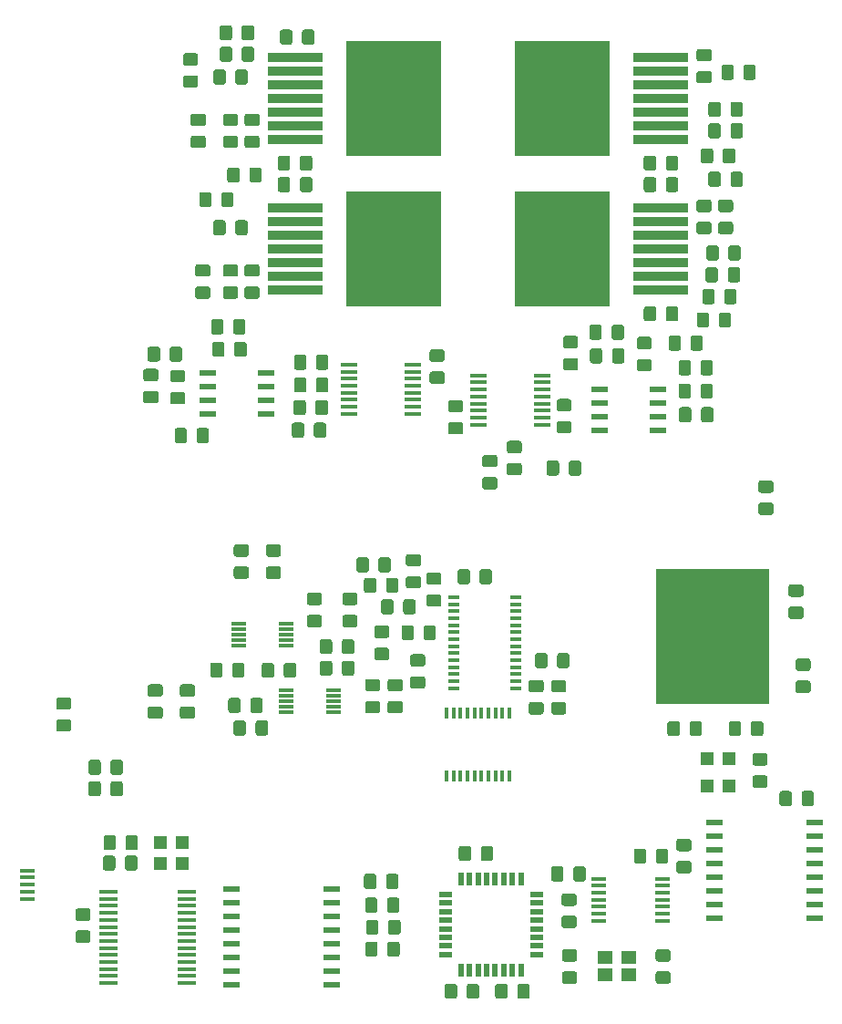
<source format=gtp>
G04 #@! TF.GenerationSoftware,KiCad,Pcbnew,(5.1.5)-3*
G04 #@! TF.CreationDate,2020-04-08T12:35:06+01:00*
G04 #@! TF.ProjectId,TempCtrl,54656d70-4374-4726-9c2e-6b696361645f,v4.3D*
G04 #@! TF.SameCoordinates,Original*
G04 #@! TF.FileFunction,Paste,Top*
G04 #@! TF.FilePolarity,Positive*
%FSLAX46Y46*%
G04 Gerber Fmt 4.6, Leading zero omitted, Abs format (unit mm)*
G04 Created by KiCad (PCBNEW (5.1.5)-3) date 2020-04-08 12:35:06*
%MOMM*%
%LPD*%
G04 APERTURE LIST*
%ADD10R,5.080000X0.889000*%
%ADD11R,8.890000X10.668000*%
%ADD12C,0.150000*%
%ADD13R,1.100000X0.400000*%
%ADD14R,1.500000X0.450000*%
%ADD15R,1.400000X0.300000*%
%ADD16R,1.198880X1.198880*%
%ADD17R,0.600000X1.200000*%
%ADD18R,1.200000X0.600000*%
%ADD19R,1.500000X0.600000*%
%ADD20R,1.750000X0.450000*%
%ADD21R,1.350000X0.400000*%
%ADD22R,10.500000X12.500000*%
%ADD23R,0.400000X1.000000*%
%ADD24R,1.550000X0.600000*%
%ADD25R,1.400000X1.200000*%
%ADD26R,1.450000X0.450000*%
G04 APERTURE END LIST*
D10*
X194000000Y-43190000D03*
X194000000Y-44460000D03*
X194000000Y-45730000D03*
X194000000Y-47000000D03*
X194000000Y-48270000D03*
X194000000Y-49540000D03*
X194000000Y-50810000D03*
D11*
X203144000Y-47000000D03*
D10*
X194000000Y-57190000D03*
X194000000Y-58460000D03*
X194000000Y-59730000D03*
X194000000Y-61000000D03*
X194000000Y-62270000D03*
X194000000Y-63540000D03*
X194000000Y-64810000D03*
D11*
X203144000Y-61000000D03*
D10*
X228000000Y-64810000D03*
X228000000Y-63540000D03*
X228000000Y-62270000D03*
X228000000Y-61000000D03*
X228000000Y-59730000D03*
X228000000Y-58460000D03*
X228000000Y-57190000D03*
D11*
X218856000Y-61000000D03*
D10*
X228000000Y-50810000D03*
X228000000Y-49540000D03*
X228000000Y-48270000D03*
X228000000Y-47000000D03*
X228000000Y-45730000D03*
X228000000Y-44460000D03*
X228000000Y-43190000D03*
D11*
X218856000Y-47000000D03*
D12*
G36*
X203495005Y-125285204D02*
G01*
X203519273Y-125288804D01*
X203543072Y-125294765D01*
X203566171Y-125303030D01*
X203588350Y-125313520D01*
X203609393Y-125326132D01*
X203629099Y-125340747D01*
X203647277Y-125357223D01*
X203663753Y-125375401D01*
X203678368Y-125395107D01*
X203690980Y-125416150D01*
X203701470Y-125438329D01*
X203709735Y-125461428D01*
X203715696Y-125485227D01*
X203719296Y-125509495D01*
X203720500Y-125533999D01*
X203720500Y-126434001D01*
X203719296Y-126458505D01*
X203715696Y-126482773D01*
X203709735Y-126506572D01*
X203701470Y-126529671D01*
X203690980Y-126551850D01*
X203678368Y-126572893D01*
X203663753Y-126592599D01*
X203647277Y-126610777D01*
X203629099Y-126627253D01*
X203609393Y-126641868D01*
X203588350Y-126654480D01*
X203566171Y-126664970D01*
X203543072Y-126673235D01*
X203519273Y-126679196D01*
X203495005Y-126682796D01*
X203470501Y-126684000D01*
X202820499Y-126684000D01*
X202795995Y-126682796D01*
X202771727Y-126679196D01*
X202747928Y-126673235D01*
X202724829Y-126664970D01*
X202702650Y-126654480D01*
X202681607Y-126641868D01*
X202661901Y-126627253D01*
X202643723Y-126610777D01*
X202627247Y-126592599D01*
X202612632Y-126572893D01*
X202600020Y-126551850D01*
X202589530Y-126529671D01*
X202581265Y-126506572D01*
X202575304Y-126482773D01*
X202571704Y-126458505D01*
X202570500Y-126434001D01*
X202570500Y-125533999D01*
X202571704Y-125509495D01*
X202575304Y-125485227D01*
X202581265Y-125461428D01*
X202589530Y-125438329D01*
X202600020Y-125416150D01*
X202612632Y-125395107D01*
X202627247Y-125375401D01*
X202643723Y-125357223D01*
X202661901Y-125340747D01*
X202681607Y-125326132D01*
X202702650Y-125313520D01*
X202724829Y-125303030D01*
X202747928Y-125294765D01*
X202771727Y-125288804D01*
X202795995Y-125285204D01*
X202820499Y-125284000D01*
X203470501Y-125284000D01*
X203495005Y-125285204D01*
G37*
G36*
X201445005Y-125285204D02*
G01*
X201469273Y-125288804D01*
X201493072Y-125294765D01*
X201516171Y-125303030D01*
X201538350Y-125313520D01*
X201559393Y-125326132D01*
X201579099Y-125340747D01*
X201597277Y-125357223D01*
X201613753Y-125375401D01*
X201628368Y-125395107D01*
X201640980Y-125416150D01*
X201651470Y-125438329D01*
X201659735Y-125461428D01*
X201665696Y-125485227D01*
X201669296Y-125509495D01*
X201670500Y-125533999D01*
X201670500Y-126434001D01*
X201669296Y-126458505D01*
X201665696Y-126482773D01*
X201659735Y-126506572D01*
X201651470Y-126529671D01*
X201640980Y-126551850D01*
X201628368Y-126572893D01*
X201613753Y-126592599D01*
X201597277Y-126610777D01*
X201579099Y-126627253D01*
X201559393Y-126641868D01*
X201538350Y-126654480D01*
X201516171Y-126664970D01*
X201493072Y-126673235D01*
X201469273Y-126679196D01*
X201445005Y-126682796D01*
X201420501Y-126684000D01*
X200770499Y-126684000D01*
X200745995Y-126682796D01*
X200721727Y-126679196D01*
X200697928Y-126673235D01*
X200674829Y-126664970D01*
X200652650Y-126654480D01*
X200631607Y-126641868D01*
X200611901Y-126627253D01*
X200593723Y-126610777D01*
X200577247Y-126592599D01*
X200562632Y-126572893D01*
X200550020Y-126551850D01*
X200539530Y-126529671D01*
X200531265Y-126506572D01*
X200525304Y-126482773D01*
X200521704Y-126458505D01*
X200520500Y-126434001D01*
X200520500Y-125533999D01*
X200521704Y-125509495D01*
X200525304Y-125485227D01*
X200531265Y-125461428D01*
X200539530Y-125438329D01*
X200550020Y-125416150D01*
X200562632Y-125395107D01*
X200577247Y-125375401D01*
X200593723Y-125357223D01*
X200611901Y-125340747D01*
X200631607Y-125326132D01*
X200652650Y-125313520D01*
X200674829Y-125303030D01*
X200697928Y-125294765D01*
X200721727Y-125288804D01*
X200745995Y-125285204D01*
X200770499Y-125284000D01*
X201420501Y-125284000D01*
X201445005Y-125285204D01*
G37*
G36*
X201524505Y-123253204D02*
G01*
X201548773Y-123256804D01*
X201572572Y-123262765D01*
X201595671Y-123271030D01*
X201617850Y-123281520D01*
X201638893Y-123294132D01*
X201658599Y-123308747D01*
X201676777Y-123325223D01*
X201693253Y-123343401D01*
X201707868Y-123363107D01*
X201720480Y-123384150D01*
X201730970Y-123406329D01*
X201739235Y-123429428D01*
X201745196Y-123453227D01*
X201748796Y-123477495D01*
X201750000Y-123501999D01*
X201750000Y-124402001D01*
X201748796Y-124426505D01*
X201745196Y-124450773D01*
X201739235Y-124474572D01*
X201730970Y-124497671D01*
X201720480Y-124519850D01*
X201707868Y-124540893D01*
X201693253Y-124560599D01*
X201676777Y-124578777D01*
X201658599Y-124595253D01*
X201638893Y-124609868D01*
X201617850Y-124622480D01*
X201595671Y-124632970D01*
X201572572Y-124641235D01*
X201548773Y-124647196D01*
X201524505Y-124650796D01*
X201500001Y-124652000D01*
X200849999Y-124652000D01*
X200825495Y-124650796D01*
X200801227Y-124647196D01*
X200777428Y-124641235D01*
X200754329Y-124632970D01*
X200732150Y-124622480D01*
X200711107Y-124609868D01*
X200691401Y-124595253D01*
X200673223Y-124578777D01*
X200656747Y-124560599D01*
X200642132Y-124540893D01*
X200629520Y-124519850D01*
X200619030Y-124497671D01*
X200610765Y-124474572D01*
X200604804Y-124450773D01*
X200601204Y-124426505D01*
X200600000Y-124402001D01*
X200600000Y-123501999D01*
X200601204Y-123477495D01*
X200604804Y-123453227D01*
X200610765Y-123429428D01*
X200619030Y-123406329D01*
X200629520Y-123384150D01*
X200642132Y-123363107D01*
X200656747Y-123343401D01*
X200673223Y-123325223D01*
X200691401Y-123308747D01*
X200711107Y-123294132D01*
X200732150Y-123281520D01*
X200754329Y-123271030D01*
X200777428Y-123262765D01*
X200801227Y-123256804D01*
X200825495Y-123253204D01*
X200849999Y-123252000D01*
X201500001Y-123252000D01*
X201524505Y-123253204D01*
G37*
G36*
X203574505Y-123253204D02*
G01*
X203598773Y-123256804D01*
X203622572Y-123262765D01*
X203645671Y-123271030D01*
X203667850Y-123281520D01*
X203688893Y-123294132D01*
X203708599Y-123308747D01*
X203726777Y-123325223D01*
X203743253Y-123343401D01*
X203757868Y-123363107D01*
X203770480Y-123384150D01*
X203780970Y-123406329D01*
X203789235Y-123429428D01*
X203795196Y-123453227D01*
X203798796Y-123477495D01*
X203800000Y-123501999D01*
X203800000Y-124402001D01*
X203798796Y-124426505D01*
X203795196Y-124450773D01*
X203789235Y-124474572D01*
X203780970Y-124497671D01*
X203770480Y-124519850D01*
X203757868Y-124540893D01*
X203743253Y-124560599D01*
X203726777Y-124578777D01*
X203708599Y-124595253D01*
X203688893Y-124609868D01*
X203667850Y-124622480D01*
X203645671Y-124632970D01*
X203622572Y-124641235D01*
X203598773Y-124647196D01*
X203574505Y-124650796D01*
X203550001Y-124652000D01*
X202899999Y-124652000D01*
X202875495Y-124650796D01*
X202851227Y-124647196D01*
X202827428Y-124641235D01*
X202804329Y-124632970D01*
X202782150Y-124622480D01*
X202761107Y-124609868D01*
X202741401Y-124595253D01*
X202723223Y-124578777D01*
X202706747Y-124560599D01*
X202692132Y-124540893D01*
X202679520Y-124519850D01*
X202669030Y-124497671D01*
X202660765Y-124474572D01*
X202654804Y-124450773D01*
X202651204Y-124426505D01*
X202650000Y-124402001D01*
X202650000Y-123501999D01*
X202651204Y-123477495D01*
X202654804Y-123453227D01*
X202660765Y-123429428D01*
X202669030Y-123406329D01*
X202679520Y-123384150D01*
X202692132Y-123363107D01*
X202706747Y-123343401D01*
X202723223Y-123325223D01*
X202741401Y-123308747D01*
X202761107Y-123294132D01*
X202782150Y-123281520D01*
X202804329Y-123271030D01*
X202827428Y-123262765D01*
X202851227Y-123256804D01*
X202875495Y-123253204D01*
X202899999Y-123252000D01*
X203550001Y-123252000D01*
X203574505Y-123253204D01*
G37*
G36*
X199274505Y-97201204D02*
G01*
X199298773Y-97204804D01*
X199322572Y-97210765D01*
X199345671Y-97219030D01*
X199367850Y-97229520D01*
X199388893Y-97242132D01*
X199408599Y-97256747D01*
X199426777Y-97273223D01*
X199443253Y-97291401D01*
X199457868Y-97311107D01*
X199470480Y-97332150D01*
X199480970Y-97354329D01*
X199489235Y-97377428D01*
X199495196Y-97401227D01*
X199498796Y-97425495D01*
X199500000Y-97449999D01*
X199500000Y-98350001D01*
X199498796Y-98374505D01*
X199495196Y-98398773D01*
X199489235Y-98422572D01*
X199480970Y-98445671D01*
X199470480Y-98467850D01*
X199457868Y-98488893D01*
X199443253Y-98508599D01*
X199426777Y-98526777D01*
X199408599Y-98543253D01*
X199388893Y-98557868D01*
X199367850Y-98570480D01*
X199345671Y-98580970D01*
X199322572Y-98589235D01*
X199298773Y-98595196D01*
X199274505Y-98598796D01*
X199250001Y-98600000D01*
X198599999Y-98600000D01*
X198575495Y-98598796D01*
X198551227Y-98595196D01*
X198527428Y-98589235D01*
X198504329Y-98580970D01*
X198482150Y-98570480D01*
X198461107Y-98557868D01*
X198441401Y-98543253D01*
X198423223Y-98526777D01*
X198406747Y-98508599D01*
X198392132Y-98488893D01*
X198379520Y-98467850D01*
X198369030Y-98445671D01*
X198360765Y-98422572D01*
X198354804Y-98398773D01*
X198351204Y-98374505D01*
X198350000Y-98350001D01*
X198350000Y-97449999D01*
X198351204Y-97425495D01*
X198354804Y-97401227D01*
X198360765Y-97377428D01*
X198369030Y-97354329D01*
X198379520Y-97332150D01*
X198392132Y-97311107D01*
X198406747Y-97291401D01*
X198423223Y-97273223D01*
X198441401Y-97256747D01*
X198461107Y-97242132D01*
X198482150Y-97229520D01*
X198504329Y-97219030D01*
X198527428Y-97210765D01*
X198551227Y-97204804D01*
X198575495Y-97201204D01*
X198599999Y-97200000D01*
X199250001Y-97200000D01*
X199274505Y-97201204D01*
G37*
G36*
X197224505Y-97201204D02*
G01*
X197248773Y-97204804D01*
X197272572Y-97210765D01*
X197295671Y-97219030D01*
X197317850Y-97229520D01*
X197338893Y-97242132D01*
X197358599Y-97256747D01*
X197376777Y-97273223D01*
X197393253Y-97291401D01*
X197407868Y-97311107D01*
X197420480Y-97332150D01*
X197430970Y-97354329D01*
X197439235Y-97377428D01*
X197445196Y-97401227D01*
X197448796Y-97425495D01*
X197450000Y-97449999D01*
X197450000Y-98350001D01*
X197448796Y-98374505D01*
X197445196Y-98398773D01*
X197439235Y-98422572D01*
X197430970Y-98445671D01*
X197420480Y-98467850D01*
X197407868Y-98488893D01*
X197393253Y-98508599D01*
X197376777Y-98526777D01*
X197358599Y-98543253D01*
X197338893Y-98557868D01*
X197317850Y-98570480D01*
X197295671Y-98580970D01*
X197272572Y-98589235D01*
X197248773Y-98595196D01*
X197224505Y-98598796D01*
X197200001Y-98600000D01*
X196549999Y-98600000D01*
X196525495Y-98598796D01*
X196501227Y-98595196D01*
X196477428Y-98589235D01*
X196454329Y-98580970D01*
X196432150Y-98570480D01*
X196411107Y-98557868D01*
X196391401Y-98543253D01*
X196373223Y-98526777D01*
X196356747Y-98508599D01*
X196342132Y-98488893D01*
X196329520Y-98467850D01*
X196319030Y-98445671D01*
X196310765Y-98422572D01*
X196304804Y-98398773D01*
X196301204Y-98374505D01*
X196300000Y-98350001D01*
X196300000Y-97449999D01*
X196301204Y-97425495D01*
X196304804Y-97401227D01*
X196310765Y-97377428D01*
X196319030Y-97354329D01*
X196329520Y-97332150D01*
X196342132Y-97311107D01*
X196356747Y-97291401D01*
X196373223Y-97273223D01*
X196391401Y-97256747D01*
X196411107Y-97242132D01*
X196432150Y-97229520D01*
X196454329Y-97219030D01*
X196477428Y-97210765D01*
X196501227Y-97204804D01*
X196525495Y-97201204D01*
X196549999Y-97200000D01*
X197200001Y-97200000D01*
X197224505Y-97201204D01*
G37*
G36*
X203774505Y-100901204D02*
G01*
X203798773Y-100904804D01*
X203822572Y-100910765D01*
X203845671Y-100919030D01*
X203867850Y-100929520D01*
X203888893Y-100942132D01*
X203908599Y-100956747D01*
X203926777Y-100973223D01*
X203943253Y-100991401D01*
X203957868Y-101011107D01*
X203970480Y-101032150D01*
X203980970Y-101054329D01*
X203989235Y-101077428D01*
X203995196Y-101101227D01*
X203998796Y-101125495D01*
X204000000Y-101149999D01*
X204000000Y-101800001D01*
X203998796Y-101824505D01*
X203995196Y-101848773D01*
X203989235Y-101872572D01*
X203980970Y-101895671D01*
X203970480Y-101917850D01*
X203957868Y-101938893D01*
X203943253Y-101958599D01*
X203926777Y-101976777D01*
X203908599Y-101993253D01*
X203888893Y-102007868D01*
X203867850Y-102020480D01*
X203845671Y-102030970D01*
X203822572Y-102039235D01*
X203798773Y-102045196D01*
X203774505Y-102048796D01*
X203750001Y-102050000D01*
X202849999Y-102050000D01*
X202825495Y-102048796D01*
X202801227Y-102045196D01*
X202777428Y-102039235D01*
X202754329Y-102030970D01*
X202732150Y-102020480D01*
X202711107Y-102007868D01*
X202691401Y-101993253D01*
X202673223Y-101976777D01*
X202656747Y-101958599D01*
X202642132Y-101938893D01*
X202629520Y-101917850D01*
X202619030Y-101895671D01*
X202610765Y-101872572D01*
X202604804Y-101848773D01*
X202601204Y-101824505D01*
X202600000Y-101800001D01*
X202600000Y-101149999D01*
X202601204Y-101125495D01*
X202604804Y-101101227D01*
X202610765Y-101077428D01*
X202619030Y-101054329D01*
X202629520Y-101032150D01*
X202642132Y-101011107D01*
X202656747Y-100991401D01*
X202673223Y-100973223D01*
X202691401Y-100956747D01*
X202711107Y-100942132D01*
X202732150Y-100929520D01*
X202754329Y-100919030D01*
X202777428Y-100910765D01*
X202801227Y-100904804D01*
X202825495Y-100901204D01*
X202849999Y-100900000D01*
X203750001Y-100900000D01*
X203774505Y-100901204D01*
G37*
G36*
X203774505Y-102951204D02*
G01*
X203798773Y-102954804D01*
X203822572Y-102960765D01*
X203845671Y-102969030D01*
X203867850Y-102979520D01*
X203888893Y-102992132D01*
X203908599Y-103006747D01*
X203926777Y-103023223D01*
X203943253Y-103041401D01*
X203957868Y-103061107D01*
X203970480Y-103082150D01*
X203980970Y-103104329D01*
X203989235Y-103127428D01*
X203995196Y-103151227D01*
X203998796Y-103175495D01*
X204000000Y-103199999D01*
X204000000Y-103850001D01*
X203998796Y-103874505D01*
X203995196Y-103898773D01*
X203989235Y-103922572D01*
X203980970Y-103945671D01*
X203970480Y-103967850D01*
X203957868Y-103988893D01*
X203943253Y-104008599D01*
X203926777Y-104026777D01*
X203908599Y-104043253D01*
X203888893Y-104057868D01*
X203867850Y-104070480D01*
X203845671Y-104080970D01*
X203822572Y-104089235D01*
X203798773Y-104095196D01*
X203774505Y-104098796D01*
X203750001Y-104100000D01*
X202849999Y-104100000D01*
X202825495Y-104098796D01*
X202801227Y-104095196D01*
X202777428Y-104089235D01*
X202754329Y-104080970D01*
X202732150Y-104070480D01*
X202711107Y-104057868D01*
X202691401Y-104043253D01*
X202673223Y-104026777D01*
X202656747Y-104008599D01*
X202642132Y-103988893D01*
X202629520Y-103967850D01*
X202619030Y-103945671D01*
X202610765Y-103922572D01*
X202604804Y-103898773D01*
X202601204Y-103874505D01*
X202600000Y-103850001D01*
X202600000Y-103199999D01*
X202601204Y-103175495D01*
X202604804Y-103151227D01*
X202610765Y-103127428D01*
X202619030Y-103104329D01*
X202629520Y-103082150D01*
X202642132Y-103061107D01*
X202656747Y-103041401D01*
X202673223Y-103023223D01*
X202691401Y-103006747D01*
X202711107Y-102992132D01*
X202732150Y-102979520D01*
X202754329Y-102969030D01*
X202777428Y-102960765D01*
X202801227Y-102954804D01*
X202825495Y-102951204D01*
X202849999Y-102950000D01*
X203750001Y-102950000D01*
X203774505Y-102951204D01*
G37*
G36*
X234800505Y-64706204D02*
G01*
X234824773Y-64709804D01*
X234848572Y-64715765D01*
X234871671Y-64724030D01*
X234893850Y-64734520D01*
X234914893Y-64747132D01*
X234934599Y-64761747D01*
X234952777Y-64778223D01*
X234969253Y-64796401D01*
X234983868Y-64816107D01*
X234996480Y-64837150D01*
X235006970Y-64859329D01*
X235015235Y-64882428D01*
X235021196Y-64906227D01*
X235024796Y-64930495D01*
X235026000Y-64954999D01*
X235026000Y-65855001D01*
X235024796Y-65879505D01*
X235021196Y-65903773D01*
X235015235Y-65927572D01*
X235006970Y-65950671D01*
X234996480Y-65972850D01*
X234983868Y-65993893D01*
X234969253Y-66013599D01*
X234952777Y-66031777D01*
X234934599Y-66048253D01*
X234914893Y-66062868D01*
X234893850Y-66075480D01*
X234871671Y-66085970D01*
X234848572Y-66094235D01*
X234824773Y-66100196D01*
X234800505Y-66103796D01*
X234776001Y-66105000D01*
X234125999Y-66105000D01*
X234101495Y-66103796D01*
X234077227Y-66100196D01*
X234053428Y-66094235D01*
X234030329Y-66085970D01*
X234008150Y-66075480D01*
X233987107Y-66062868D01*
X233967401Y-66048253D01*
X233949223Y-66031777D01*
X233932747Y-66013599D01*
X233918132Y-65993893D01*
X233905520Y-65972850D01*
X233895030Y-65950671D01*
X233886765Y-65927572D01*
X233880804Y-65903773D01*
X233877204Y-65879505D01*
X233876000Y-65855001D01*
X233876000Y-64954999D01*
X233877204Y-64930495D01*
X233880804Y-64906227D01*
X233886765Y-64882428D01*
X233895030Y-64859329D01*
X233905520Y-64837150D01*
X233918132Y-64816107D01*
X233932747Y-64796401D01*
X233949223Y-64778223D01*
X233967401Y-64761747D01*
X233987107Y-64747132D01*
X234008150Y-64734520D01*
X234030329Y-64724030D01*
X234053428Y-64715765D01*
X234077227Y-64709804D01*
X234101495Y-64706204D01*
X234125999Y-64705000D01*
X234776001Y-64705000D01*
X234800505Y-64706204D01*
G37*
G36*
X232750505Y-64706204D02*
G01*
X232774773Y-64709804D01*
X232798572Y-64715765D01*
X232821671Y-64724030D01*
X232843850Y-64734520D01*
X232864893Y-64747132D01*
X232884599Y-64761747D01*
X232902777Y-64778223D01*
X232919253Y-64796401D01*
X232933868Y-64816107D01*
X232946480Y-64837150D01*
X232956970Y-64859329D01*
X232965235Y-64882428D01*
X232971196Y-64906227D01*
X232974796Y-64930495D01*
X232976000Y-64954999D01*
X232976000Y-65855001D01*
X232974796Y-65879505D01*
X232971196Y-65903773D01*
X232965235Y-65927572D01*
X232956970Y-65950671D01*
X232946480Y-65972850D01*
X232933868Y-65993893D01*
X232919253Y-66013599D01*
X232902777Y-66031777D01*
X232884599Y-66048253D01*
X232864893Y-66062868D01*
X232843850Y-66075480D01*
X232821671Y-66085970D01*
X232798572Y-66094235D01*
X232774773Y-66100196D01*
X232750505Y-66103796D01*
X232726001Y-66105000D01*
X232075999Y-66105000D01*
X232051495Y-66103796D01*
X232027227Y-66100196D01*
X232003428Y-66094235D01*
X231980329Y-66085970D01*
X231958150Y-66075480D01*
X231937107Y-66062868D01*
X231917401Y-66048253D01*
X231899223Y-66031777D01*
X231882747Y-66013599D01*
X231868132Y-65993893D01*
X231855520Y-65972850D01*
X231845030Y-65950671D01*
X231836765Y-65927572D01*
X231830804Y-65903773D01*
X231827204Y-65879505D01*
X231826000Y-65855001D01*
X231826000Y-64954999D01*
X231827204Y-64930495D01*
X231830804Y-64906227D01*
X231836765Y-64882428D01*
X231845030Y-64859329D01*
X231855520Y-64837150D01*
X231868132Y-64816107D01*
X231882747Y-64796401D01*
X231899223Y-64778223D01*
X231917401Y-64761747D01*
X231937107Y-64747132D01*
X231958150Y-64734520D01*
X231980329Y-64724030D01*
X232003428Y-64715765D01*
X232027227Y-64709804D01*
X232051495Y-64706204D01*
X232075999Y-64705000D01*
X232726001Y-64705000D01*
X232750505Y-64706204D01*
G37*
G36*
X235374505Y-53801204D02*
G01*
X235398773Y-53804804D01*
X235422572Y-53810765D01*
X235445671Y-53819030D01*
X235467850Y-53829520D01*
X235488893Y-53842132D01*
X235508599Y-53856747D01*
X235526777Y-53873223D01*
X235543253Y-53891401D01*
X235557868Y-53911107D01*
X235570480Y-53932150D01*
X235580970Y-53954329D01*
X235589235Y-53977428D01*
X235595196Y-54001227D01*
X235598796Y-54025495D01*
X235600000Y-54049999D01*
X235600000Y-54950001D01*
X235598796Y-54974505D01*
X235595196Y-54998773D01*
X235589235Y-55022572D01*
X235580970Y-55045671D01*
X235570480Y-55067850D01*
X235557868Y-55088893D01*
X235543253Y-55108599D01*
X235526777Y-55126777D01*
X235508599Y-55143253D01*
X235488893Y-55157868D01*
X235467850Y-55170480D01*
X235445671Y-55180970D01*
X235422572Y-55189235D01*
X235398773Y-55195196D01*
X235374505Y-55198796D01*
X235350001Y-55200000D01*
X234699999Y-55200000D01*
X234675495Y-55198796D01*
X234651227Y-55195196D01*
X234627428Y-55189235D01*
X234604329Y-55180970D01*
X234582150Y-55170480D01*
X234561107Y-55157868D01*
X234541401Y-55143253D01*
X234523223Y-55126777D01*
X234506747Y-55108599D01*
X234492132Y-55088893D01*
X234479520Y-55067850D01*
X234469030Y-55045671D01*
X234460765Y-55022572D01*
X234454804Y-54998773D01*
X234451204Y-54974505D01*
X234450000Y-54950001D01*
X234450000Y-54049999D01*
X234451204Y-54025495D01*
X234454804Y-54001227D01*
X234460765Y-53977428D01*
X234469030Y-53954329D01*
X234479520Y-53932150D01*
X234492132Y-53911107D01*
X234506747Y-53891401D01*
X234523223Y-53873223D01*
X234541401Y-53856747D01*
X234561107Y-53842132D01*
X234582150Y-53829520D01*
X234604329Y-53819030D01*
X234627428Y-53810765D01*
X234651227Y-53804804D01*
X234675495Y-53801204D01*
X234699999Y-53800000D01*
X235350001Y-53800000D01*
X235374505Y-53801204D01*
G37*
G36*
X233324505Y-53801204D02*
G01*
X233348773Y-53804804D01*
X233372572Y-53810765D01*
X233395671Y-53819030D01*
X233417850Y-53829520D01*
X233438893Y-53842132D01*
X233458599Y-53856747D01*
X233476777Y-53873223D01*
X233493253Y-53891401D01*
X233507868Y-53911107D01*
X233520480Y-53932150D01*
X233530970Y-53954329D01*
X233539235Y-53977428D01*
X233545196Y-54001227D01*
X233548796Y-54025495D01*
X233550000Y-54049999D01*
X233550000Y-54950001D01*
X233548796Y-54974505D01*
X233545196Y-54998773D01*
X233539235Y-55022572D01*
X233530970Y-55045671D01*
X233520480Y-55067850D01*
X233507868Y-55088893D01*
X233493253Y-55108599D01*
X233476777Y-55126777D01*
X233458599Y-55143253D01*
X233438893Y-55157868D01*
X233417850Y-55170480D01*
X233395671Y-55180970D01*
X233372572Y-55189235D01*
X233348773Y-55195196D01*
X233324505Y-55198796D01*
X233300001Y-55200000D01*
X232649999Y-55200000D01*
X232625495Y-55198796D01*
X232601227Y-55195196D01*
X232577428Y-55189235D01*
X232554329Y-55180970D01*
X232532150Y-55170480D01*
X232511107Y-55157868D01*
X232491401Y-55143253D01*
X232473223Y-55126777D01*
X232456747Y-55108599D01*
X232442132Y-55088893D01*
X232429520Y-55067850D01*
X232419030Y-55045671D01*
X232410765Y-55022572D01*
X232404804Y-54998773D01*
X232401204Y-54974505D01*
X232400000Y-54950001D01*
X232400000Y-54049999D01*
X232401204Y-54025495D01*
X232404804Y-54001227D01*
X232410765Y-53977428D01*
X232419030Y-53954329D01*
X232429520Y-53932150D01*
X232442132Y-53911107D01*
X232456747Y-53891401D01*
X232473223Y-53873223D01*
X232491401Y-53856747D01*
X232511107Y-53842132D01*
X232532150Y-53829520D01*
X232554329Y-53819030D01*
X232577428Y-53810765D01*
X232601227Y-53804804D01*
X232625495Y-53801204D01*
X232649999Y-53800000D01*
X233300001Y-53800000D01*
X233324505Y-53801204D01*
G37*
G36*
X235124505Y-62674204D02*
G01*
X235148773Y-62677804D01*
X235172572Y-62683765D01*
X235195671Y-62692030D01*
X235217850Y-62702520D01*
X235238893Y-62715132D01*
X235258599Y-62729747D01*
X235276777Y-62746223D01*
X235293253Y-62764401D01*
X235307868Y-62784107D01*
X235320480Y-62805150D01*
X235330970Y-62827329D01*
X235339235Y-62850428D01*
X235345196Y-62874227D01*
X235348796Y-62898495D01*
X235350000Y-62922999D01*
X235350000Y-63823001D01*
X235348796Y-63847505D01*
X235345196Y-63871773D01*
X235339235Y-63895572D01*
X235330970Y-63918671D01*
X235320480Y-63940850D01*
X235307868Y-63961893D01*
X235293253Y-63981599D01*
X235276777Y-63999777D01*
X235258599Y-64016253D01*
X235238893Y-64030868D01*
X235217850Y-64043480D01*
X235195671Y-64053970D01*
X235172572Y-64062235D01*
X235148773Y-64068196D01*
X235124505Y-64071796D01*
X235100001Y-64073000D01*
X234449999Y-64073000D01*
X234425495Y-64071796D01*
X234401227Y-64068196D01*
X234377428Y-64062235D01*
X234354329Y-64053970D01*
X234332150Y-64043480D01*
X234311107Y-64030868D01*
X234291401Y-64016253D01*
X234273223Y-63999777D01*
X234256747Y-63981599D01*
X234242132Y-63961893D01*
X234229520Y-63940850D01*
X234219030Y-63918671D01*
X234210765Y-63895572D01*
X234204804Y-63871773D01*
X234201204Y-63847505D01*
X234200000Y-63823001D01*
X234200000Y-62922999D01*
X234201204Y-62898495D01*
X234204804Y-62874227D01*
X234210765Y-62850428D01*
X234219030Y-62827329D01*
X234229520Y-62805150D01*
X234242132Y-62784107D01*
X234256747Y-62764401D01*
X234273223Y-62746223D01*
X234291401Y-62729747D01*
X234311107Y-62715132D01*
X234332150Y-62702520D01*
X234354329Y-62692030D01*
X234377428Y-62683765D01*
X234401227Y-62677804D01*
X234425495Y-62674204D01*
X234449999Y-62673000D01*
X235100001Y-62673000D01*
X235124505Y-62674204D01*
G37*
G36*
X233074505Y-62674204D02*
G01*
X233098773Y-62677804D01*
X233122572Y-62683765D01*
X233145671Y-62692030D01*
X233167850Y-62702520D01*
X233188893Y-62715132D01*
X233208599Y-62729747D01*
X233226777Y-62746223D01*
X233243253Y-62764401D01*
X233257868Y-62784107D01*
X233270480Y-62805150D01*
X233280970Y-62827329D01*
X233289235Y-62850428D01*
X233295196Y-62874227D01*
X233298796Y-62898495D01*
X233300000Y-62922999D01*
X233300000Y-63823001D01*
X233298796Y-63847505D01*
X233295196Y-63871773D01*
X233289235Y-63895572D01*
X233280970Y-63918671D01*
X233270480Y-63940850D01*
X233257868Y-63961893D01*
X233243253Y-63981599D01*
X233226777Y-63999777D01*
X233208599Y-64016253D01*
X233188893Y-64030868D01*
X233167850Y-64043480D01*
X233145671Y-64053970D01*
X233122572Y-64062235D01*
X233098773Y-64068196D01*
X233074505Y-64071796D01*
X233050001Y-64073000D01*
X232399999Y-64073000D01*
X232375495Y-64071796D01*
X232351227Y-64068196D01*
X232327428Y-64062235D01*
X232304329Y-64053970D01*
X232282150Y-64043480D01*
X232261107Y-64030868D01*
X232241401Y-64016253D01*
X232223223Y-63999777D01*
X232206747Y-63981599D01*
X232192132Y-63961893D01*
X232179520Y-63940850D01*
X232169030Y-63918671D01*
X232160765Y-63895572D01*
X232154804Y-63871773D01*
X232151204Y-63847505D01*
X232150000Y-63823001D01*
X232150000Y-62922999D01*
X232151204Y-62898495D01*
X232154804Y-62874227D01*
X232160765Y-62850428D01*
X232169030Y-62827329D01*
X232179520Y-62805150D01*
X232192132Y-62784107D01*
X232206747Y-62764401D01*
X232223223Y-62746223D01*
X232241401Y-62729747D01*
X232261107Y-62715132D01*
X232282150Y-62702520D01*
X232304329Y-62692030D01*
X232327428Y-62683765D01*
X232351227Y-62677804D01*
X232375495Y-62674204D01*
X232399999Y-62673000D01*
X233050001Y-62673000D01*
X233074505Y-62674204D01*
G37*
G36*
X232647505Y-75663204D02*
G01*
X232671773Y-75666804D01*
X232695572Y-75672765D01*
X232718671Y-75681030D01*
X232740850Y-75691520D01*
X232761893Y-75704132D01*
X232781599Y-75718747D01*
X232799777Y-75735223D01*
X232816253Y-75753401D01*
X232830868Y-75773107D01*
X232843480Y-75794150D01*
X232853970Y-75816329D01*
X232862235Y-75839428D01*
X232868196Y-75863227D01*
X232871796Y-75887495D01*
X232873000Y-75911999D01*
X232873000Y-76812001D01*
X232871796Y-76836505D01*
X232868196Y-76860773D01*
X232862235Y-76884572D01*
X232853970Y-76907671D01*
X232843480Y-76929850D01*
X232830868Y-76950893D01*
X232816253Y-76970599D01*
X232799777Y-76988777D01*
X232781599Y-77005253D01*
X232761893Y-77019868D01*
X232740850Y-77032480D01*
X232718671Y-77042970D01*
X232695572Y-77051235D01*
X232671773Y-77057196D01*
X232647505Y-77060796D01*
X232623001Y-77062000D01*
X231972999Y-77062000D01*
X231948495Y-77060796D01*
X231924227Y-77057196D01*
X231900428Y-77051235D01*
X231877329Y-77042970D01*
X231855150Y-77032480D01*
X231834107Y-77019868D01*
X231814401Y-77005253D01*
X231796223Y-76988777D01*
X231779747Y-76970599D01*
X231765132Y-76950893D01*
X231752520Y-76929850D01*
X231742030Y-76907671D01*
X231733765Y-76884572D01*
X231727804Y-76860773D01*
X231724204Y-76836505D01*
X231723000Y-76812001D01*
X231723000Y-75911999D01*
X231724204Y-75887495D01*
X231727804Y-75863227D01*
X231733765Y-75839428D01*
X231742030Y-75816329D01*
X231752520Y-75794150D01*
X231765132Y-75773107D01*
X231779747Y-75753401D01*
X231796223Y-75735223D01*
X231814401Y-75718747D01*
X231834107Y-75704132D01*
X231855150Y-75691520D01*
X231877329Y-75681030D01*
X231900428Y-75672765D01*
X231924227Y-75666804D01*
X231948495Y-75663204D01*
X231972999Y-75662000D01*
X232623001Y-75662000D01*
X232647505Y-75663204D01*
G37*
G36*
X230597505Y-75663204D02*
G01*
X230621773Y-75666804D01*
X230645572Y-75672765D01*
X230668671Y-75681030D01*
X230690850Y-75691520D01*
X230711893Y-75704132D01*
X230731599Y-75718747D01*
X230749777Y-75735223D01*
X230766253Y-75753401D01*
X230780868Y-75773107D01*
X230793480Y-75794150D01*
X230803970Y-75816329D01*
X230812235Y-75839428D01*
X230818196Y-75863227D01*
X230821796Y-75887495D01*
X230823000Y-75911999D01*
X230823000Y-76812001D01*
X230821796Y-76836505D01*
X230818196Y-76860773D01*
X230812235Y-76884572D01*
X230803970Y-76907671D01*
X230793480Y-76929850D01*
X230780868Y-76950893D01*
X230766253Y-76970599D01*
X230749777Y-76988777D01*
X230731599Y-77005253D01*
X230711893Y-77019868D01*
X230690850Y-77032480D01*
X230668671Y-77042970D01*
X230645572Y-77051235D01*
X230621773Y-77057196D01*
X230597505Y-77060796D01*
X230573001Y-77062000D01*
X229922999Y-77062000D01*
X229898495Y-77060796D01*
X229874227Y-77057196D01*
X229850428Y-77051235D01*
X229827329Y-77042970D01*
X229805150Y-77032480D01*
X229784107Y-77019868D01*
X229764401Y-77005253D01*
X229746223Y-76988777D01*
X229729747Y-76970599D01*
X229715132Y-76950893D01*
X229702520Y-76929850D01*
X229692030Y-76907671D01*
X229683765Y-76884572D01*
X229677804Y-76860773D01*
X229674204Y-76836505D01*
X229673000Y-76812001D01*
X229673000Y-75911999D01*
X229674204Y-75887495D01*
X229677804Y-75863227D01*
X229683765Y-75839428D01*
X229692030Y-75816329D01*
X229702520Y-75794150D01*
X229715132Y-75773107D01*
X229729747Y-75753401D01*
X229746223Y-75735223D01*
X229764401Y-75718747D01*
X229784107Y-75704132D01*
X229805150Y-75691520D01*
X229827329Y-75681030D01*
X229850428Y-75672765D01*
X229874227Y-75666804D01*
X229898495Y-75663204D01*
X229922999Y-75662000D01*
X230573001Y-75662000D01*
X230597505Y-75663204D01*
G37*
G36*
X232597505Y-73463204D02*
G01*
X232621773Y-73466804D01*
X232645572Y-73472765D01*
X232668671Y-73481030D01*
X232690850Y-73491520D01*
X232711893Y-73504132D01*
X232731599Y-73518747D01*
X232749777Y-73535223D01*
X232766253Y-73553401D01*
X232780868Y-73573107D01*
X232793480Y-73594150D01*
X232803970Y-73616329D01*
X232812235Y-73639428D01*
X232818196Y-73663227D01*
X232821796Y-73687495D01*
X232823000Y-73711999D01*
X232823000Y-74612001D01*
X232821796Y-74636505D01*
X232818196Y-74660773D01*
X232812235Y-74684572D01*
X232803970Y-74707671D01*
X232793480Y-74729850D01*
X232780868Y-74750893D01*
X232766253Y-74770599D01*
X232749777Y-74788777D01*
X232731599Y-74805253D01*
X232711893Y-74819868D01*
X232690850Y-74832480D01*
X232668671Y-74842970D01*
X232645572Y-74851235D01*
X232621773Y-74857196D01*
X232597505Y-74860796D01*
X232573001Y-74862000D01*
X231922999Y-74862000D01*
X231898495Y-74860796D01*
X231874227Y-74857196D01*
X231850428Y-74851235D01*
X231827329Y-74842970D01*
X231805150Y-74832480D01*
X231784107Y-74819868D01*
X231764401Y-74805253D01*
X231746223Y-74788777D01*
X231729747Y-74770599D01*
X231715132Y-74750893D01*
X231702520Y-74729850D01*
X231692030Y-74707671D01*
X231683765Y-74684572D01*
X231677804Y-74660773D01*
X231674204Y-74636505D01*
X231673000Y-74612001D01*
X231673000Y-73711999D01*
X231674204Y-73687495D01*
X231677804Y-73663227D01*
X231683765Y-73639428D01*
X231692030Y-73616329D01*
X231702520Y-73594150D01*
X231715132Y-73573107D01*
X231729747Y-73553401D01*
X231746223Y-73535223D01*
X231764401Y-73518747D01*
X231784107Y-73504132D01*
X231805150Y-73491520D01*
X231827329Y-73481030D01*
X231850428Y-73472765D01*
X231874227Y-73466804D01*
X231898495Y-73463204D01*
X231922999Y-73462000D01*
X232573001Y-73462000D01*
X232597505Y-73463204D01*
G37*
G36*
X230547505Y-73463204D02*
G01*
X230571773Y-73466804D01*
X230595572Y-73472765D01*
X230618671Y-73481030D01*
X230640850Y-73491520D01*
X230661893Y-73504132D01*
X230681599Y-73518747D01*
X230699777Y-73535223D01*
X230716253Y-73553401D01*
X230730868Y-73573107D01*
X230743480Y-73594150D01*
X230753970Y-73616329D01*
X230762235Y-73639428D01*
X230768196Y-73663227D01*
X230771796Y-73687495D01*
X230773000Y-73711999D01*
X230773000Y-74612001D01*
X230771796Y-74636505D01*
X230768196Y-74660773D01*
X230762235Y-74684572D01*
X230753970Y-74707671D01*
X230743480Y-74729850D01*
X230730868Y-74750893D01*
X230716253Y-74770599D01*
X230699777Y-74788777D01*
X230681599Y-74805253D01*
X230661893Y-74819868D01*
X230640850Y-74832480D01*
X230618671Y-74842970D01*
X230595572Y-74851235D01*
X230571773Y-74857196D01*
X230547505Y-74860796D01*
X230523001Y-74862000D01*
X229872999Y-74862000D01*
X229848495Y-74860796D01*
X229824227Y-74857196D01*
X229800428Y-74851235D01*
X229777329Y-74842970D01*
X229755150Y-74832480D01*
X229734107Y-74819868D01*
X229714401Y-74805253D01*
X229696223Y-74788777D01*
X229679747Y-74770599D01*
X229665132Y-74750893D01*
X229652520Y-74729850D01*
X229642030Y-74707671D01*
X229633765Y-74684572D01*
X229627804Y-74660773D01*
X229624204Y-74636505D01*
X229623000Y-74612001D01*
X229623000Y-73711999D01*
X229624204Y-73687495D01*
X229627804Y-73663227D01*
X229633765Y-73639428D01*
X229642030Y-73616329D01*
X229652520Y-73594150D01*
X229665132Y-73573107D01*
X229679747Y-73553401D01*
X229696223Y-73535223D01*
X229714401Y-73518747D01*
X229734107Y-73504132D01*
X229755150Y-73491520D01*
X229777329Y-73481030D01*
X229800428Y-73472765D01*
X229824227Y-73466804D01*
X229848495Y-73463204D01*
X229872999Y-73462000D01*
X230523001Y-73462000D01*
X230547505Y-73463204D01*
G37*
G36*
X235374505Y-49301204D02*
G01*
X235398773Y-49304804D01*
X235422572Y-49310765D01*
X235445671Y-49319030D01*
X235467850Y-49329520D01*
X235488893Y-49342132D01*
X235508599Y-49356747D01*
X235526777Y-49373223D01*
X235543253Y-49391401D01*
X235557868Y-49411107D01*
X235570480Y-49432150D01*
X235580970Y-49454329D01*
X235589235Y-49477428D01*
X235595196Y-49501227D01*
X235598796Y-49525495D01*
X235600000Y-49549999D01*
X235600000Y-50450001D01*
X235598796Y-50474505D01*
X235595196Y-50498773D01*
X235589235Y-50522572D01*
X235580970Y-50545671D01*
X235570480Y-50567850D01*
X235557868Y-50588893D01*
X235543253Y-50608599D01*
X235526777Y-50626777D01*
X235508599Y-50643253D01*
X235488893Y-50657868D01*
X235467850Y-50670480D01*
X235445671Y-50680970D01*
X235422572Y-50689235D01*
X235398773Y-50695196D01*
X235374505Y-50698796D01*
X235350001Y-50700000D01*
X234699999Y-50700000D01*
X234675495Y-50698796D01*
X234651227Y-50695196D01*
X234627428Y-50689235D01*
X234604329Y-50680970D01*
X234582150Y-50670480D01*
X234561107Y-50657868D01*
X234541401Y-50643253D01*
X234523223Y-50626777D01*
X234506747Y-50608599D01*
X234492132Y-50588893D01*
X234479520Y-50567850D01*
X234469030Y-50545671D01*
X234460765Y-50522572D01*
X234454804Y-50498773D01*
X234451204Y-50474505D01*
X234450000Y-50450001D01*
X234450000Y-49549999D01*
X234451204Y-49525495D01*
X234454804Y-49501227D01*
X234460765Y-49477428D01*
X234469030Y-49454329D01*
X234479520Y-49432150D01*
X234492132Y-49411107D01*
X234506747Y-49391401D01*
X234523223Y-49373223D01*
X234541401Y-49356747D01*
X234561107Y-49342132D01*
X234582150Y-49329520D01*
X234604329Y-49319030D01*
X234627428Y-49310765D01*
X234651227Y-49304804D01*
X234675495Y-49301204D01*
X234699999Y-49300000D01*
X235350001Y-49300000D01*
X235374505Y-49301204D01*
G37*
G36*
X233324505Y-49301204D02*
G01*
X233348773Y-49304804D01*
X233372572Y-49310765D01*
X233395671Y-49319030D01*
X233417850Y-49329520D01*
X233438893Y-49342132D01*
X233458599Y-49356747D01*
X233476777Y-49373223D01*
X233493253Y-49391401D01*
X233507868Y-49411107D01*
X233520480Y-49432150D01*
X233530970Y-49454329D01*
X233539235Y-49477428D01*
X233545196Y-49501227D01*
X233548796Y-49525495D01*
X233550000Y-49549999D01*
X233550000Y-50450001D01*
X233548796Y-50474505D01*
X233545196Y-50498773D01*
X233539235Y-50522572D01*
X233530970Y-50545671D01*
X233520480Y-50567850D01*
X233507868Y-50588893D01*
X233493253Y-50608599D01*
X233476777Y-50626777D01*
X233458599Y-50643253D01*
X233438893Y-50657868D01*
X233417850Y-50670480D01*
X233395671Y-50680970D01*
X233372572Y-50689235D01*
X233348773Y-50695196D01*
X233324505Y-50698796D01*
X233300001Y-50700000D01*
X232649999Y-50700000D01*
X232625495Y-50698796D01*
X232601227Y-50695196D01*
X232577428Y-50689235D01*
X232554329Y-50680970D01*
X232532150Y-50670480D01*
X232511107Y-50657868D01*
X232491401Y-50643253D01*
X232473223Y-50626777D01*
X232456747Y-50608599D01*
X232442132Y-50588893D01*
X232429520Y-50567850D01*
X232419030Y-50545671D01*
X232410765Y-50522572D01*
X232404804Y-50498773D01*
X232401204Y-50474505D01*
X232400000Y-50450001D01*
X232400000Y-49549999D01*
X232401204Y-49525495D01*
X232404804Y-49501227D01*
X232410765Y-49477428D01*
X232419030Y-49454329D01*
X232429520Y-49432150D01*
X232442132Y-49411107D01*
X232456747Y-49391401D01*
X232473223Y-49373223D01*
X232491401Y-49356747D01*
X232511107Y-49342132D01*
X232532150Y-49329520D01*
X232554329Y-49319030D01*
X232577428Y-49310765D01*
X232601227Y-49304804D01*
X232625495Y-49301204D01*
X232649999Y-49300000D01*
X233300001Y-49300000D01*
X233324505Y-49301204D01*
G37*
G36*
X220074505Y-69051204D02*
G01*
X220098773Y-69054804D01*
X220122572Y-69060765D01*
X220145671Y-69069030D01*
X220167850Y-69079520D01*
X220188893Y-69092132D01*
X220208599Y-69106747D01*
X220226777Y-69123223D01*
X220243253Y-69141401D01*
X220257868Y-69161107D01*
X220270480Y-69182150D01*
X220280970Y-69204329D01*
X220289235Y-69227428D01*
X220295196Y-69251227D01*
X220298796Y-69275495D01*
X220300000Y-69299999D01*
X220300000Y-69950001D01*
X220298796Y-69974505D01*
X220295196Y-69998773D01*
X220289235Y-70022572D01*
X220280970Y-70045671D01*
X220270480Y-70067850D01*
X220257868Y-70088893D01*
X220243253Y-70108599D01*
X220226777Y-70126777D01*
X220208599Y-70143253D01*
X220188893Y-70157868D01*
X220167850Y-70170480D01*
X220145671Y-70180970D01*
X220122572Y-70189235D01*
X220098773Y-70195196D01*
X220074505Y-70198796D01*
X220050001Y-70200000D01*
X219149999Y-70200000D01*
X219125495Y-70198796D01*
X219101227Y-70195196D01*
X219077428Y-70189235D01*
X219054329Y-70180970D01*
X219032150Y-70170480D01*
X219011107Y-70157868D01*
X218991401Y-70143253D01*
X218973223Y-70126777D01*
X218956747Y-70108599D01*
X218942132Y-70088893D01*
X218929520Y-70067850D01*
X218919030Y-70045671D01*
X218910765Y-70022572D01*
X218904804Y-69998773D01*
X218901204Y-69974505D01*
X218900000Y-69950001D01*
X218900000Y-69299999D01*
X218901204Y-69275495D01*
X218904804Y-69251227D01*
X218910765Y-69227428D01*
X218919030Y-69204329D01*
X218929520Y-69182150D01*
X218942132Y-69161107D01*
X218956747Y-69141401D01*
X218973223Y-69123223D01*
X218991401Y-69106747D01*
X219011107Y-69092132D01*
X219032150Y-69079520D01*
X219054329Y-69069030D01*
X219077428Y-69060765D01*
X219101227Y-69054804D01*
X219125495Y-69051204D01*
X219149999Y-69050000D01*
X220050001Y-69050000D01*
X220074505Y-69051204D01*
G37*
G36*
X220074505Y-71101204D02*
G01*
X220098773Y-71104804D01*
X220122572Y-71110765D01*
X220145671Y-71119030D01*
X220167850Y-71129520D01*
X220188893Y-71142132D01*
X220208599Y-71156747D01*
X220226777Y-71173223D01*
X220243253Y-71191401D01*
X220257868Y-71211107D01*
X220270480Y-71232150D01*
X220280970Y-71254329D01*
X220289235Y-71277428D01*
X220295196Y-71301227D01*
X220298796Y-71325495D01*
X220300000Y-71349999D01*
X220300000Y-72000001D01*
X220298796Y-72024505D01*
X220295196Y-72048773D01*
X220289235Y-72072572D01*
X220280970Y-72095671D01*
X220270480Y-72117850D01*
X220257868Y-72138893D01*
X220243253Y-72158599D01*
X220226777Y-72176777D01*
X220208599Y-72193253D01*
X220188893Y-72207868D01*
X220167850Y-72220480D01*
X220145671Y-72230970D01*
X220122572Y-72239235D01*
X220098773Y-72245196D01*
X220074505Y-72248796D01*
X220050001Y-72250000D01*
X219149999Y-72250000D01*
X219125495Y-72248796D01*
X219101227Y-72245196D01*
X219077428Y-72239235D01*
X219054329Y-72230970D01*
X219032150Y-72220480D01*
X219011107Y-72207868D01*
X218991401Y-72193253D01*
X218973223Y-72176777D01*
X218956747Y-72158599D01*
X218942132Y-72138893D01*
X218929520Y-72117850D01*
X218919030Y-72095671D01*
X218910765Y-72072572D01*
X218904804Y-72048773D01*
X218901204Y-72024505D01*
X218900000Y-72000001D01*
X218900000Y-71349999D01*
X218901204Y-71325495D01*
X218904804Y-71301227D01*
X218910765Y-71277428D01*
X218919030Y-71254329D01*
X218929520Y-71232150D01*
X218942132Y-71211107D01*
X218956747Y-71191401D01*
X218973223Y-71173223D01*
X218991401Y-71156747D01*
X219011107Y-71142132D01*
X219032150Y-71129520D01*
X219054329Y-71119030D01*
X219077428Y-71110765D01*
X219101227Y-71104804D01*
X219125495Y-71101204D01*
X219149999Y-71100000D01*
X220050001Y-71100000D01*
X220074505Y-71101204D01*
G37*
G36*
X224374505Y-70201204D02*
G01*
X224398773Y-70204804D01*
X224422572Y-70210765D01*
X224445671Y-70219030D01*
X224467850Y-70229520D01*
X224488893Y-70242132D01*
X224508599Y-70256747D01*
X224526777Y-70273223D01*
X224543253Y-70291401D01*
X224557868Y-70311107D01*
X224570480Y-70332150D01*
X224580970Y-70354329D01*
X224589235Y-70377428D01*
X224595196Y-70401227D01*
X224598796Y-70425495D01*
X224600000Y-70449999D01*
X224600000Y-71350001D01*
X224598796Y-71374505D01*
X224595196Y-71398773D01*
X224589235Y-71422572D01*
X224580970Y-71445671D01*
X224570480Y-71467850D01*
X224557868Y-71488893D01*
X224543253Y-71508599D01*
X224526777Y-71526777D01*
X224508599Y-71543253D01*
X224488893Y-71557868D01*
X224467850Y-71570480D01*
X224445671Y-71580970D01*
X224422572Y-71589235D01*
X224398773Y-71595196D01*
X224374505Y-71598796D01*
X224350001Y-71600000D01*
X223699999Y-71600000D01*
X223675495Y-71598796D01*
X223651227Y-71595196D01*
X223627428Y-71589235D01*
X223604329Y-71580970D01*
X223582150Y-71570480D01*
X223561107Y-71557868D01*
X223541401Y-71543253D01*
X223523223Y-71526777D01*
X223506747Y-71508599D01*
X223492132Y-71488893D01*
X223479520Y-71467850D01*
X223469030Y-71445671D01*
X223460765Y-71422572D01*
X223454804Y-71398773D01*
X223451204Y-71374505D01*
X223450000Y-71350001D01*
X223450000Y-70449999D01*
X223451204Y-70425495D01*
X223454804Y-70401227D01*
X223460765Y-70377428D01*
X223469030Y-70354329D01*
X223479520Y-70332150D01*
X223492132Y-70311107D01*
X223506747Y-70291401D01*
X223523223Y-70273223D01*
X223541401Y-70256747D01*
X223561107Y-70242132D01*
X223582150Y-70229520D01*
X223604329Y-70219030D01*
X223627428Y-70210765D01*
X223651227Y-70204804D01*
X223675495Y-70201204D01*
X223699999Y-70200000D01*
X224350001Y-70200000D01*
X224374505Y-70201204D01*
G37*
G36*
X222324505Y-70201204D02*
G01*
X222348773Y-70204804D01*
X222372572Y-70210765D01*
X222395671Y-70219030D01*
X222417850Y-70229520D01*
X222438893Y-70242132D01*
X222458599Y-70256747D01*
X222476777Y-70273223D01*
X222493253Y-70291401D01*
X222507868Y-70311107D01*
X222520480Y-70332150D01*
X222530970Y-70354329D01*
X222539235Y-70377428D01*
X222545196Y-70401227D01*
X222548796Y-70425495D01*
X222550000Y-70449999D01*
X222550000Y-71350001D01*
X222548796Y-71374505D01*
X222545196Y-71398773D01*
X222539235Y-71422572D01*
X222530970Y-71445671D01*
X222520480Y-71467850D01*
X222507868Y-71488893D01*
X222493253Y-71508599D01*
X222476777Y-71526777D01*
X222458599Y-71543253D01*
X222438893Y-71557868D01*
X222417850Y-71570480D01*
X222395671Y-71580970D01*
X222372572Y-71589235D01*
X222348773Y-71595196D01*
X222324505Y-71598796D01*
X222300001Y-71600000D01*
X221649999Y-71600000D01*
X221625495Y-71598796D01*
X221601227Y-71595196D01*
X221577428Y-71589235D01*
X221554329Y-71580970D01*
X221532150Y-71570480D01*
X221511107Y-71557868D01*
X221491401Y-71543253D01*
X221473223Y-71526777D01*
X221456747Y-71508599D01*
X221442132Y-71488893D01*
X221429520Y-71467850D01*
X221419030Y-71445671D01*
X221410765Y-71422572D01*
X221404804Y-71398773D01*
X221401204Y-71374505D01*
X221400000Y-71350001D01*
X221400000Y-70449999D01*
X221401204Y-70425495D01*
X221404804Y-70401227D01*
X221410765Y-70377428D01*
X221419030Y-70354329D01*
X221429520Y-70332150D01*
X221442132Y-70311107D01*
X221456747Y-70291401D01*
X221473223Y-70273223D01*
X221491401Y-70256747D01*
X221511107Y-70242132D01*
X221532150Y-70229520D01*
X221554329Y-70219030D01*
X221577428Y-70210765D01*
X221601227Y-70204804D01*
X221625495Y-70201204D01*
X221649999Y-70200000D01*
X222300001Y-70200000D01*
X222324505Y-70201204D01*
G37*
G36*
X186014505Y-55689204D02*
G01*
X186038773Y-55692804D01*
X186062572Y-55698765D01*
X186085671Y-55707030D01*
X186107850Y-55717520D01*
X186128893Y-55730132D01*
X186148599Y-55744747D01*
X186166777Y-55761223D01*
X186183253Y-55779401D01*
X186197868Y-55799107D01*
X186210480Y-55820150D01*
X186220970Y-55842329D01*
X186229235Y-55865428D01*
X186235196Y-55889227D01*
X186238796Y-55913495D01*
X186240000Y-55937999D01*
X186240000Y-56838001D01*
X186238796Y-56862505D01*
X186235196Y-56886773D01*
X186229235Y-56910572D01*
X186220970Y-56933671D01*
X186210480Y-56955850D01*
X186197868Y-56976893D01*
X186183253Y-56996599D01*
X186166777Y-57014777D01*
X186148599Y-57031253D01*
X186128893Y-57045868D01*
X186107850Y-57058480D01*
X186085671Y-57068970D01*
X186062572Y-57077235D01*
X186038773Y-57083196D01*
X186014505Y-57086796D01*
X185990001Y-57088000D01*
X185339999Y-57088000D01*
X185315495Y-57086796D01*
X185291227Y-57083196D01*
X185267428Y-57077235D01*
X185244329Y-57068970D01*
X185222150Y-57058480D01*
X185201107Y-57045868D01*
X185181401Y-57031253D01*
X185163223Y-57014777D01*
X185146747Y-56996599D01*
X185132132Y-56976893D01*
X185119520Y-56955850D01*
X185109030Y-56933671D01*
X185100765Y-56910572D01*
X185094804Y-56886773D01*
X185091204Y-56862505D01*
X185090000Y-56838001D01*
X185090000Y-55937999D01*
X185091204Y-55913495D01*
X185094804Y-55889227D01*
X185100765Y-55865428D01*
X185109030Y-55842329D01*
X185119520Y-55820150D01*
X185132132Y-55799107D01*
X185146747Y-55779401D01*
X185163223Y-55761223D01*
X185181401Y-55744747D01*
X185201107Y-55730132D01*
X185222150Y-55717520D01*
X185244329Y-55707030D01*
X185267428Y-55698765D01*
X185291227Y-55692804D01*
X185315495Y-55689204D01*
X185339999Y-55688000D01*
X185990001Y-55688000D01*
X186014505Y-55689204D01*
G37*
G36*
X188064505Y-55689204D02*
G01*
X188088773Y-55692804D01*
X188112572Y-55698765D01*
X188135671Y-55707030D01*
X188157850Y-55717520D01*
X188178893Y-55730132D01*
X188198599Y-55744747D01*
X188216777Y-55761223D01*
X188233253Y-55779401D01*
X188247868Y-55799107D01*
X188260480Y-55820150D01*
X188270970Y-55842329D01*
X188279235Y-55865428D01*
X188285196Y-55889227D01*
X188288796Y-55913495D01*
X188290000Y-55937999D01*
X188290000Y-56838001D01*
X188288796Y-56862505D01*
X188285196Y-56886773D01*
X188279235Y-56910572D01*
X188270970Y-56933671D01*
X188260480Y-56955850D01*
X188247868Y-56976893D01*
X188233253Y-56996599D01*
X188216777Y-57014777D01*
X188198599Y-57031253D01*
X188178893Y-57045868D01*
X188157850Y-57058480D01*
X188135671Y-57068970D01*
X188112572Y-57077235D01*
X188088773Y-57083196D01*
X188064505Y-57086796D01*
X188040001Y-57088000D01*
X187389999Y-57088000D01*
X187365495Y-57086796D01*
X187341227Y-57083196D01*
X187317428Y-57077235D01*
X187294329Y-57068970D01*
X187272150Y-57058480D01*
X187251107Y-57045868D01*
X187231401Y-57031253D01*
X187213223Y-57014777D01*
X187196747Y-56996599D01*
X187182132Y-56976893D01*
X187169520Y-56955850D01*
X187159030Y-56933671D01*
X187150765Y-56910572D01*
X187144804Y-56886773D01*
X187141204Y-56862505D01*
X187140000Y-56838001D01*
X187140000Y-55937999D01*
X187141204Y-55913495D01*
X187144804Y-55889227D01*
X187150765Y-55865428D01*
X187159030Y-55842329D01*
X187169520Y-55820150D01*
X187182132Y-55799107D01*
X187196747Y-55779401D01*
X187213223Y-55761223D01*
X187231401Y-55744747D01*
X187251107Y-55730132D01*
X187272150Y-55717520D01*
X187294329Y-55707030D01*
X187317428Y-55698765D01*
X187341227Y-55692804D01*
X187365495Y-55689204D01*
X187389999Y-55688000D01*
X188040001Y-55688000D01*
X188064505Y-55689204D01*
G37*
G36*
X184774505Y-44851204D02*
G01*
X184798773Y-44854804D01*
X184822572Y-44860765D01*
X184845671Y-44869030D01*
X184867850Y-44879520D01*
X184888893Y-44892132D01*
X184908599Y-44906747D01*
X184926777Y-44923223D01*
X184943253Y-44941401D01*
X184957868Y-44961107D01*
X184970480Y-44982150D01*
X184980970Y-45004329D01*
X184989235Y-45027428D01*
X184995196Y-45051227D01*
X184998796Y-45075495D01*
X185000000Y-45099999D01*
X185000000Y-45750001D01*
X184998796Y-45774505D01*
X184995196Y-45798773D01*
X184989235Y-45822572D01*
X184980970Y-45845671D01*
X184970480Y-45867850D01*
X184957868Y-45888893D01*
X184943253Y-45908599D01*
X184926777Y-45926777D01*
X184908599Y-45943253D01*
X184888893Y-45957868D01*
X184867850Y-45970480D01*
X184845671Y-45980970D01*
X184822572Y-45989235D01*
X184798773Y-45995196D01*
X184774505Y-45998796D01*
X184750001Y-46000000D01*
X183849999Y-46000000D01*
X183825495Y-45998796D01*
X183801227Y-45995196D01*
X183777428Y-45989235D01*
X183754329Y-45980970D01*
X183732150Y-45970480D01*
X183711107Y-45957868D01*
X183691401Y-45943253D01*
X183673223Y-45926777D01*
X183656747Y-45908599D01*
X183642132Y-45888893D01*
X183629520Y-45867850D01*
X183619030Y-45845671D01*
X183610765Y-45822572D01*
X183604804Y-45798773D01*
X183601204Y-45774505D01*
X183600000Y-45750001D01*
X183600000Y-45099999D01*
X183601204Y-45075495D01*
X183604804Y-45051227D01*
X183610765Y-45027428D01*
X183619030Y-45004329D01*
X183629520Y-44982150D01*
X183642132Y-44961107D01*
X183656747Y-44941401D01*
X183673223Y-44923223D01*
X183691401Y-44906747D01*
X183711107Y-44892132D01*
X183732150Y-44879520D01*
X183754329Y-44869030D01*
X183777428Y-44860765D01*
X183801227Y-44854804D01*
X183825495Y-44851204D01*
X183849999Y-44850000D01*
X184750001Y-44850000D01*
X184774505Y-44851204D01*
G37*
G36*
X184774505Y-42801204D02*
G01*
X184798773Y-42804804D01*
X184822572Y-42810765D01*
X184845671Y-42819030D01*
X184867850Y-42829520D01*
X184888893Y-42842132D01*
X184908599Y-42856747D01*
X184926777Y-42873223D01*
X184943253Y-42891401D01*
X184957868Y-42911107D01*
X184970480Y-42932150D01*
X184980970Y-42954329D01*
X184989235Y-42977428D01*
X184995196Y-43001227D01*
X184998796Y-43025495D01*
X185000000Y-43049999D01*
X185000000Y-43700001D01*
X184998796Y-43724505D01*
X184995196Y-43748773D01*
X184989235Y-43772572D01*
X184980970Y-43795671D01*
X184970480Y-43817850D01*
X184957868Y-43838893D01*
X184943253Y-43858599D01*
X184926777Y-43876777D01*
X184908599Y-43893253D01*
X184888893Y-43907868D01*
X184867850Y-43920480D01*
X184845671Y-43930970D01*
X184822572Y-43939235D01*
X184798773Y-43945196D01*
X184774505Y-43948796D01*
X184750001Y-43950000D01*
X183849999Y-43950000D01*
X183825495Y-43948796D01*
X183801227Y-43945196D01*
X183777428Y-43939235D01*
X183754329Y-43930970D01*
X183732150Y-43920480D01*
X183711107Y-43907868D01*
X183691401Y-43893253D01*
X183673223Y-43876777D01*
X183656747Y-43858599D01*
X183642132Y-43838893D01*
X183629520Y-43817850D01*
X183619030Y-43795671D01*
X183610765Y-43772572D01*
X183604804Y-43748773D01*
X183601204Y-43724505D01*
X183600000Y-43700001D01*
X183600000Y-43049999D01*
X183601204Y-43025495D01*
X183604804Y-43001227D01*
X183610765Y-42977428D01*
X183619030Y-42954329D01*
X183629520Y-42932150D01*
X183642132Y-42911107D01*
X183656747Y-42891401D01*
X183673223Y-42873223D01*
X183691401Y-42856747D01*
X183711107Y-42842132D01*
X183732150Y-42829520D01*
X183754329Y-42819030D01*
X183777428Y-42810765D01*
X183801227Y-42804804D01*
X183825495Y-42801204D01*
X183849999Y-42800000D01*
X184750001Y-42800000D01*
X184774505Y-42801204D01*
G37*
G36*
X185474505Y-50451204D02*
G01*
X185498773Y-50454804D01*
X185522572Y-50460765D01*
X185545671Y-50469030D01*
X185567850Y-50479520D01*
X185588893Y-50492132D01*
X185608599Y-50506747D01*
X185626777Y-50523223D01*
X185643253Y-50541401D01*
X185657868Y-50561107D01*
X185670480Y-50582150D01*
X185680970Y-50604329D01*
X185689235Y-50627428D01*
X185695196Y-50651227D01*
X185698796Y-50675495D01*
X185700000Y-50699999D01*
X185700000Y-51350001D01*
X185698796Y-51374505D01*
X185695196Y-51398773D01*
X185689235Y-51422572D01*
X185680970Y-51445671D01*
X185670480Y-51467850D01*
X185657868Y-51488893D01*
X185643253Y-51508599D01*
X185626777Y-51526777D01*
X185608599Y-51543253D01*
X185588893Y-51557868D01*
X185567850Y-51570480D01*
X185545671Y-51580970D01*
X185522572Y-51589235D01*
X185498773Y-51595196D01*
X185474505Y-51598796D01*
X185450001Y-51600000D01*
X184549999Y-51600000D01*
X184525495Y-51598796D01*
X184501227Y-51595196D01*
X184477428Y-51589235D01*
X184454329Y-51580970D01*
X184432150Y-51570480D01*
X184411107Y-51557868D01*
X184391401Y-51543253D01*
X184373223Y-51526777D01*
X184356747Y-51508599D01*
X184342132Y-51488893D01*
X184329520Y-51467850D01*
X184319030Y-51445671D01*
X184310765Y-51422572D01*
X184304804Y-51398773D01*
X184301204Y-51374505D01*
X184300000Y-51350001D01*
X184300000Y-50699999D01*
X184301204Y-50675495D01*
X184304804Y-50651227D01*
X184310765Y-50627428D01*
X184319030Y-50604329D01*
X184329520Y-50582150D01*
X184342132Y-50561107D01*
X184356747Y-50541401D01*
X184373223Y-50523223D01*
X184391401Y-50506747D01*
X184411107Y-50492132D01*
X184432150Y-50479520D01*
X184454329Y-50469030D01*
X184477428Y-50460765D01*
X184501227Y-50454804D01*
X184525495Y-50451204D01*
X184549999Y-50450000D01*
X185450001Y-50450000D01*
X185474505Y-50451204D01*
G37*
G36*
X185474505Y-48401204D02*
G01*
X185498773Y-48404804D01*
X185522572Y-48410765D01*
X185545671Y-48419030D01*
X185567850Y-48429520D01*
X185588893Y-48442132D01*
X185608599Y-48456747D01*
X185626777Y-48473223D01*
X185643253Y-48491401D01*
X185657868Y-48511107D01*
X185670480Y-48532150D01*
X185680970Y-48554329D01*
X185689235Y-48577428D01*
X185695196Y-48601227D01*
X185698796Y-48625495D01*
X185700000Y-48649999D01*
X185700000Y-49300001D01*
X185698796Y-49324505D01*
X185695196Y-49348773D01*
X185689235Y-49372572D01*
X185680970Y-49395671D01*
X185670480Y-49417850D01*
X185657868Y-49438893D01*
X185643253Y-49458599D01*
X185626777Y-49476777D01*
X185608599Y-49493253D01*
X185588893Y-49507868D01*
X185567850Y-49520480D01*
X185545671Y-49530970D01*
X185522572Y-49539235D01*
X185498773Y-49545196D01*
X185474505Y-49548796D01*
X185450001Y-49550000D01*
X184549999Y-49550000D01*
X184525495Y-49548796D01*
X184501227Y-49545196D01*
X184477428Y-49539235D01*
X184454329Y-49530970D01*
X184432150Y-49520480D01*
X184411107Y-49507868D01*
X184391401Y-49493253D01*
X184373223Y-49476777D01*
X184356747Y-49458599D01*
X184342132Y-49438893D01*
X184329520Y-49417850D01*
X184319030Y-49395671D01*
X184310765Y-49372572D01*
X184304804Y-49348773D01*
X184301204Y-49324505D01*
X184300000Y-49300001D01*
X184300000Y-48649999D01*
X184301204Y-48625495D01*
X184304804Y-48601227D01*
X184310765Y-48577428D01*
X184319030Y-48554329D01*
X184329520Y-48532150D01*
X184342132Y-48511107D01*
X184356747Y-48491401D01*
X184373223Y-48473223D01*
X184391401Y-48456747D01*
X184411107Y-48442132D01*
X184432150Y-48429520D01*
X184454329Y-48419030D01*
X184477428Y-48410765D01*
X184501227Y-48404804D01*
X184525495Y-48401204D01*
X184549999Y-48400000D01*
X185450001Y-48400000D01*
X185474505Y-48401204D01*
G37*
G36*
X183274505Y-70040204D02*
G01*
X183298773Y-70043804D01*
X183322572Y-70049765D01*
X183345671Y-70058030D01*
X183367850Y-70068520D01*
X183388893Y-70081132D01*
X183408599Y-70095747D01*
X183426777Y-70112223D01*
X183443253Y-70130401D01*
X183457868Y-70150107D01*
X183470480Y-70171150D01*
X183480970Y-70193329D01*
X183489235Y-70216428D01*
X183495196Y-70240227D01*
X183498796Y-70264495D01*
X183500000Y-70288999D01*
X183500000Y-71189001D01*
X183498796Y-71213505D01*
X183495196Y-71237773D01*
X183489235Y-71261572D01*
X183480970Y-71284671D01*
X183470480Y-71306850D01*
X183457868Y-71327893D01*
X183443253Y-71347599D01*
X183426777Y-71365777D01*
X183408599Y-71382253D01*
X183388893Y-71396868D01*
X183367850Y-71409480D01*
X183345671Y-71419970D01*
X183322572Y-71428235D01*
X183298773Y-71434196D01*
X183274505Y-71437796D01*
X183250001Y-71439000D01*
X182599999Y-71439000D01*
X182575495Y-71437796D01*
X182551227Y-71434196D01*
X182527428Y-71428235D01*
X182504329Y-71419970D01*
X182482150Y-71409480D01*
X182461107Y-71396868D01*
X182441401Y-71382253D01*
X182423223Y-71365777D01*
X182406747Y-71347599D01*
X182392132Y-71327893D01*
X182379520Y-71306850D01*
X182369030Y-71284671D01*
X182360765Y-71261572D01*
X182354804Y-71237773D01*
X182351204Y-71213505D01*
X182350000Y-71189001D01*
X182350000Y-70288999D01*
X182351204Y-70264495D01*
X182354804Y-70240227D01*
X182360765Y-70216428D01*
X182369030Y-70193329D01*
X182379520Y-70171150D01*
X182392132Y-70150107D01*
X182406747Y-70130401D01*
X182423223Y-70112223D01*
X182441401Y-70095747D01*
X182461107Y-70081132D01*
X182482150Y-70068520D01*
X182504329Y-70058030D01*
X182527428Y-70049765D01*
X182551227Y-70043804D01*
X182575495Y-70040204D01*
X182599999Y-70039000D01*
X183250001Y-70039000D01*
X183274505Y-70040204D01*
G37*
G36*
X181224505Y-70040204D02*
G01*
X181248773Y-70043804D01*
X181272572Y-70049765D01*
X181295671Y-70058030D01*
X181317850Y-70068520D01*
X181338893Y-70081132D01*
X181358599Y-70095747D01*
X181376777Y-70112223D01*
X181393253Y-70130401D01*
X181407868Y-70150107D01*
X181420480Y-70171150D01*
X181430970Y-70193329D01*
X181439235Y-70216428D01*
X181445196Y-70240227D01*
X181448796Y-70264495D01*
X181450000Y-70288999D01*
X181450000Y-71189001D01*
X181448796Y-71213505D01*
X181445196Y-71237773D01*
X181439235Y-71261572D01*
X181430970Y-71284671D01*
X181420480Y-71306850D01*
X181407868Y-71327893D01*
X181393253Y-71347599D01*
X181376777Y-71365777D01*
X181358599Y-71382253D01*
X181338893Y-71396868D01*
X181317850Y-71409480D01*
X181295671Y-71419970D01*
X181272572Y-71428235D01*
X181248773Y-71434196D01*
X181224505Y-71437796D01*
X181200001Y-71439000D01*
X180549999Y-71439000D01*
X180525495Y-71437796D01*
X180501227Y-71434196D01*
X180477428Y-71428235D01*
X180454329Y-71419970D01*
X180432150Y-71409480D01*
X180411107Y-71396868D01*
X180391401Y-71382253D01*
X180373223Y-71365777D01*
X180356747Y-71347599D01*
X180342132Y-71327893D01*
X180329520Y-71306850D01*
X180319030Y-71284671D01*
X180310765Y-71261572D01*
X180304804Y-71237773D01*
X180301204Y-71213505D01*
X180300000Y-71189001D01*
X180300000Y-70288999D01*
X180301204Y-70264495D01*
X180304804Y-70240227D01*
X180310765Y-70216428D01*
X180319030Y-70193329D01*
X180329520Y-70171150D01*
X180342132Y-70150107D01*
X180356747Y-70130401D01*
X180373223Y-70112223D01*
X180391401Y-70095747D01*
X180411107Y-70081132D01*
X180432150Y-70068520D01*
X180454329Y-70058030D01*
X180477428Y-70049765D01*
X180501227Y-70043804D01*
X180525495Y-70040204D01*
X180549999Y-70039000D01*
X181200001Y-70039000D01*
X181224505Y-70040204D01*
G37*
G36*
X183574505Y-72201204D02*
G01*
X183598773Y-72204804D01*
X183622572Y-72210765D01*
X183645671Y-72219030D01*
X183667850Y-72229520D01*
X183688893Y-72242132D01*
X183708599Y-72256747D01*
X183726777Y-72273223D01*
X183743253Y-72291401D01*
X183757868Y-72311107D01*
X183770480Y-72332150D01*
X183780970Y-72354329D01*
X183789235Y-72377428D01*
X183795196Y-72401227D01*
X183798796Y-72425495D01*
X183800000Y-72449999D01*
X183800000Y-73100001D01*
X183798796Y-73124505D01*
X183795196Y-73148773D01*
X183789235Y-73172572D01*
X183780970Y-73195671D01*
X183770480Y-73217850D01*
X183757868Y-73238893D01*
X183743253Y-73258599D01*
X183726777Y-73276777D01*
X183708599Y-73293253D01*
X183688893Y-73307868D01*
X183667850Y-73320480D01*
X183645671Y-73330970D01*
X183622572Y-73339235D01*
X183598773Y-73345196D01*
X183574505Y-73348796D01*
X183550001Y-73350000D01*
X182649999Y-73350000D01*
X182625495Y-73348796D01*
X182601227Y-73345196D01*
X182577428Y-73339235D01*
X182554329Y-73330970D01*
X182532150Y-73320480D01*
X182511107Y-73307868D01*
X182491401Y-73293253D01*
X182473223Y-73276777D01*
X182456747Y-73258599D01*
X182442132Y-73238893D01*
X182429520Y-73217850D01*
X182419030Y-73195671D01*
X182410765Y-73172572D01*
X182404804Y-73148773D01*
X182401204Y-73124505D01*
X182400000Y-73100001D01*
X182400000Y-72449999D01*
X182401204Y-72425495D01*
X182404804Y-72401227D01*
X182410765Y-72377428D01*
X182419030Y-72354329D01*
X182429520Y-72332150D01*
X182442132Y-72311107D01*
X182456747Y-72291401D01*
X182473223Y-72273223D01*
X182491401Y-72256747D01*
X182511107Y-72242132D01*
X182532150Y-72229520D01*
X182554329Y-72219030D01*
X182577428Y-72210765D01*
X182601227Y-72204804D01*
X182625495Y-72201204D01*
X182649999Y-72200000D01*
X183550001Y-72200000D01*
X183574505Y-72201204D01*
G37*
G36*
X183574505Y-74251204D02*
G01*
X183598773Y-74254804D01*
X183622572Y-74260765D01*
X183645671Y-74269030D01*
X183667850Y-74279520D01*
X183688893Y-74292132D01*
X183708599Y-74306747D01*
X183726777Y-74323223D01*
X183743253Y-74341401D01*
X183757868Y-74361107D01*
X183770480Y-74382150D01*
X183780970Y-74404329D01*
X183789235Y-74427428D01*
X183795196Y-74451227D01*
X183798796Y-74475495D01*
X183800000Y-74499999D01*
X183800000Y-75150001D01*
X183798796Y-75174505D01*
X183795196Y-75198773D01*
X183789235Y-75222572D01*
X183780970Y-75245671D01*
X183770480Y-75267850D01*
X183757868Y-75288893D01*
X183743253Y-75308599D01*
X183726777Y-75326777D01*
X183708599Y-75343253D01*
X183688893Y-75357868D01*
X183667850Y-75370480D01*
X183645671Y-75380970D01*
X183622572Y-75389235D01*
X183598773Y-75395196D01*
X183574505Y-75398796D01*
X183550001Y-75400000D01*
X182649999Y-75400000D01*
X182625495Y-75398796D01*
X182601227Y-75395196D01*
X182577428Y-75389235D01*
X182554329Y-75380970D01*
X182532150Y-75370480D01*
X182511107Y-75357868D01*
X182491401Y-75343253D01*
X182473223Y-75326777D01*
X182456747Y-75308599D01*
X182442132Y-75288893D01*
X182429520Y-75267850D01*
X182419030Y-75245671D01*
X182410765Y-75222572D01*
X182404804Y-75198773D01*
X182401204Y-75174505D01*
X182400000Y-75150001D01*
X182400000Y-74499999D01*
X182401204Y-74475495D01*
X182404804Y-74451227D01*
X182410765Y-74427428D01*
X182419030Y-74404329D01*
X182429520Y-74382150D01*
X182442132Y-74361107D01*
X182456747Y-74341401D01*
X182473223Y-74323223D01*
X182491401Y-74306747D01*
X182511107Y-74292132D01*
X182532150Y-74279520D01*
X182554329Y-74269030D01*
X182577428Y-74260765D01*
X182601227Y-74254804D01*
X182625495Y-74251204D01*
X182649999Y-74250000D01*
X183550001Y-74250000D01*
X183574505Y-74251204D01*
G37*
G36*
X185894505Y-64451204D02*
G01*
X185918773Y-64454804D01*
X185942572Y-64460765D01*
X185965671Y-64469030D01*
X185987850Y-64479520D01*
X186008893Y-64492132D01*
X186028599Y-64506747D01*
X186046777Y-64523223D01*
X186063253Y-64541401D01*
X186077868Y-64561107D01*
X186090480Y-64582150D01*
X186100970Y-64604329D01*
X186109235Y-64627428D01*
X186115196Y-64651227D01*
X186118796Y-64675495D01*
X186120000Y-64699999D01*
X186120000Y-65350001D01*
X186118796Y-65374505D01*
X186115196Y-65398773D01*
X186109235Y-65422572D01*
X186100970Y-65445671D01*
X186090480Y-65467850D01*
X186077868Y-65488893D01*
X186063253Y-65508599D01*
X186046777Y-65526777D01*
X186028599Y-65543253D01*
X186008893Y-65557868D01*
X185987850Y-65570480D01*
X185965671Y-65580970D01*
X185942572Y-65589235D01*
X185918773Y-65595196D01*
X185894505Y-65598796D01*
X185870001Y-65600000D01*
X184969999Y-65600000D01*
X184945495Y-65598796D01*
X184921227Y-65595196D01*
X184897428Y-65589235D01*
X184874329Y-65580970D01*
X184852150Y-65570480D01*
X184831107Y-65557868D01*
X184811401Y-65543253D01*
X184793223Y-65526777D01*
X184776747Y-65508599D01*
X184762132Y-65488893D01*
X184749520Y-65467850D01*
X184739030Y-65445671D01*
X184730765Y-65422572D01*
X184724804Y-65398773D01*
X184721204Y-65374505D01*
X184720000Y-65350001D01*
X184720000Y-64699999D01*
X184721204Y-64675495D01*
X184724804Y-64651227D01*
X184730765Y-64627428D01*
X184739030Y-64604329D01*
X184749520Y-64582150D01*
X184762132Y-64561107D01*
X184776747Y-64541401D01*
X184793223Y-64523223D01*
X184811401Y-64506747D01*
X184831107Y-64492132D01*
X184852150Y-64479520D01*
X184874329Y-64469030D01*
X184897428Y-64460765D01*
X184921227Y-64454804D01*
X184945495Y-64451204D01*
X184969999Y-64450000D01*
X185870001Y-64450000D01*
X185894505Y-64451204D01*
G37*
G36*
X185894505Y-62401204D02*
G01*
X185918773Y-62404804D01*
X185942572Y-62410765D01*
X185965671Y-62419030D01*
X185987850Y-62429520D01*
X186008893Y-62442132D01*
X186028599Y-62456747D01*
X186046777Y-62473223D01*
X186063253Y-62491401D01*
X186077868Y-62511107D01*
X186090480Y-62532150D01*
X186100970Y-62554329D01*
X186109235Y-62577428D01*
X186115196Y-62601227D01*
X186118796Y-62625495D01*
X186120000Y-62649999D01*
X186120000Y-63300001D01*
X186118796Y-63324505D01*
X186115196Y-63348773D01*
X186109235Y-63372572D01*
X186100970Y-63395671D01*
X186090480Y-63417850D01*
X186077868Y-63438893D01*
X186063253Y-63458599D01*
X186046777Y-63476777D01*
X186028599Y-63493253D01*
X186008893Y-63507868D01*
X185987850Y-63520480D01*
X185965671Y-63530970D01*
X185942572Y-63539235D01*
X185918773Y-63545196D01*
X185894505Y-63548796D01*
X185870001Y-63550000D01*
X184969999Y-63550000D01*
X184945495Y-63548796D01*
X184921227Y-63545196D01*
X184897428Y-63539235D01*
X184874329Y-63530970D01*
X184852150Y-63520480D01*
X184831107Y-63507868D01*
X184811401Y-63493253D01*
X184793223Y-63476777D01*
X184776747Y-63458599D01*
X184762132Y-63438893D01*
X184749520Y-63417850D01*
X184739030Y-63395671D01*
X184730765Y-63372572D01*
X184724804Y-63348773D01*
X184721204Y-63324505D01*
X184720000Y-63300001D01*
X184720000Y-62649999D01*
X184721204Y-62625495D01*
X184724804Y-62601227D01*
X184730765Y-62577428D01*
X184739030Y-62554329D01*
X184749520Y-62532150D01*
X184762132Y-62511107D01*
X184776747Y-62491401D01*
X184793223Y-62473223D01*
X184811401Y-62456747D01*
X184831107Y-62442132D01*
X184852150Y-62429520D01*
X184874329Y-62419030D01*
X184897428Y-62410765D01*
X184921227Y-62404804D01*
X184945495Y-62401204D01*
X184969999Y-62400000D01*
X185870001Y-62400000D01*
X185894505Y-62401204D01*
G37*
G36*
X196674505Y-77101204D02*
G01*
X196698773Y-77104804D01*
X196722572Y-77110765D01*
X196745671Y-77119030D01*
X196767850Y-77129520D01*
X196788893Y-77142132D01*
X196808599Y-77156747D01*
X196826777Y-77173223D01*
X196843253Y-77191401D01*
X196857868Y-77211107D01*
X196870480Y-77232150D01*
X196880970Y-77254329D01*
X196889235Y-77277428D01*
X196895196Y-77301227D01*
X196898796Y-77325495D01*
X196900000Y-77349999D01*
X196900000Y-78250001D01*
X196898796Y-78274505D01*
X196895196Y-78298773D01*
X196889235Y-78322572D01*
X196880970Y-78345671D01*
X196870480Y-78367850D01*
X196857868Y-78388893D01*
X196843253Y-78408599D01*
X196826777Y-78426777D01*
X196808599Y-78443253D01*
X196788893Y-78457868D01*
X196767850Y-78470480D01*
X196745671Y-78480970D01*
X196722572Y-78489235D01*
X196698773Y-78495196D01*
X196674505Y-78498796D01*
X196650001Y-78500000D01*
X195999999Y-78500000D01*
X195975495Y-78498796D01*
X195951227Y-78495196D01*
X195927428Y-78489235D01*
X195904329Y-78480970D01*
X195882150Y-78470480D01*
X195861107Y-78457868D01*
X195841401Y-78443253D01*
X195823223Y-78426777D01*
X195806747Y-78408599D01*
X195792132Y-78388893D01*
X195779520Y-78367850D01*
X195769030Y-78345671D01*
X195760765Y-78322572D01*
X195754804Y-78298773D01*
X195751204Y-78274505D01*
X195750000Y-78250001D01*
X195750000Y-77349999D01*
X195751204Y-77325495D01*
X195754804Y-77301227D01*
X195760765Y-77277428D01*
X195769030Y-77254329D01*
X195779520Y-77232150D01*
X195792132Y-77211107D01*
X195806747Y-77191401D01*
X195823223Y-77173223D01*
X195841401Y-77156747D01*
X195861107Y-77142132D01*
X195882150Y-77129520D01*
X195904329Y-77119030D01*
X195927428Y-77110765D01*
X195951227Y-77104804D01*
X195975495Y-77101204D01*
X195999999Y-77100000D01*
X196650001Y-77100000D01*
X196674505Y-77101204D01*
G37*
G36*
X194624505Y-77101204D02*
G01*
X194648773Y-77104804D01*
X194672572Y-77110765D01*
X194695671Y-77119030D01*
X194717850Y-77129520D01*
X194738893Y-77142132D01*
X194758599Y-77156747D01*
X194776777Y-77173223D01*
X194793253Y-77191401D01*
X194807868Y-77211107D01*
X194820480Y-77232150D01*
X194830970Y-77254329D01*
X194839235Y-77277428D01*
X194845196Y-77301227D01*
X194848796Y-77325495D01*
X194850000Y-77349999D01*
X194850000Y-78250001D01*
X194848796Y-78274505D01*
X194845196Y-78298773D01*
X194839235Y-78322572D01*
X194830970Y-78345671D01*
X194820480Y-78367850D01*
X194807868Y-78388893D01*
X194793253Y-78408599D01*
X194776777Y-78426777D01*
X194758599Y-78443253D01*
X194738893Y-78457868D01*
X194717850Y-78470480D01*
X194695671Y-78480970D01*
X194672572Y-78489235D01*
X194648773Y-78495196D01*
X194624505Y-78498796D01*
X194600001Y-78500000D01*
X193949999Y-78500000D01*
X193925495Y-78498796D01*
X193901227Y-78495196D01*
X193877428Y-78489235D01*
X193854329Y-78480970D01*
X193832150Y-78470480D01*
X193811107Y-78457868D01*
X193791401Y-78443253D01*
X193773223Y-78426777D01*
X193756747Y-78408599D01*
X193742132Y-78388893D01*
X193729520Y-78367850D01*
X193719030Y-78345671D01*
X193710765Y-78322572D01*
X193704804Y-78298773D01*
X193701204Y-78274505D01*
X193700000Y-78250001D01*
X193700000Y-77349999D01*
X193701204Y-77325495D01*
X193704804Y-77301227D01*
X193710765Y-77277428D01*
X193719030Y-77254329D01*
X193729520Y-77232150D01*
X193742132Y-77211107D01*
X193756747Y-77191401D01*
X193773223Y-77173223D01*
X193791401Y-77156747D01*
X193811107Y-77142132D01*
X193832150Y-77129520D01*
X193854329Y-77119030D01*
X193877428Y-77110765D01*
X193901227Y-77104804D01*
X193925495Y-77101204D01*
X193949999Y-77100000D01*
X194600001Y-77100000D01*
X194624505Y-77101204D01*
G37*
G36*
X189274505Y-69601204D02*
G01*
X189298773Y-69604804D01*
X189322572Y-69610765D01*
X189345671Y-69619030D01*
X189367850Y-69629520D01*
X189388893Y-69642132D01*
X189408599Y-69656747D01*
X189426777Y-69673223D01*
X189443253Y-69691401D01*
X189457868Y-69711107D01*
X189470480Y-69732150D01*
X189480970Y-69754329D01*
X189489235Y-69777428D01*
X189495196Y-69801227D01*
X189498796Y-69825495D01*
X189500000Y-69849999D01*
X189500000Y-70750001D01*
X189498796Y-70774505D01*
X189495196Y-70798773D01*
X189489235Y-70822572D01*
X189480970Y-70845671D01*
X189470480Y-70867850D01*
X189457868Y-70888893D01*
X189443253Y-70908599D01*
X189426777Y-70926777D01*
X189408599Y-70943253D01*
X189388893Y-70957868D01*
X189367850Y-70970480D01*
X189345671Y-70980970D01*
X189322572Y-70989235D01*
X189298773Y-70995196D01*
X189274505Y-70998796D01*
X189250001Y-71000000D01*
X188599999Y-71000000D01*
X188575495Y-70998796D01*
X188551227Y-70995196D01*
X188527428Y-70989235D01*
X188504329Y-70980970D01*
X188482150Y-70970480D01*
X188461107Y-70957868D01*
X188441401Y-70943253D01*
X188423223Y-70926777D01*
X188406747Y-70908599D01*
X188392132Y-70888893D01*
X188379520Y-70867850D01*
X188369030Y-70845671D01*
X188360765Y-70822572D01*
X188354804Y-70798773D01*
X188351204Y-70774505D01*
X188350000Y-70750001D01*
X188350000Y-69849999D01*
X188351204Y-69825495D01*
X188354804Y-69801227D01*
X188360765Y-69777428D01*
X188369030Y-69754329D01*
X188379520Y-69732150D01*
X188392132Y-69711107D01*
X188406747Y-69691401D01*
X188423223Y-69673223D01*
X188441401Y-69656747D01*
X188461107Y-69642132D01*
X188482150Y-69629520D01*
X188504329Y-69619030D01*
X188527428Y-69610765D01*
X188551227Y-69604804D01*
X188575495Y-69601204D01*
X188599999Y-69600000D01*
X189250001Y-69600000D01*
X189274505Y-69601204D01*
G37*
G36*
X187224505Y-69601204D02*
G01*
X187248773Y-69604804D01*
X187272572Y-69610765D01*
X187295671Y-69619030D01*
X187317850Y-69629520D01*
X187338893Y-69642132D01*
X187358599Y-69656747D01*
X187376777Y-69673223D01*
X187393253Y-69691401D01*
X187407868Y-69711107D01*
X187420480Y-69732150D01*
X187430970Y-69754329D01*
X187439235Y-69777428D01*
X187445196Y-69801227D01*
X187448796Y-69825495D01*
X187450000Y-69849999D01*
X187450000Y-70750001D01*
X187448796Y-70774505D01*
X187445196Y-70798773D01*
X187439235Y-70822572D01*
X187430970Y-70845671D01*
X187420480Y-70867850D01*
X187407868Y-70888893D01*
X187393253Y-70908599D01*
X187376777Y-70926777D01*
X187358599Y-70943253D01*
X187338893Y-70957868D01*
X187317850Y-70970480D01*
X187295671Y-70980970D01*
X187272572Y-70989235D01*
X187248773Y-70995196D01*
X187224505Y-70998796D01*
X187200001Y-71000000D01*
X186549999Y-71000000D01*
X186525495Y-70998796D01*
X186501227Y-70995196D01*
X186477428Y-70989235D01*
X186454329Y-70980970D01*
X186432150Y-70970480D01*
X186411107Y-70957868D01*
X186391401Y-70943253D01*
X186373223Y-70926777D01*
X186356747Y-70908599D01*
X186342132Y-70888893D01*
X186329520Y-70867850D01*
X186319030Y-70845671D01*
X186310765Y-70822572D01*
X186304804Y-70798773D01*
X186301204Y-70774505D01*
X186300000Y-70750001D01*
X186300000Y-69849999D01*
X186301204Y-69825495D01*
X186304804Y-69801227D01*
X186310765Y-69777428D01*
X186319030Y-69754329D01*
X186329520Y-69732150D01*
X186342132Y-69711107D01*
X186356747Y-69691401D01*
X186373223Y-69673223D01*
X186391401Y-69656747D01*
X186411107Y-69642132D01*
X186432150Y-69629520D01*
X186454329Y-69619030D01*
X186477428Y-69610765D01*
X186501227Y-69604804D01*
X186525495Y-69601204D01*
X186549999Y-69600000D01*
X187200001Y-69600000D01*
X187224505Y-69601204D01*
G37*
G36*
X177074505Y-117301204D02*
G01*
X177098773Y-117304804D01*
X177122572Y-117310765D01*
X177145671Y-117319030D01*
X177167850Y-117329520D01*
X177188893Y-117342132D01*
X177208599Y-117356747D01*
X177226777Y-117373223D01*
X177243253Y-117391401D01*
X177257868Y-117411107D01*
X177270480Y-117432150D01*
X177280970Y-117454329D01*
X177289235Y-117477428D01*
X177295196Y-117501227D01*
X177298796Y-117525495D01*
X177300000Y-117549999D01*
X177300000Y-118450001D01*
X177298796Y-118474505D01*
X177295196Y-118498773D01*
X177289235Y-118522572D01*
X177280970Y-118545671D01*
X177270480Y-118567850D01*
X177257868Y-118588893D01*
X177243253Y-118608599D01*
X177226777Y-118626777D01*
X177208599Y-118643253D01*
X177188893Y-118657868D01*
X177167850Y-118670480D01*
X177145671Y-118680970D01*
X177122572Y-118689235D01*
X177098773Y-118695196D01*
X177074505Y-118698796D01*
X177050001Y-118700000D01*
X176399999Y-118700000D01*
X176375495Y-118698796D01*
X176351227Y-118695196D01*
X176327428Y-118689235D01*
X176304329Y-118680970D01*
X176282150Y-118670480D01*
X176261107Y-118657868D01*
X176241401Y-118643253D01*
X176223223Y-118626777D01*
X176206747Y-118608599D01*
X176192132Y-118588893D01*
X176179520Y-118567850D01*
X176169030Y-118545671D01*
X176160765Y-118522572D01*
X176154804Y-118498773D01*
X176151204Y-118474505D01*
X176150000Y-118450001D01*
X176150000Y-117549999D01*
X176151204Y-117525495D01*
X176154804Y-117501227D01*
X176160765Y-117477428D01*
X176169030Y-117454329D01*
X176179520Y-117432150D01*
X176192132Y-117411107D01*
X176206747Y-117391401D01*
X176223223Y-117373223D01*
X176241401Y-117356747D01*
X176261107Y-117342132D01*
X176282150Y-117329520D01*
X176304329Y-117319030D01*
X176327428Y-117310765D01*
X176351227Y-117304804D01*
X176375495Y-117301204D01*
X176399999Y-117300000D01*
X177050001Y-117300000D01*
X177074505Y-117301204D01*
G37*
G36*
X179124505Y-117301204D02*
G01*
X179148773Y-117304804D01*
X179172572Y-117310765D01*
X179195671Y-117319030D01*
X179217850Y-117329520D01*
X179238893Y-117342132D01*
X179258599Y-117356747D01*
X179276777Y-117373223D01*
X179293253Y-117391401D01*
X179307868Y-117411107D01*
X179320480Y-117432150D01*
X179330970Y-117454329D01*
X179339235Y-117477428D01*
X179345196Y-117501227D01*
X179348796Y-117525495D01*
X179350000Y-117549999D01*
X179350000Y-118450001D01*
X179348796Y-118474505D01*
X179345196Y-118498773D01*
X179339235Y-118522572D01*
X179330970Y-118545671D01*
X179320480Y-118567850D01*
X179307868Y-118588893D01*
X179293253Y-118608599D01*
X179276777Y-118626777D01*
X179258599Y-118643253D01*
X179238893Y-118657868D01*
X179217850Y-118670480D01*
X179195671Y-118680970D01*
X179172572Y-118689235D01*
X179148773Y-118695196D01*
X179124505Y-118698796D01*
X179100001Y-118700000D01*
X178449999Y-118700000D01*
X178425495Y-118698796D01*
X178401227Y-118695196D01*
X178377428Y-118689235D01*
X178354329Y-118680970D01*
X178332150Y-118670480D01*
X178311107Y-118657868D01*
X178291401Y-118643253D01*
X178273223Y-118626777D01*
X178256747Y-118608599D01*
X178242132Y-118588893D01*
X178229520Y-118567850D01*
X178219030Y-118545671D01*
X178210765Y-118522572D01*
X178204804Y-118498773D01*
X178201204Y-118474505D01*
X178200000Y-118450001D01*
X178200000Y-117549999D01*
X178201204Y-117525495D01*
X178204804Y-117501227D01*
X178210765Y-117477428D01*
X178219030Y-117454329D01*
X178229520Y-117432150D01*
X178242132Y-117411107D01*
X178256747Y-117391401D01*
X178273223Y-117373223D01*
X178291401Y-117356747D01*
X178311107Y-117342132D01*
X178332150Y-117329520D01*
X178354329Y-117319030D01*
X178377428Y-117310765D01*
X178401227Y-117304804D01*
X178425495Y-117301204D01*
X178449999Y-117300000D01*
X179100001Y-117300000D01*
X179124505Y-117301204D01*
G37*
G36*
X177124505Y-115401204D02*
G01*
X177148773Y-115404804D01*
X177172572Y-115410765D01*
X177195671Y-115419030D01*
X177217850Y-115429520D01*
X177238893Y-115442132D01*
X177258599Y-115456747D01*
X177276777Y-115473223D01*
X177293253Y-115491401D01*
X177307868Y-115511107D01*
X177320480Y-115532150D01*
X177330970Y-115554329D01*
X177339235Y-115577428D01*
X177345196Y-115601227D01*
X177348796Y-115625495D01*
X177350000Y-115649999D01*
X177350000Y-116550001D01*
X177348796Y-116574505D01*
X177345196Y-116598773D01*
X177339235Y-116622572D01*
X177330970Y-116645671D01*
X177320480Y-116667850D01*
X177307868Y-116688893D01*
X177293253Y-116708599D01*
X177276777Y-116726777D01*
X177258599Y-116743253D01*
X177238893Y-116757868D01*
X177217850Y-116770480D01*
X177195671Y-116780970D01*
X177172572Y-116789235D01*
X177148773Y-116795196D01*
X177124505Y-116798796D01*
X177100001Y-116800000D01*
X176449999Y-116800000D01*
X176425495Y-116798796D01*
X176401227Y-116795196D01*
X176377428Y-116789235D01*
X176354329Y-116780970D01*
X176332150Y-116770480D01*
X176311107Y-116757868D01*
X176291401Y-116743253D01*
X176273223Y-116726777D01*
X176256747Y-116708599D01*
X176242132Y-116688893D01*
X176229520Y-116667850D01*
X176219030Y-116645671D01*
X176210765Y-116622572D01*
X176204804Y-116598773D01*
X176201204Y-116574505D01*
X176200000Y-116550001D01*
X176200000Y-115649999D01*
X176201204Y-115625495D01*
X176204804Y-115601227D01*
X176210765Y-115577428D01*
X176219030Y-115554329D01*
X176229520Y-115532150D01*
X176242132Y-115511107D01*
X176256747Y-115491401D01*
X176273223Y-115473223D01*
X176291401Y-115456747D01*
X176311107Y-115442132D01*
X176332150Y-115429520D01*
X176354329Y-115419030D01*
X176377428Y-115410765D01*
X176401227Y-115404804D01*
X176425495Y-115401204D01*
X176449999Y-115400000D01*
X177100001Y-115400000D01*
X177124505Y-115401204D01*
G37*
G36*
X179174505Y-115401204D02*
G01*
X179198773Y-115404804D01*
X179222572Y-115410765D01*
X179245671Y-115419030D01*
X179267850Y-115429520D01*
X179288893Y-115442132D01*
X179308599Y-115456747D01*
X179326777Y-115473223D01*
X179343253Y-115491401D01*
X179357868Y-115511107D01*
X179370480Y-115532150D01*
X179380970Y-115554329D01*
X179389235Y-115577428D01*
X179395196Y-115601227D01*
X179398796Y-115625495D01*
X179400000Y-115649999D01*
X179400000Y-116550001D01*
X179398796Y-116574505D01*
X179395196Y-116598773D01*
X179389235Y-116622572D01*
X179380970Y-116645671D01*
X179370480Y-116667850D01*
X179357868Y-116688893D01*
X179343253Y-116708599D01*
X179326777Y-116726777D01*
X179308599Y-116743253D01*
X179288893Y-116757868D01*
X179267850Y-116770480D01*
X179245671Y-116780970D01*
X179222572Y-116789235D01*
X179198773Y-116795196D01*
X179174505Y-116798796D01*
X179150001Y-116800000D01*
X178499999Y-116800000D01*
X178475495Y-116798796D01*
X178451227Y-116795196D01*
X178427428Y-116789235D01*
X178404329Y-116780970D01*
X178382150Y-116770480D01*
X178361107Y-116757868D01*
X178341401Y-116743253D01*
X178323223Y-116726777D01*
X178306747Y-116708599D01*
X178292132Y-116688893D01*
X178279520Y-116667850D01*
X178269030Y-116645671D01*
X178260765Y-116622572D01*
X178254804Y-116598773D01*
X178251204Y-116574505D01*
X178250000Y-116550001D01*
X178250000Y-115649999D01*
X178251204Y-115625495D01*
X178254804Y-115601227D01*
X178260765Y-115577428D01*
X178269030Y-115554329D01*
X178279520Y-115532150D01*
X178292132Y-115511107D01*
X178306747Y-115491401D01*
X178323223Y-115473223D01*
X178341401Y-115456747D01*
X178361107Y-115442132D01*
X178382150Y-115429520D01*
X178404329Y-115419030D01*
X178427428Y-115410765D01*
X178451227Y-115404804D01*
X178475495Y-115401204D01*
X178499999Y-115400000D01*
X179150001Y-115400000D01*
X179174505Y-115401204D01*
G37*
G36*
X237674505Y-107801204D02*
G01*
X237698773Y-107804804D01*
X237722572Y-107810765D01*
X237745671Y-107819030D01*
X237767850Y-107829520D01*
X237788893Y-107842132D01*
X237808599Y-107856747D01*
X237826777Y-107873223D01*
X237843253Y-107891401D01*
X237857868Y-107911107D01*
X237870480Y-107932150D01*
X237880970Y-107954329D01*
X237889235Y-107977428D01*
X237895196Y-108001227D01*
X237898796Y-108025495D01*
X237900000Y-108049999D01*
X237900000Y-108700001D01*
X237898796Y-108724505D01*
X237895196Y-108748773D01*
X237889235Y-108772572D01*
X237880970Y-108795671D01*
X237870480Y-108817850D01*
X237857868Y-108838893D01*
X237843253Y-108858599D01*
X237826777Y-108876777D01*
X237808599Y-108893253D01*
X237788893Y-108907868D01*
X237767850Y-108920480D01*
X237745671Y-108930970D01*
X237722572Y-108939235D01*
X237698773Y-108945196D01*
X237674505Y-108948796D01*
X237650001Y-108950000D01*
X236749999Y-108950000D01*
X236725495Y-108948796D01*
X236701227Y-108945196D01*
X236677428Y-108939235D01*
X236654329Y-108930970D01*
X236632150Y-108920480D01*
X236611107Y-108907868D01*
X236591401Y-108893253D01*
X236573223Y-108876777D01*
X236556747Y-108858599D01*
X236542132Y-108838893D01*
X236529520Y-108817850D01*
X236519030Y-108795671D01*
X236510765Y-108772572D01*
X236504804Y-108748773D01*
X236501204Y-108724505D01*
X236500000Y-108700001D01*
X236500000Y-108049999D01*
X236501204Y-108025495D01*
X236504804Y-108001227D01*
X236510765Y-107977428D01*
X236519030Y-107954329D01*
X236529520Y-107932150D01*
X236542132Y-107911107D01*
X236556747Y-107891401D01*
X236573223Y-107873223D01*
X236591401Y-107856747D01*
X236611107Y-107842132D01*
X236632150Y-107829520D01*
X236654329Y-107819030D01*
X236677428Y-107810765D01*
X236701227Y-107804804D01*
X236725495Y-107801204D01*
X236749999Y-107800000D01*
X237650001Y-107800000D01*
X237674505Y-107801204D01*
G37*
G36*
X237674505Y-109851204D02*
G01*
X237698773Y-109854804D01*
X237722572Y-109860765D01*
X237745671Y-109869030D01*
X237767850Y-109879520D01*
X237788893Y-109892132D01*
X237808599Y-109906747D01*
X237826777Y-109923223D01*
X237843253Y-109941401D01*
X237857868Y-109961107D01*
X237870480Y-109982150D01*
X237880970Y-110004329D01*
X237889235Y-110027428D01*
X237895196Y-110051227D01*
X237898796Y-110075495D01*
X237900000Y-110099999D01*
X237900000Y-110750001D01*
X237898796Y-110774505D01*
X237895196Y-110798773D01*
X237889235Y-110822572D01*
X237880970Y-110845671D01*
X237870480Y-110867850D01*
X237857868Y-110888893D01*
X237843253Y-110908599D01*
X237826777Y-110926777D01*
X237808599Y-110943253D01*
X237788893Y-110957868D01*
X237767850Y-110970480D01*
X237745671Y-110980970D01*
X237722572Y-110989235D01*
X237698773Y-110995196D01*
X237674505Y-110998796D01*
X237650001Y-111000000D01*
X236749999Y-111000000D01*
X236725495Y-110998796D01*
X236701227Y-110995196D01*
X236677428Y-110989235D01*
X236654329Y-110980970D01*
X236632150Y-110970480D01*
X236611107Y-110957868D01*
X236591401Y-110943253D01*
X236573223Y-110926777D01*
X236556747Y-110908599D01*
X236542132Y-110888893D01*
X236529520Y-110867850D01*
X236519030Y-110845671D01*
X236510765Y-110822572D01*
X236504804Y-110798773D01*
X236501204Y-110774505D01*
X236500000Y-110750001D01*
X236500000Y-110099999D01*
X236501204Y-110075495D01*
X236504804Y-110051227D01*
X236510765Y-110027428D01*
X236519030Y-110004329D01*
X236529520Y-109982150D01*
X236542132Y-109961107D01*
X236556747Y-109941401D01*
X236573223Y-109923223D01*
X236591401Y-109906747D01*
X236611107Y-109892132D01*
X236632150Y-109879520D01*
X236654329Y-109869030D01*
X236677428Y-109860765D01*
X236701227Y-109854804D01*
X236725495Y-109851204D01*
X236749999Y-109850000D01*
X237650001Y-109850000D01*
X237674505Y-109851204D01*
G37*
G36*
X203374505Y-119001204D02*
G01*
X203398773Y-119004804D01*
X203422572Y-119010765D01*
X203445671Y-119019030D01*
X203467850Y-119029520D01*
X203488893Y-119042132D01*
X203508599Y-119056747D01*
X203526777Y-119073223D01*
X203543253Y-119091401D01*
X203557868Y-119111107D01*
X203570480Y-119132150D01*
X203580970Y-119154329D01*
X203589235Y-119177428D01*
X203595196Y-119201227D01*
X203598796Y-119225495D01*
X203600000Y-119249999D01*
X203600000Y-120150001D01*
X203598796Y-120174505D01*
X203595196Y-120198773D01*
X203589235Y-120222572D01*
X203580970Y-120245671D01*
X203570480Y-120267850D01*
X203557868Y-120288893D01*
X203543253Y-120308599D01*
X203526777Y-120326777D01*
X203508599Y-120343253D01*
X203488893Y-120357868D01*
X203467850Y-120370480D01*
X203445671Y-120380970D01*
X203422572Y-120389235D01*
X203398773Y-120395196D01*
X203374505Y-120398796D01*
X203350001Y-120400000D01*
X202699999Y-120400000D01*
X202675495Y-120398796D01*
X202651227Y-120395196D01*
X202627428Y-120389235D01*
X202604329Y-120380970D01*
X202582150Y-120370480D01*
X202561107Y-120357868D01*
X202541401Y-120343253D01*
X202523223Y-120326777D01*
X202506747Y-120308599D01*
X202492132Y-120288893D01*
X202479520Y-120267850D01*
X202469030Y-120245671D01*
X202460765Y-120222572D01*
X202454804Y-120198773D01*
X202451204Y-120174505D01*
X202450000Y-120150001D01*
X202450000Y-119249999D01*
X202451204Y-119225495D01*
X202454804Y-119201227D01*
X202460765Y-119177428D01*
X202469030Y-119154329D01*
X202479520Y-119132150D01*
X202492132Y-119111107D01*
X202506747Y-119091401D01*
X202523223Y-119073223D01*
X202541401Y-119056747D01*
X202561107Y-119042132D01*
X202582150Y-119029520D01*
X202604329Y-119019030D01*
X202627428Y-119010765D01*
X202651227Y-119004804D01*
X202675495Y-119001204D01*
X202699999Y-119000000D01*
X203350001Y-119000000D01*
X203374505Y-119001204D01*
G37*
G36*
X201324505Y-119001204D02*
G01*
X201348773Y-119004804D01*
X201372572Y-119010765D01*
X201395671Y-119019030D01*
X201417850Y-119029520D01*
X201438893Y-119042132D01*
X201458599Y-119056747D01*
X201476777Y-119073223D01*
X201493253Y-119091401D01*
X201507868Y-119111107D01*
X201520480Y-119132150D01*
X201530970Y-119154329D01*
X201539235Y-119177428D01*
X201545196Y-119201227D01*
X201548796Y-119225495D01*
X201550000Y-119249999D01*
X201550000Y-120150001D01*
X201548796Y-120174505D01*
X201545196Y-120198773D01*
X201539235Y-120222572D01*
X201530970Y-120245671D01*
X201520480Y-120267850D01*
X201507868Y-120288893D01*
X201493253Y-120308599D01*
X201476777Y-120326777D01*
X201458599Y-120343253D01*
X201438893Y-120357868D01*
X201417850Y-120370480D01*
X201395671Y-120380970D01*
X201372572Y-120389235D01*
X201348773Y-120395196D01*
X201324505Y-120398796D01*
X201300001Y-120400000D01*
X200649999Y-120400000D01*
X200625495Y-120398796D01*
X200601227Y-120395196D01*
X200577428Y-120389235D01*
X200554329Y-120380970D01*
X200532150Y-120370480D01*
X200511107Y-120357868D01*
X200491401Y-120343253D01*
X200473223Y-120326777D01*
X200456747Y-120308599D01*
X200442132Y-120288893D01*
X200429520Y-120267850D01*
X200419030Y-120245671D01*
X200410765Y-120222572D01*
X200404804Y-120198773D01*
X200401204Y-120174505D01*
X200400000Y-120150001D01*
X200400000Y-119249999D01*
X200401204Y-119225495D01*
X200404804Y-119201227D01*
X200410765Y-119177428D01*
X200419030Y-119154329D01*
X200429520Y-119132150D01*
X200442132Y-119111107D01*
X200456747Y-119091401D01*
X200473223Y-119073223D01*
X200491401Y-119056747D01*
X200511107Y-119042132D01*
X200532150Y-119029520D01*
X200554329Y-119019030D01*
X200577428Y-119010765D01*
X200601227Y-119004804D01*
X200625495Y-119001204D01*
X200649999Y-119000000D01*
X201300001Y-119000000D01*
X201324505Y-119001204D01*
G37*
G36*
X195374505Y-54301204D02*
G01*
X195398773Y-54304804D01*
X195422572Y-54310765D01*
X195445671Y-54319030D01*
X195467850Y-54329520D01*
X195488893Y-54342132D01*
X195508599Y-54356747D01*
X195526777Y-54373223D01*
X195543253Y-54391401D01*
X195557868Y-54411107D01*
X195570480Y-54432150D01*
X195580970Y-54454329D01*
X195589235Y-54477428D01*
X195595196Y-54501227D01*
X195598796Y-54525495D01*
X195600000Y-54549999D01*
X195600000Y-55450001D01*
X195598796Y-55474505D01*
X195595196Y-55498773D01*
X195589235Y-55522572D01*
X195580970Y-55545671D01*
X195570480Y-55567850D01*
X195557868Y-55588893D01*
X195543253Y-55608599D01*
X195526777Y-55626777D01*
X195508599Y-55643253D01*
X195488893Y-55657868D01*
X195467850Y-55670480D01*
X195445671Y-55680970D01*
X195422572Y-55689235D01*
X195398773Y-55695196D01*
X195374505Y-55698796D01*
X195350001Y-55700000D01*
X194699999Y-55700000D01*
X194675495Y-55698796D01*
X194651227Y-55695196D01*
X194627428Y-55689235D01*
X194604329Y-55680970D01*
X194582150Y-55670480D01*
X194561107Y-55657868D01*
X194541401Y-55643253D01*
X194523223Y-55626777D01*
X194506747Y-55608599D01*
X194492132Y-55588893D01*
X194479520Y-55567850D01*
X194469030Y-55545671D01*
X194460765Y-55522572D01*
X194454804Y-55498773D01*
X194451204Y-55474505D01*
X194450000Y-55450001D01*
X194450000Y-54549999D01*
X194451204Y-54525495D01*
X194454804Y-54501227D01*
X194460765Y-54477428D01*
X194469030Y-54454329D01*
X194479520Y-54432150D01*
X194492132Y-54411107D01*
X194506747Y-54391401D01*
X194523223Y-54373223D01*
X194541401Y-54356747D01*
X194561107Y-54342132D01*
X194582150Y-54329520D01*
X194604329Y-54319030D01*
X194627428Y-54310765D01*
X194651227Y-54304804D01*
X194675495Y-54301204D01*
X194699999Y-54300000D01*
X195350001Y-54300000D01*
X195374505Y-54301204D01*
G37*
G36*
X193324505Y-54301204D02*
G01*
X193348773Y-54304804D01*
X193372572Y-54310765D01*
X193395671Y-54319030D01*
X193417850Y-54329520D01*
X193438893Y-54342132D01*
X193458599Y-54356747D01*
X193476777Y-54373223D01*
X193493253Y-54391401D01*
X193507868Y-54411107D01*
X193520480Y-54432150D01*
X193530970Y-54454329D01*
X193539235Y-54477428D01*
X193545196Y-54501227D01*
X193548796Y-54525495D01*
X193550000Y-54549999D01*
X193550000Y-55450001D01*
X193548796Y-55474505D01*
X193545196Y-55498773D01*
X193539235Y-55522572D01*
X193530970Y-55545671D01*
X193520480Y-55567850D01*
X193507868Y-55588893D01*
X193493253Y-55608599D01*
X193476777Y-55626777D01*
X193458599Y-55643253D01*
X193438893Y-55657868D01*
X193417850Y-55670480D01*
X193395671Y-55680970D01*
X193372572Y-55689235D01*
X193348773Y-55695196D01*
X193324505Y-55698796D01*
X193300001Y-55700000D01*
X192649999Y-55700000D01*
X192625495Y-55698796D01*
X192601227Y-55695196D01*
X192577428Y-55689235D01*
X192554329Y-55680970D01*
X192532150Y-55670480D01*
X192511107Y-55657868D01*
X192491401Y-55643253D01*
X192473223Y-55626777D01*
X192456747Y-55608599D01*
X192442132Y-55588893D01*
X192429520Y-55567850D01*
X192419030Y-55545671D01*
X192410765Y-55522572D01*
X192404804Y-55498773D01*
X192401204Y-55474505D01*
X192400000Y-55450001D01*
X192400000Y-54549999D01*
X192401204Y-54525495D01*
X192404804Y-54501227D01*
X192410765Y-54477428D01*
X192419030Y-54454329D01*
X192429520Y-54432150D01*
X192442132Y-54411107D01*
X192456747Y-54391401D01*
X192473223Y-54373223D01*
X192491401Y-54356747D01*
X192511107Y-54342132D01*
X192532150Y-54329520D01*
X192554329Y-54319030D01*
X192577428Y-54310765D01*
X192601227Y-54304804D01*
X192625495Y-54301204D01*
X192649999Y-54300000D01*
X193300001Y-54300000D01*
X193324505Y-54301204D01*
G37*
G36*
X193324505Y-52301204D02*
G01*
X193348773Y-52304804D01*
X193372572Y-52310765D01*
X193395671Y-52319030D01*
X193417850Y-52329520D01*
X193438893Y-52342132D01*
X193458599Y-52356747D01*
X193476777Y-52373223D01*
X193493253Y-52391401D01*
X193507868Y-52411107D01*
X193520480Y-52432150D01*
X193530970Y-52454329D01*
X193539235Y-52477428D01*
X193545196Y-52501227D01*
X193548796Y-52525495D01*
X193550000Y-52549999D01*
X193550000Y-53450001D01*
X193548796Y-53474505D01*
X193545196Y-53498773D01*
X193539235Y-53522572D01*
X193530970Y-53545671D01*
X193520480Y-53567850D01*
X193507868Y-53588893D01*
X193493253Y-53608599D01*
X193476777Y-53626777D01*
X193458599Y-53643253D01*
X193438893Y-53657868D01*
X193417850Y-53670480D01*
X193395671Y-53680970D01*
X193372572Y-53689235D01*
X193348773Y-53695196D01*
X193324505Y-53698796D01*
X193300001Y-53700000D01*
X192649999Y-53700000D01*
X192625495Y-53698796D01*
X192601227Y-53695196D01*
X192577428Y-53689235D01*
X192554329Y-53680970D01*
X192532150Y-53670480D01*
X192511107Y-53657868D01*
X192491401Y-53643253D01*
X192473223Y-53626777D01*
X192456747Y-53608599D01*
X192442132Y-53588893D01*
X192429520Y-53567850D01*
X192419030Y-53545671D01*
X192410765Y-53522572D01*
X192404804Y-53498773D01*
X192401204Y-53474505D01*
X192400000Y-53450001D01*
X192400000Y-52549999D01*
X192401204Y-52525495D01*
X192404804Y-52501227D01*
X192410765Y-52477428D01*
X192419030Y-52454329D01*
X192429520Y-52432150D01*
X192442132Y-52411107D01*
X192456747Y-52391401D01*
X192473223Y-52373223D01*
X192491401Y-52356747D01*
X192511107Y-52342132D01*
X192532150Y-52329520D01*
X192554329Y-52319030D01*
X192577428Y-52310765D01*
X192601227Y-52304804D01*
X192625495Y-52301204D01*
X192649999Y-52300000D01*
X193300001Y-52300000D01*
X193324505Y-52301204D01*
G37*
G36*
X195374505Y-52301204D02*
G01*
X195398773Y-52304804D01*
X195422572Y-52310765D01*
X195445671Y-52319030D01*
X195467850Y-52329520D01*
X195488893Y-52342132D01*
X195508599Y-52356747D01*
X195526777Y-52373223D01*
X195543253Y-52391401D01*
X195557868Y-52411107D01*
X195570480Y-52432150D01*
X195580970Y-52454329D01*
X195589235Y-52477428D01*
X195595196Y-52501227D01*
X195598796Y-52525495D01*
X195600000Y-52549999D01*
X195600000Y-53450001D01*
X195598796Y-53474505D01*
X195595196Y-53498773D01*
X195589235Y-53522572D01*
X195580970Y-53545671D01*
X195570480Y-53567850D01*
X195557868Y-53588893D01*
X195543253Y-53608599D01*
X195526777Y-53626777D01*
X195508599Y-53643253D01*
X195488893Y-53657868D01*
X195467850Y-53670480D01*
X195445671Y-53680970D01*
X195422572Y-53689235D01*
X195398773Y-53695196D01*
X195374505Y-53698796D01*
X195350001Y-53700000D01*
X194699999Y-53700000D01*
X194675495Y-53698796D01*
X194651227Y-53695196D01*
X194627428Y-53689235D01*
X194604329Y-53680970D01*
X194582150Y-53670480D01*
X194561107Y-53657868D01*
X194541401Y-53643253D01*
X194523223Y-53626777D01*
X194506747Y-53608599D01*
X194492132Y-53588893D01*
X194479520Y-53567850D01*
X194469030Y-53545671D01*
X194460765Y-53522572D01*
X194454804Y-53498773D01*
X194451204Y-53474505D01*
X194450000Y-53450001D01*
X194450000Y-52549999D01*
X194451204Y-52525495D01*
X194454804Y-52501227D01*
X194460765Y-52477428D01*
X194469030Y-52454329D01*
X194479520Y-52432150D01*
X194492132Y-52411107D01*
X194506747Y-52391401D01*
X194523223Y-52373223D01*
X194541401Y-52356747D01*
X194561107Y-52342132D01*
X194582150Y-52329520D01*
X194604329Y-52319030D01*
X194627428Y-52310765D01*
X194651227Y-52304804D01*
X194675495Y-52301204D01*
X194699999Y-52300000D01*
X195350001Y-52300000D01*
X195374505Y-52301204D01*
G37*
G36*
X227324505Y-66301204D02*
G01*
X227348773Y-66304804D01*
X227372572Y-66310765D01*
X227395671Y-66319030D01*
X227417850Y-66329520D01*
X227438893Y-66342132D01*
X227458599Y-66356747D01*
X227476777Y-66373223D01*
X227493253Y-66391401D01*
X227507868Y-66411107D01*
X227520480Y-66432150D01*
X227530970Y-66454329D01*
X227539235Y-66477428D01*
X227545196Y-66501227D01*
X227548796Y-66525495D01*
X227550000Y-66549999D01*
X227550000Y-67450001D01*
X227548796Y-67474505D01*
X227545196Y-67498773D01*
X227539235Y-67522572D01*
X227530970Y-67545671D01*
X227520480Y-67567850D01*
X227507868Y-67588893D01*
X227493253Y-67608599D01*
X227476777Y-67626777D01*
X227458599Y-67643253D01*
X227438893Y-67657868D01*
X227417850Y-67670480D01*
X227395671Y-67680970D01*
X227372572Y-67689235D01*
X227348773Y-67695196D01*
X227324505Y-67698796D01*
X227300001Y-67700000D01*
X226649999Y-67700000D01*
X226625495Y-67698796D01*
X226601227Y-67695196D01*
X226577428Y-67689235D01*
X226554329Y-67680970D01*
X226532150Y-67670480D01*
X226511107Y-67657868D01*
X226491401Y-67643253D01*
X226473223Y-67626777D01*
X226456747Y-67608599D01*
X226442132Y-67588893D01*
X226429520Y-67567850D01*
X226419030Y-67545671D01*
X226410765Y-67522572D01*
X226404804Y-67498773D01*
X226401204Y-67474505D01*
X226400000Y-67450001D01*
X226400000Y-66549999D01*
X226401204Y-66525495D01*
X226404804Y-66501227D01*
X226410765Y-66477428D01*
X226419030Y-66454329D01*
X226429520Y-66432150D01*
X226442132Y-66411107D01*
X226456747Y-66391401D01*
X226473223Y-66373223D01*
X226491401Y-66356747D01*
X226511107Y-66342132D01*
X226532150Y-66329520D01*
X226554329Y-66319030D01*
X226577428Y-66310765D01*
X226601227Y-66304804D01*
X226625495Y-66301204D01*
X226649999Y-66300000D01*
X227300001Y-66300000D01*
X227324505Y-66301204D01*
G37*
G36*
X229374505Y-66301204D02*
G01*
X229398773Y-66304804D01*
X229422572Y-66310765D01*
X229445671Y-66319030D01*
X229467850Y-66329520D01*
X229488893Y-66342132D01*
X229508599Y-66356747D01*
X229526777Y-66373223D01*
X229543253Y-66391401D01*
X229557868Y-66411107D01*
X229570480Y-66432150D01*
X229580970Y-66454329D01*
X229589235Y-66477428D01*
X229595196Y-66501227D01*
X229598796Y-66525495D01*
X229600000Y-66549999D01*
X229600000Y-67450001D01*
X229598796Y-67474505D01*
X229595196Y-67498773D01*
X229589235Y-67522572D01*
X229580970Y-67545671D01*
X229570480Y-67567850D01*
X229557868Y-67588893D01*
X229543253Y-67608599D01*
X229526777Y-67626777D01*
X229508599Y-67643253D01*
X229488893Y-67657868D01*
X229467850Y-67670480D01*
X229445671Y-67680970D01*
X229422572Y-67689235D01*
X229398773Y-67695196D01*
X229374505Y-67698796D01*
X229350001Y-67700000D01*
X228699999Y-67700000D01*
X228675495Y-67698796D01*
X228651227Y-67695196D01*
X228627428Y-67689235D01*
X228604329Y-67680970D01*
X228582150Y-67670480D01*
X228561107Y-67657868D01*
X228541401Y-67643253D01*
X228523223Y-67626777D01*
X228506747Y-67608599D01*
X228492132Y-67588893D01*
X228479520Y-67567850D01*
X228469030Y-67545671D01*
X228460765Y-67522572D01*
X228454804Y-67498773D01*
X228451204Y-67474505D01*
X228450000Y-67450001D01*
X228450000Y-66549999D01*
X228451204Y-66525495D01*
X228454804Y-66501227D01*
X228460765Y-66477428D01*
X228469030Y-66454329D01*
X228479520Y-66432150D01*
X228492132Y-66411107D01*
X228506747Y-66391401D01*
X228523223Y-66373223D01*
X228541401Y-66356747D01*
X228561107Y-66342132D01*
X228582150Y-66329520D01*
X228604329Y-66319030D01*
X228627428Y-66310765D01*
X228651227Y-66304804D01*
X228675495Y-66301204D01*
X228699999Y-66300000D01*
X229350001Y-66300000D01*
X229374505Y-66301204D01*
G37*
G36*
X229624505Y-69024204D02*
G01*
X229648773Y-69027804D01*
X229672572Y-69033765D01*
X229695671Y-69042030D01*
X229717850Y-69052520D01*
X229738893Y-69065132D01*
X229758599Y-69079747D01*
X229776777Y-69096223D01*
X229793253Y-69114401D01*
X229807868Y-69134107D01*
X229820480Y-69155150D01*
X229830970Y-69177329D01*
X229839235Y-69200428D01*
X229845196Y-69224227D01*
X229848796Y-69248495D01*
X229850000Y-69272999D01*
X229850000Y-70173001D01*
X229848796Y-70197505D01*
X229845196Y-70221773D01*
X229839235Y-70245572D01*
X229830970Y-70268671D01*
X229820480Y-70290850D01*
X229807868Y-70311893D01*
X229793253Y-70331599D01*
X229776777Y-70349777D01*
X229758599Y-70366253D01*
X229738893Y-70380868D01*
X229717850Y-70393480D01*
X229695671Y-70403970D01*
X229672572Y-70412235D01*
X229648773Y-70418196D01*
X229624505Y-70421796D01*
X229600001Y-70423000D01*
X228949999Y-70423000D01*
X228925495Y-70421796D01*
X228901227Y-70418196D01*
X228877428Y-70412235D01*
X228854329Y-70403970D01*
X228832150Y-70393480D01*
X228811107Y-70380868D01*
X228791401Y-70366253D01*
X228773223Y-70349777D01*
X228756747Y-70331599D01*
X228742132Y-70311893D01*
X228729520Y-70290850D01*
X228719030Y-70268671D01*
X228710765Y-70245572D01*
X228704804Y-70221773D01*
X228701204Y-70197505D01*
X228700000Y-70173001D01*
X228700000Y-69272999D01*
X228701204Y-69248495D01*
X228704804Y-69224227D01*
X228710765Y-69200428D01*
X228719030Y-69177329D01*
X228729520Y-69155150D01*
X228742132Y-69134107D01*
X228756747Y-69114401D01*
X228773223Y-69096223D01*
X228791401Y-69079747D01*
X228811107Y-69065132D01*
X228832150Y-69052520D01*
X228854329Y-69042030D01*
X228877428Y-69033765D01*
X228901227Y-69027804D01*
X228925495Y-69024204D01*
X228949999Y-69023000D01*
X229600001Y-69023000D01*
X229624505Y-69024204D01*
G37*
G36*
X231674505Y-69024204D02*
G01*
X231698773Y-69027804D01*
X231722572Y-69033765D01*
X231745671Y-69042030D01*
X231767850Y-69052520D01*
X231788893Y-69065132D01*
X231808599Y-69079747D01*
X231826777Y-69096223D01*
X231843253Y-69114401D01*
X231857868Y-69134107D01*
X231870480Y-69155150D01*
X231880970Y-69177329D01*
X231889235Y-69200428D01*
X231895196Y-69224227D01*
X231898796Y-69248495D01*
X231900000Y-69272999D01*
X231900000Y-70173001D01*
X231898796Y-70197505D01*
X231895196Y-70221773D01*
X231889235Y-70245572D01*
X231880970Y-70268671D01*
X231870480Y-70290850D01*
X231857868Y-70311893D01*
X231843253Y-70331599D01*
X231826777Y-70349777D01*
X231808599Y-70366253D01*
X231788893Y-70380868D01*
X231767850Y-70393480D01*
X231745671Y-70403970D01*
X231722572Y-70412235D01*
X231698773Y-70418196D01*
X231674505Y-70421796D01*
X231650001Y-70423000D01*
X230999999Y-70423000D01*
X230975495Y-70421796D01*
X230951227Y-70418196D01*
X230927428Y-70412235D01*
X230904329Y-70403970D01*
X230882150Y-70393480D01*
X230861107Y-70380868D01*
X230841401Y-70366253D01*
X230823223Y-70349777D01*
X230806747Y-70331599D01*
X230792132Y-70311893D01*
X230779520Y-70290850D01*
X230769030Y-70268671D01*
X230760765Y-70245572D01*
X230754804Y-70221773D01*
X230751204Y-70197505D01*
X230750000Y-70173001D01*
X230750000Y-69272999D01*
X230751204Y-69248495D01*
X230754804Y-69224227D01*
X230760765Y-69200428D01*
X230769030Y-69177329D01*
X230779520Y-69155150D01*
X230792132Y-69134107D01*
X230806747Y-69114401D01*
X230823223Y-69096223D01*
X230841401Y-69079747D01*
X230861107Y-69065132D01*
X230882150Y-69052520D01*
X230904329Y-69042030D01*
X230927428Y-69033765D01*
X230951227Y-69027804D01*
X230975495Y-69024204D01*
X230999999Y-69023000D01*
X231650001Y-69023000D01*
X231674505Y-69024204D01*
G37*
G36*
X195574505Y-40601204D02*
G01*
X195598773Y-40604804D01*
X195622572Y-40610765D01*
X195645671Y-40619030D01*
X195667850Y-40629520D01*
X195688893Y-40642132D01*
X195708599Y-40656747D01*
X195726777Y-40673223D01*
X195743253Y-40691401D01*
X195757868Y-40711107D01*
X195770480Y-40732150D01*
X195780970Y-40754329D01*
X195789235Y-40777428D01*
X195795196Y-40801227D01*
X195798796Y-40825495D01*
X195800000Y-40849999D01*
X195800000Y-41750001D01*
X195798796Y-41774505D01*
X195795196Y-41798773D01*
X195789235Y-41822572D01*
X195780970Y-41845671D01*
X195770480Y-41867850D01*
X195757868Y-41888893D01*
X195743253Y-41908599D01*
X195726777Y-41926777D01*
X195708599Y-41943253D01*
X195688893Y-41957868D01*
X195667850Y-41970480D01*
X195645671Y-41980970D01*
X195622572Y-41989235D01*
X195598773Y-41995196D01*
X195574505Y-41998796D01*
X195550001Y-42000000D01*
X194899999Y-42000000D01*
X194875495Y-41998796D01*
X194851227Y-41995196D01*
X194827428Y-41989235D01*
X194804329Y-41980970D01*
X194782150Y-41970480D01*
X194761107Y-41957868D01*
X194741401Y-41943253D01*
X194723223Y-41926777D01*
X194706747Y-41908599D01*
X194692132Y-41888893D01*
X194679520Y-41867850D01*
X194669030Y-41845671D01*
X194660765Y-41822572D01*
X194654804Y-41798773D01*
X194651204Y-41774505D01*
X194650000Y-41750001D01*
X194650000Y-40849999D01*
X194651204Y-40825495D01*
X194654804Y-40801227D01*
X194660765Y-40777428D01*
X194669030Y-40754329D01*
X194679520Y-40732150D01*
X194692132Y-40711107D01*
X194706747Y-40691401D01*
X194723223Y-40673223D01*
X194741401Y-40656747D01*
X194761107Y-40642132D01*
X194782150Y-40629520D01*
X194804329Y-40619030D01*
X194827428Y-40610765D01*
X194851227Y-40604804D01*
X194875495Y-40601204D01*
X194899999Y-40600000D01*
X195550001Y-40600000D01*
X195574505Y-40601204D01*
G37*
G36*
X193524505Y-40601204D02*
G01*
X193548773Y-40604804D01*
X193572572Y-40610765D01*
X193595671Y-40619030D01*
X193617850Y-40629520D01*
X193638893Y-40642132D01*
X193658599Y-40656747D01*
X193676777Y-40673223D01*
X193693253Y-40691401D01*
X193707868Y-40711107D01*
X193720480Y-40732150D01*
X193730970Y-40754329D01*
X193739235Y-40777428D01*
X193745196Y-40801227D01*
X193748796Y-40825495D01*
X193750000Y-40849999D01*
X193750000Y-41750001D01*
X193748796Y-41774505D01*
X193745196Y-41798773D01*
X193739235Y-41822572D01*
X193730970Y-41845671D01*
X193720480Y-41867850D01*
X193707868Y-41888893D01*
X193693253Y-41908599D01*
X193676777Y-41926777D01*
X193658599Y-41943253D01*
X193638893Y-41957868D01*
X193617850Y-41970480D01*
X193595671Y-41980970D01*
X193572572Y-41989235D01*
X193548773Y-41995196D01*
X193524505Y-41998796D01*
X193500001Y-42000000D01*
X192849999Y-42000000D01*
X192825495Y-41998796D01*
X192801227Y-41995196D01*
X192777428Y-41989235D01*
X192754329Y-41980970D01*
X192732150Y-41970480D01*
X192711107Y-41957868D01*
X192691401Y-41943253D01*
X192673223Y-41926777D01*
X192656747Y-41908599D01*
X192642132Y-41888893D01*
X192629520Y-41867850D01*
X192619030Y-41845671D01*
X192610765Y-41822572D01*
X192604804Y-41798773D01*
X192601204Y-41774505D01*
X192600000Y-41750001D01*
X192600000Y-40849999D01*
X192601204Y-40825495D01*
X192604804Y-40801227D01*
X192610765Y-40777428D01*
X192619030Y-40754329D01*
X192629520Y-40732150D01*
X192642132Y-40711107D01*
X192656747Y-40691401D01*
X192673223Y-40673223D01*
X192691401Y-40656747D01*
X192711107Y-40642132D01*
X192732150Y-40629520D01*
X192754329Y-40619030D01*
X192777428Y-40610765D01*
X192801227Y-40604804D01*
X192825495Y-40601204D01*
X192849999Y-40600000D01*
X193500001Y-40600000D01*
X193524505Y-40601204D01*
G37*
G36*
X189974505Y-42201204D02*
G01*
X189998773Y-42204804D01*
X190022572Y-42210765D01*
X190045671Y-42219030D01*
X190067850Y-42229520D01*
X190088893Y-42242132D01*
X190108599Y-42256747D01*
X190126777Y-42273223D01*
X190143253Y-42291401D01*
X190157868Y-42311107D01*
X190170480Y-42332150D01*
X190180970Y-42354329D01*
X190189235Y-42377428D01*
X190195196Y-42401227D01*
X190198796Y-42425495D01*
X190200000Y-42449999D01*
X190200000Y-43350001D01*
X190198796Y-43374505D01*
X190195196Y-43398773D01*
X190189235Y-43422572D01*
X190180970Y-43445671D01*
X190170480Y-43467850D01*
X190157868Y-43488893D01*
X190143253Y-43508599D01*
X190126777Y-43526777D01*
X190108599Y-43543253D01*
X190088893Y-43557868D01*
X190067850Y-43570480D01*
X190045671Y-43580970D01*
X190022572Y-43589235D01*
X189998773Y-43595196D01*
X189974505Y-43598796D01*
X189950001Y-43600000D01*
X189299999Y-43600000D01*
X189275495Y-43598796D01*
X189251227Y-43595196D01*
X189227428Y-43589235D01*
X189204329Y-43580970D01*
X189182150Y-43570480D01*
X189161107Y-43557868D01*
X189141401Y-43543253D01*
X189123223Y-43526777D01*
X189106747Y-43508599D01*
X189092132Y-43488893D01*
X189079520Y-43467850D01*
X189069030Y-43445671D01*
X189060765Y-43422572D01*
X189054804Y-43398773D01*
X189051204Y-43374505D01*
X189050000Y-43350001D01*
X189050000Y-42449999D01*
X189051204Y-42425495D01*
X189054804Y-42401227D01*
X189060765Y-42377428D01*
X189069030Y-42354329D01*
X189079520Y-42332150D01*
X189092132Y-42311107D01*
X189106747Y-42291401D01*
X189123223Y-42273223D01*
X189141401Y-42256747D01*
X189161107Y-42242132D01*
X189182150Y-42229520D01*
X189204329Y-42219030D01*
X189227428Y-42210765D01*
X189251227Y-42204804D01*
X189275495Y-42201204D01*
X189299999Y-42200000D01*
X189950001Y-42200000D01*
X189974505Y-42201204D01*
G37*
G36*
X187924505Y-42201204D02*
G01*
X187948773Y-42204804D01*
X187972572Y-42210765D01*
X187995671Y-42219030D01*
X188017850Y-42229520D01*
X188038893Y-42242132D01*
X188058599Y-42256747D01*
X188076777Y-42273223D01*
X188093253Y-42291401D01*
X188107868Y-42311107D01*
X188120480Y-42332150D01*
X188130970Y-42354329D01*
X188139235Y-42377428D01*
X188145196Y-42401227D01*
X188148796Y-42425495D01*
X188150000Y-42449999D01*
X188150000Y-43350001D01*
X188148796Y-43374505D01*
X188145196Y-43398773D01*
X188139235Y-43422572D01*
X188130970Y-43445671D01*
X188120480Y-43467850D01*
X188107868Y-43488893D01*
X188093253Y-43508599D01*
X188076777Y-43526777D01*
X188058599Y-43543253D01*
X188038893Y-43557868D01*
X188017850Y-43570480D01*
X187995671Y-43580970D01*
X187972572Y-43589235D01*
X187948773Y-43595196D01*
X187924505Y-43598796D01*
X187900001Y-43600000D01*
X187249999Y-43600000D01*
X187225495Y-43598796D01*
X187201227Y-43595196D01*
X187177428Y-43589235D01*
X187154329Y-43580970D01*
X187132150Y-43570480D01*
X187111107Y-43557868D01*
X187091401Y-43543253D01*
X187073223Y-43526777D01*
X187056747Y-43508599D01*
X187042132Y-43488893D01*
X187029520Y-43467850D01*
X187019030Y-43445671D01*
X187010765Y-43422572D01*
X187004804Y-43398773D01*
X187001204Y-43374505D01*
X187000000Y-43350001D01*
X187000000Y-42449999D01*
X187001204Y-42425495D01*
X187004804Y-42401227D01*
X187010765Y-42377428D01*
X187019030Y-42354329D01*
X187029520Y-42332150D01*
X187042132Y-42311107D01*
X187056747Y-42291401D01*
X187073223Y-42273223D01*
X187091401Y-42256747D01*
X187111107Y-42242132D01*
X187132150Y-42229520D01*
X187154329Y-42219030D01*
X187177428Y-42210765D01*
X187201227Y-42204804D01*
X187225495Y-42201204D01*
X187249999Y-42200000D01*
X187900001Y-42200000D01*
X187924505Y-42201204D01*
G37*
G36*
X227324505Y-52301204D02*
G01*
X227348773Y-52304804D01*
X227372572Y-52310765D01*
X227395671Y-52319030D01*
X227417850Y-52329520D01*
X227438893Y-52342132D01*
X227458599Y-52356747D01*
X227476777Y-52373223D01*
X227493253Y-52391401D01*
X227507868Y-52411107D01*
X227520480Y-52432150D01*
X227530970Y-52454329D01*
X227539235Y-52477428D01*
X227545196Y-52501227D01*
X227548796Y-52525495D01*
X227550000Y-52549999D01*
X227550000Y-53450001D01*
X227548796Y-53474505D01*
X227545196Y-53498773D01*
X227539235Y-53522572D01*
X227530970Y-53545671D01*
X227520480Y-53567850D01*
X227507868Y-53588893D01*
X227493253Y-53608599D01*
X227476777Y-53626777D01*
X227458599Y-53643253D01*
X227438893Y-53657868D01*
X227417850Y-53670480D01*
X227395671Y-53680970D01*
X227372572Y-53689235D01*
X227348773Y-53695196D01*
X227324505Y-53698796D01*
X227300001Y-53700000D01*
X226649999Y-53700000D01*
X226625495Y-53698796D01*
X226601227Y-53695196D01*
X226577428Y-53689235D01*
X226554329Y-53680970D01*
X226532150Y-53670480D01*
X226511107Y-53657868D01*
X226491401Y-53643253D01*
X226473223Y-53626777D01*
X226456747Y-53608599D01*
X226442132Y-53588893D01*
X226429520Y-53567850D01*
X226419030Y-53545671D01*
X226410765Y-53522572D01*
X226404804Y-53498773D01*
X226401204Y-53474505D01*
X226400000Y-53450001D01*
X226400000Y-52549999D01*
X226401204Y-52525495D01*
X226404804Y-52501227D01*
X226410765Y-52477428D01*
X226419030Y-52454329D01*
X226429520Y-52432150D01*
X226442132Y-52411107D01*
X226456747Y-52391401D01*
X226473223Y-52373223D01*
X226491401Y-52356747D01*
X226511107Y-52342132D01*
X226532150Y-52329520D01*
X226554329Y-52319030D01*
X226577428Y-52310765D01*
X226601227Y-52304804D01*
X226625495Y-52301204D01*
X226649999Y-52300000D01*
X227300001Y-52300000D01*
X227324505Y-52301204D01*
G37*
G36*
X229374505Y-52301204D02*
G01*
X229398773Y-52304804D01*
X229422572Y-52310765D01*
X229445671Y-52319030D01*
X229467850Y-52329520D01*
X229488893Y-52342132D01*
X229508599Y-52356747D01*
X229526777Y-52373223D01*
X229543253Y-52391401D01*
X229557868Y-52411107D01*
X229570480Y-52432150D01*
X229580970Y-52454329D01*
X229589235Y-52477428D01*
X229595196Y-52501227D01*
X229598796Y-52525495D01*
X229600000Y-52549999D01*
X229600000Y-53450001D01*
X229598796Y-53474505D01*
X229595196Y-53498773D01*
X229589235Y-53522572D01*
X229580970Y-53545671D01*
X229570480Y-53567850D01*
X229557868Y-53588893D01*
X229543253Y-53608599D01*
X229526777Y-53626777D01*
X229508599Y-53643253D01*
X229488893Y-53657868D01*
X229467850Y-53670480D01*
X229445671Y-53680970D01*
X229422572Y-53689235D01*
X229398773Y-53695196D01*
X229374505Y-53698796D01*
X229350001Y-53700000D01*
X228699999Y-53700000D01*
X228675495Y-53698796D01*
X228651227Y-53695196D01*
X228627428Y-53689235D01*
X228604329Y-53680970D01*
X228582150Y-53670480D01*
X228561107Y-53657868D01*
X228541401Y-53643253D01*
X228523223Y-53626777D01*
X228506747Y-53608599D01*
X228492132Y-53588893D01*
X228479520Y-53567850D01*
X228469030Y-53545671D01*
X228460765Y-53522572D01*
X228454804Y-53498773D01*
X228451204Y-53474505D01*
X228450000Y-53450001D01*
X228450000Y-52549999D01*
X228451204Y-52525495D01*
X228454804Y-52501227D01*
X228460765Y-52477428D01*
X228469030Y-52454329D01*
X228479520Y-52432150D01*
X228492132Y-52411107D01*
X228506747Y-52391401D01*
X228523223Y-52373223D01*
X228541401Y-52356747D01*
X228561107Y-52342132D01*
X228582150Y-52329520D01*
X228604329Y-52319030D01*
X228627428Y-52310765D01*
X228651227Y-52304804D01*
X228675495Y-52301204D01*
X228699999Y-52300000D01*
X229350001Y-52300000D01*
X229374505Y-52301204D01*
G37*
G36*
X229374505Y-54301204D02*
G01*
X229398773Y-54304804D01*
X229422572Y-54310765D01*
X229445671Y-54319030D01*
X229467850Y-54329520D01*
X229488893Y-54342132D01*
X229508599Y-54356747D01*
X229526777Y-54373223D01*
X229543253Y-54391401D01*
X229557868Y-54411107D01*
X229570480Y-54432150D01*
X229580970Y-54454329D01*
X229589235Y-54477428D01*
X229595196Y-54501227D01*
X229598796Y-54525495D01*
X229600000Y-54549999D01*
X229600000Y-55450001D01*
X229598796Y-55474505D01*
X229595196Y-55498773D01*
X229589235Y-55522572D01*
X229580970Y-55545671D01*
X229570480Y-55567850D01*
X229557868Y-55588893D01*
X229543253Y-55608599D01*
X229526777Y-55626777D01*
X229508599Y-55643253D01*
X229488893Y-55657868D01*
X229467850Y-55670480D01*
X229445671Y-55680970D01*
X229422572Y-55689235D01*
X229398773Y-55695196D01*
X229374505Y-55698796D01*
X229350001Y-55700000D01*
X228699999Y-55700000D01*
X228675495Y-55698796D01*
X228651227Y-55695196D01*
X228627428Y-55689235D01*
X228604329Y-55680970D01*
X228582150Y-55670480D01*
X228561107Y-55657868D01*
X228541401Y-55643253D01*
X228523223Y-55626777D01*
X228506747Y-55608599D01*
X228492132Y-55588893D01*
X228479520Y-55567850D01*
X228469030Y-55545671D01*
X228460765Y-55522572D01*
X228454804Y-55498773D01*
X228451204Y-55474505D01*
X228450000Y-55450001D01*
X228450000Y-54549999D01*
X228451204Y-54525495D01*
X228454804Y-54501227D01*
X228460765Y-54477428D01*
X228469030Y-54454329D01*
X228479520Y-54432150D01*
X228492132Y-54411107D01*
X228506747Y-54391401D01*
X228523223Y-54373223D01*
X228541401Y-54356747D01*
X228561107Y-54342132D01*
X228582150Y-54329520D01*
X228604329Y-54319030D01*
X228627428Y-54310765D01*
X228651227Y-54304804D01*
X228675495Y-54301204D01*
X228699999Y-54300000D01*
X229350001Y-54300000D01*
X229374505Y-54301204D01*
G37*
G36*
X227324505Y-54301204D02*
G01*
X227348773Y-54304804D01*
X227372572Y-54310765D01*
X227395671Y-54319030D01*
X227417850Y-54329520D01*
X227438893Y-54342132D01*
X227458599Y-54356747D01*
X227476777Y-54373223D01*
X227493253Y-54391401D01*
X227507868Y-54411107D01*
X227520480Y-54432150D01*
X227530970Y-54454329D01*
X227539235Y-54477428D01*
X227545196Y-54501227D01*
X227548796Y-54525495D01*
X227550000Y-54549999D01*
X227550000Y-55450001D01*
X227548796Y-55474505D01*
X227545196Y-55498773D01*
X227539235Y-55522572D01*
X227530970Y-55545671D01*
X227520480Y-55567850D01*
X227507868Y-55588893D01*
X227493253Y-55608599D01*
X227476777Y-55626777D01*
X227458599Y-55643253D01*
X227438893Y-55657868D01*
X227417850Y-55670480D01*
X227395671Y-55680970D01*
X227372572Y-55689235D01*
X227348773Y-55695196D01*
X227324505Y-55698796D01*
X227300001Y-55700000D01*
X226649999Y-55700000D01*
X226625495Y-55698796D01*
X226601227Y-55695196D01*
X226577428Y-55689235D01*
X226554329Y-55680970D01*
X226532150Y-55670480D01*
X226511107Y-55657868D01*
X226491401Y-55643253D01*
X226473223Y-55626777D01*
X226456747Y-55608599D01*
X226442132Y-55588893D01*
X226429520Y-55567850D01*
X226419030Y-55545671D01*
X226410765Y-55522572D01*
X226404804Y-55498773D01*
X226401204Y-55474505D01*
X226400000Y-55450001D01*
X226400000Y-54549999D01*
X226401204Y-54525495D01*
X226404804Y-54501227D01*
X226410765Y-54477428D01*
X226419030Y-54454329D01*
X226429520Y-54432150D01*
X226442132Y-54411107D01*
X226456747Y-54391401D01*
X226473223Y-54373223D01*
X226491401Y-54356747D01*
X226511107Y-54342132D01*
X226532150Y-54329520D01*
X226554329Y-54319030D01*
X226577428Y-54310765D01*
X226601227Y-54304804D01*
X226625495Y-54301204D01*
X226649999Y-54300000D01*
X227300001Y-54300000D01*
X227324505Y-54301204D01*
G37*
G36*
X241012505Y-94177204D02*
G01*
X241036773Y-94180804D01*
X241060572Y-94186765D01*
X241083671Y-94195030D01*
X241105850Y-94205520D01*
X241126893Y-94218132D01*
X241146599Y-94232747D01*
X241164777Y-94249223D01*
X241181253Y-94267401D01*
X241195868Y-94287107D01*
X241208480Y-94308150D01*
X241218970Y-94330329D01*
X241227235Y-94353428D01*
X241233196Y-94377227D01*
X241236796Y-94401495D01*
X241238000Y-94425999D01*
X241238000Y-95076001D01*
X241236796Y-95100505D01*
X241233196Y-95124773D01*
X241227235Y-95148572D01*
X241218970Y-95171671D01*
X241208480Y-95193850D01*
X241195868Y-95214893D01*
X241181253Y-95234599D01*
X241164777Y-95252777D01*
X241146599Y-95269253D01*
X241126893Y-95283868D01*
X241105850Y-95296480D01*
X241083671Y-95306970D01*
X241060572Y-95315235D01*
X241036773Y-95321196D01*
X241012505Y-95324796D01*
X240988001Y-95326000D01*
X240087999Y-95326000D01*
X240063495Y-95324796D01*
X240039227Y-95321196D01*
X240015428Y-95315235D01*
X239992329Y-95306970D01*
X239970150Y-95296480D01*
X239949107Y-95283868D01*
X239929401Y-95269253D01*
X239911223Y-95252777D01*
X239894747Y-95234599D01*
X239880132Y-95214893D01*
X239867520Y-95193850D01*
X239857030Y-95171671D01*
X239848765Y-95148572D01*
X239842804Y-95124773D01*
X239839204Y-95100505D01*
X239838000Y-95076001D01*
X239838000Y-94425999D01*
X239839204Y-94401495D01*
X239842804Y-94377227D01*
X239848765Y-94353428D01*
X239857030Y-94330329D01*
X239867520Y-94308150D01*
X239880132Y-94287107D01*
X239894747Y-94267401D01*
X239911223Y-94249223D01*
X239929401Y-94232747D01*
X239949107Y-94218132D01*
X239970150Y-94205520D01*
X239992329Y-94195030D01*
X240015428Y-94186765D01*
X240039227Y-94180804D01*
X240063495Y-94177204D01*
X240087999Y-94176000D01*
X240988001Y-94176000D01*
X241012505Y-94177204D01*
G37*
G36*
X241012505Y-92127204D02*
G01*
X241036773Y-92130804D01*
X241060572Y-92136765D01*
X241083671Y-92145030D01*
X241105850Y-92155520D01*
X241126893Y-92168132D01*
X241146599Y-92182747D01*
X241164777Y-92199223D01*
X241181253Y-92217401D01*
X241195868Y-92237107D01*
X241208480Y-92258150D01*
X241218970Y-92280329D01*
X241227235Y-92303428D01*
X241233196Y-92327227D01*
X241236796Y-92351495D01*
X241238000Y-92375999D01*
X241238000Y-93026001D01*
X241236796Y-93050505D01*
X241233196Y-93074773D01*
X241227235Y-93098572D01*
X241218970Y-93121671D01*
X241208480Y-93143850D01*
X241195868Y-93164893D01*
X241181253Y-93184599D01*
X241164777Y-93202777D01*
X241146599Y-93219253D01*
X241126893Y-93233868D01*
X241105850Y-93246480D01*
X241083671Y-93256970D01*
X241060572Y-93265235D01*
X241036773Y-93271196D01*
X241012505Y-93274796D01*
X240988001Y-93276000D01*
X240087999Y-93276000D01*
X240063495Y-93274796D01*
X240039227Y-93271196D01*
X240015428Y-93265235D01*
X239992329Y-93256970D01*
X239970150Y-93246480D01*
X239949107Y-93233868D01*
X239929401Y-93219253D01*
X239911223Y-93202777D01*
X239894747Y-93184599D01*
X239880132Y-93164893D01*
X239867520Y-93143850D01*
X239857030Y-93121671D01*
X239848765Y-93098572D01*
X239842804Y-93074773D01*
X239839204Y-93050505D01*
X239838000Y-93026001D01*
X239838000Y-92375999D01*
X239839204Y-92351495D01*
X239842804Y-92327227D01*
X239848765Y-92303428D01*
X239857030Y-92280329D01*
X239867520Y-92258150D01*
X239880132Y-92237107D01*
X239894747Y-92217401D01*
X239911223Y-92199223D01*
X239929401Y-92182747D01*
X239949107Y-92168132D01*
X239970150Y-92155520D01*
X239992329Y-92145030D01*
X240015428Y-92136765D01*
X240039227Y-92130804D01*
X240063495Y-92127204D01*
X240087999Y-92126000D01*
X240988001Y-92126000D01*
X241012505Y-92127204D01*
G37*
G36*
X238218505Y-84525204D02*
G01*
X238242773Y-84528804D01*
X238266572Y-84534765D01*
X238289671Y-84543030D01*
X238311850Y-84553520D01*
X238332893Y-84566132D01*
X238352599Y-84580747D01*
X238370777Y-84597223D01*
X238387253Y-84615401D01*
X238401868Y-84635107D01*
X238414480Y-84656150D01*
X238424970Y-84678329D01*
X238433235Y-84701428D01*
X238439196Y-84725227D01*
X238442796Y-84749495D01*
X238444000Y-84773999D01*
X238444000Y-85424001D01*
X238442796Y-85448505D01*
X238439196Y-85472773D01*
X238433235Y-85496572D01*
X238424970Y-85519671D01*
X238414480Y-85541850D01*
X238401868Y-85562893D01*
X238387253Y-85582599D01*
X238370777Y-85600777D01*
X238352599Y-85617253D01*
X238332893Y-85631868D01*
X238311850Y-85644480D01*
X238289671Y-85654970D01*
X238266572Y-85663235D01*
X238242773Y-85669196D01*
X238218505Y-85672796D01*
X238194001Y-85674000D01*
X237293999Y-85674000D01*
X237269495Y-85672796D01*
X237245227Y-85669196D01*
X237221428Y-85663235D01*
X237198329Y-85654970D01*
X237176150Y-85644480D01*
X237155107Y-85631868D01*
X237135401Y-85617253D01*
X237117223Y-85600777D01*
X237100747Y-85582599D01*
X237086132Y-85562893D01*
X237073520Y-85541850D01*
X237063030Y-85519671D01*
X237054765Y-85496572D01*
X237048804Y-85472773D01*
X237045204Y-85448505D01*
X237044000Y-85424001D01*
X237044000Y-84773999D01*
X237045204Y-84749495D01*
X237048804Y-84725227D01*
X237054765Y-84701428D01*
X237063030Y-84678329D01*
X237073520Y-84656150D01*
X237086132Y-84635107D01*
X237100747Y-84615401D01*
X237117223Y-84597223D01*
X237135401Y-84580747D01*
X237155107Y-84566132D01*
X237176150Y-84553520D01*
X237198329Y-84543030D01*
X237221428Y-84534765D01*
X237245227Y-84528804D01*
X237269495Y-84525204D01*
X237293999Y-84524000D01*
X238194001Y-84524000D01*
X238218505Y-84525204D01*
G37*
G36*
X238218505Y-82475204D02*
G01*
X238242773Y-82478804D01*
X238266572Y-82484765D01*
X238289671Y-82493030D01*
X238311850Y-82503520D01*
X238332893Y-82516132D01*
X238352599Y-82530747D01*
X238370777Y-82547223D01*
X238387253Y-82565401D01*
X238401868Y-82585107D01*
X238414480Y-82606150D01*
X238424970Y-82628329D01*
X238433235Y-82651428D01*
X238439196Y-82675227D01*
X238442796Y-82699495D01*
X238444000Y-82723999D01*
X238444000Y-83374001D01*
X238442796Y-83398505D01*
X238439196Y-83422773D01*
X238433235Y-83446572D01*
X238424970Y-83469671D01*
X238414480Y-83491850D01*
X238401868Y-83512893D01*
X238387253Y-83532599D01*
X238370777Y-83550777D01*
X238352599Y-83567253D01*
X238332893Y-83581868D01*
X238311850Y-83594480D01*
X238289671Y-83604970D01*
X238266572Y-83613235D01*
X238242773Y-83619196D01*
X238218505Y-83622796D01*
X238194001Y-83624000D01*
X237293999Y-83624000D01*
X237269495Y-83622796D01*
X237245227Y-83619196D01*
X237221428Y-83613235D01*
X237198329Y-83604970D01*
X237176150Y-83594480D01*
X237155107Y-83581868D01*
X237135401Y-83567253D01*
X237117223Y-83550777D01*
X237100747Y-83532599D01*
X237086132Y-83512893D01*
X237073520Y-83491850D01*
X237063030Y-83469671D01*
X237054765Y-83446572D01*
X237048804Y-83422773D01*
X237045204Y-83398505D01*
X237044000Y-83374001D01*
X237044000Y-82723999D01*
X237045204Y-82699495D01*
X237048804Y-82675227D01*
X237054765Y-82651428D01*
X237063030Y-82628329D01*
X237073520Y-82606150D01*
X237086132Y-82585107D01*
X237100747Y-82565401D01*
X237117223Y-82547223D01*
X237135401Y-82530747D01*
X237155107Y-82516132D01*
X237176150Y-82503520D01*
X237198329Y-82493030D01*
X237221428Y-82484765D01*
X237245227Y-82478804D01*
X237269495Y-82475204D01*
X237293999Y-82474000D01*
X238194001Y-82474000D01*
X238218505Y-82475204D01*
G37*
G36*
X188716505Y-102655204D02*
G01*
X188740773Y-102658804D01*
X188764572Y-102664765D01*
X188787671Y-102673030D01*
X188809850Y-102683520D01*
X188830893Y-102696132D01*
X188850599Y-102710747D01*
X188868777Y-102727223D01*
X188885253Y-102745401D01*
X188899868Y-102765107D01*
X188912480Y-102786150D01*
X188922970Y-102808329D01*
X188931235Y-102831428D01*
X188937196Y-102855227D01*
X188940796Y-102879495D01*
X188942000Y-102903999D01*
X188942000Y-103804001D01*
X188940796Y-103828505D01*
X188937196Y-103852773D01*
X188931235Y-103876572D01*
X188922970Y-103899671D01*
X188912480Y-103921850D01*
X188899868Y-103942893D01*
X188885253Y-103962599D01*
X188868777Y-103980777D01*
X188850599Y-103997253D01*
X188830893Y-104011868D01*
X188809850Y-104024480D01*
X188787671Y-104034970D01*
X188764572Y-104043235D01*
X188740773Y-104049196D01*
X188716505Y-104052796D01*
X188692001Y-104054000D01*
X188041999Y-104054000D01*
X188017495Y-104052796D01*
X187993227Y-104049196D01*
X187969428Y-104043235D01*
X187946329Y-104034970D01*
X187924150Y-104024480D01*
X187903107Y-104011868D01*
X187883401Y-103997253D01*
X187865223Y-103980777D01*
X187848747Y-103962599D01*
X187834132Y-103942893D01*
X187821520Y-103921850D01*
X187811030Y-103899671D01*
X187802765Y-103876572D01*
X187796804Y-103852773D01*
X187793204Y-103828505D01*
X187792000Y-103804001D01*
X187792000Y-102903999D01*
X187793204Y-102879495D01*
X187796804Y-102855227D01*
X187802765Y-102831428D01*
X187811030Y-102808329D01*
X187821520Y-102786150D01*
X187834132Y-102765107D01*
X187848747Y-102745401D01*
X187865223Y-102727223D01*
X187883401Y-102710747D01*
X187903107Y-102696132D01*
X187924150Y-102683520D01*
X187946329Y-102673030D01*
X187969428Y-102664765D01*
X187993227Y-102658804D01*
X188017495Y-102655204D01*
X188041999Y-102654000D01*
X188692001Y-102654000D01*
X188716505Y-102655204D01*
G37*
G36*
X190766505Y-102655204D02*
G01*
X190790773Y-102658804D01*
X190814572Y-102664765D01*
X190837671Y-102673030D01*
X190859850Y-102683520D01*
X190880893Y-102696132D01*
X190900599Y-102710747D01*
X190918777Y-102727223D01*
X190935253Y-102745401D01*
X190949868Y-102765107D01*
X190962480Y-102786150D01*
X190972970Y-102808329D01*
X190981235Y-102831428D01*
X190987196Y-102855227D01*
X190990796Y-102879495D01*
X190992000Y-102903999D01*
X190992000Y-103804001D01*
X190990796Y-103828505D01*
X190987196Y-103852773D01*
X190981235Y-103876572D01*
X190972970Y-103899671D01*
X190962480Y-103921850D01*
X190949868Y-103942893D01*
X190935253Y-103962599D01*
X190918777Y-103980777D01*
X190900599Y-103997253D01*
X190880893Y-104011868D01*
X190859850Y-104024480D01*
X190837671Y-104034970D01*
X190814572Y-104043235D01*
X190790773Y-104049196D01*
X190766505Y-104052796D01*
X190742001Y-104054000D01*
X190091999Y-104054000D01*
X190067495Y-104052796D01*
X190043227Y-104049196D01*
X190019428Y-104043235D01*
X189996329Y-104034970D01*
X189974150Y-104024480D01*
X189953107Y-104011868D01*
X189933401Y-103997253D01*
X189915223Y-103980777D01*
X189898747Y-103962599D01*
X189884132Y-103942893D01*
X189871520Y-103921850D01*
X189861030Y-103899671D01*
X189852765Y-103876572D01*
X189846804Y-103852773D01*
X189843204Y-103828505D01*
X189842000Y-103804001D01*
X189842000Y-102903999D01*
X189843204Y-102879495D01*
X189846804Y-102855227D01*
X189852765Y-102831428D01*
X189861030Y-102808329D01*
X189871520Y-102786150D01*
X189884132Y-102765107D01*
X189898747Y-102745401D01*
X189915223Y-102727223D01*
X189933401Y-102710747D01*
X189953107Y-102696132D01*
X189974150Y-102683520D01*
X189996329Y-102673030D01*
X190019428Y-102664765D01*
X190043227Y-102658804D01*
X190067495Y-102655204D01*
X190091999Y-102654000D01*
X190742001Y-102654000D01*
X190766505Y-102655204D01*
G37*
G36*
X191824505Y-99401204D02*
G01*
X191848773Y-99404804D01*
X191872572Y-99410765D01*
X191895671Y-99419030D01*
X191917850Y-99429520D01*
X191938893Y-99442132D01*
X191958599Y-99456747D01*
X191976777Y-99473223D01*
X191993253Y-99491401D01*
X192007868Y-99511107D01*
X192020480Y-99532150D01*
X192030970Y-99554329D01*
X192039235Y-99577428D01*
X192045196Y-99601227D01*
X192048796Y-99625495D01*
X192050000Y-99649999D01*
X192050000Y-100550001D01*
X192048796Y-100574505D01*
X192045196Y-100598773D01*
X192039235Y-100622572D01*
X192030970Y-100645671D01*
X192020480Y-100667850D01*
X192007868Y-100688893D01*
X191993253Y-100708599D01*
X191976777Y-100726777D01*
X191958599Y-100743253D01*
X191938893Y-100757868D01*
X191917850Y-100770480D01*
X191895671Y-100780970D01*
X191872572Y-100789235D01*
X191848773Y-100795196D01*
X191824505Y-100798796D01*
X191800001Y-100800000D01*
X191149999Y-100800000D01*
X191125495Y-100798796D01*
X191101227Y-100795196D01*
X191077428Y-100789235D01*
X191054329Y-100780970D01*
X191032150Y-100770480D01*
X191011107Y-100757868D01*
X190991401Y-100743253D01*
X190973223Y-100726777D01*
X190956747Y-100708599D01*
X190942132Y-100688893D01*
X190929520Y-100667850D01*
X190919030Y-100645671D01*
X190910765Y-100622572D01*
X190904804Y-100598773D01*
X190901204Y-100574505D01*
X190900000Y-100550001D01*
X190900000Y-99649999D01*
X190901204Y-99625495D01*
X190904804Y-99601227D01*
X190910765Y-99577428D01*
X190919030Y-99554329D01*
X190929520Y-99532150D01*
X190942132Y-99511107D01*
X190956747Y-99491401D01*
X190973223Y-99473223D01*
X190991401Y-99456747D01*
X191011107Y-99442132D01*
X191032150Y-99429520D01*
X191054329Y-99419030D01*
X191077428Y-99410765D01*
X191101227Y-99404804D01*
X191125495Y-99401204D01*
X191149999Y-99400000D01*
X191800001Y-99400000D01*
X191824505Y-99401204D01*
G37*
G36*
X193874505Y-99401204D02*
G01*
X193898773Y-99404804D01*
X193922572Y-99410765D01*
X193945671Y-99419030D01*
X193967850Y-99429520D01*
X193988893Y-99442132D01*
X194008599Y-99456747D01*
X194026777Y-99473223D01*
X194043253Y-99491401D01*
X194057868Y-99511107D01*
X194070480Y-99532150D01*
X194080970Y-99554329D01*
X194089235Y-99577428D01*
X194095196Y-99601227D01*
X194098796Y-99625495D01*
X194100000Y-99649999D01*
X194100000Y-100550001D01*
X194098796Y-100574505D01*
X194095196Y-100598773D01*
X194089235Y-100622572D01*
X194080970Y-100645671D01*
X194070480Y-100667850D01*
X194057868Y-100688893D01*
X194043253Y-100708599D01*
X194026777Y-100726777D01*
X194008599Y-100743253D01*
X193988893Y-100757868D01*
X193967850Y-100770480D01*
X193945671Y-100780970D01*
X193922572Y-100789235D01*
X193898773Y-100795196D01*
X193874505Y-100798796D01*
X193850001Y-100800000D01*
X193199999Y-100800000D01*
X193175495Y-100798796D01*
X193151227Y-100795196D01*
X193127428Y-100789235D01*
X193104329Y-100780970D01*
X193082150Y-100770480D01*
X193061107Y-100757868D01*
X193041401Y-100743253D01*
X193023223Y-100726777D01*
X193006747Y-100708599D01*
X192992132Y-100688893D01*
X192979520Y-100667850D01*
X192969030Y-100645671D01*
X192960765Y-100622572D01*
X192954804Y-100598773D01*
X192951204Y-100574505D01*
X192950000Y-100550001D01*
X192950000Y-99649999D01*
X192951204Y-99625495D01*
X192954804Y-99601227D01*
X192960765Y-99577428D01*
X192969030Y-99554329D01*
X192979520Y-99532150D01*
X192992132Y-99511107D01*
X193006747Y-99491401D01*
X193023223Y-99473223D01*
X193041401Y-99456747D01*
X193061107Y-99442132D01*
X193082150Y-99429520D01*
X193104329Y-99419030D01*
X193127428Y-99410765D01*
X193151227Y-99404804D01*
X193175495Y-99401204D01*
X193199999Y-99400000D01*
X193850001Y-99400000D01*
X193874505Y-99401204D01*
G37*
G36*
X201324505Y-91501204D02*
G01*
X201348773Y-91504804D01*
X201372572Y-91510765D01*
X201395671Y-91519030D01*
X201417850Y-91529520D01*
X201438893Y-91542132D01*
X201458599Y-91556747D01*
X201476777Y-91573223D01*
X201493253Y-91591401D01*
X201507868Y-91611107D01*
X201520480Y-91632150D01*
X201530970Y-91654329D01*
X201539235Y-91677428D01*
X201545196Y-91701227D01*
X201548796Y-91725495D01*
X201550000Y-91749999D01*
X201550000Y-92650001D01*
X201548796Y-92674505D01*
X201545196Y-92698773D01*
X201539235Y-92722572D01*
X201530970Y-92745671D01*
X201520480Y-92767850D01*
X201507868Y-92788893D01*
X201493253Y-92808599D01*
X201476777Y-92826777D01*
X201458599Y-92843253D01*
X201438893Y-92857868D01*
X201417850Y-92870480D01*
X201395671Y-92880970D01*
X201372572Y-92889235D01*
X201348773Y-92895196D01*
X201324505Y-92898796D01*
X201300001Y-92900000D01*
X200649999Y-92900000D01*
X200625495Y-92898796D01*
X200601227Y-92895196D01*
X200577428Y-92889235D01*
X200554329Y-92880970D01*
X200532150Y-92870480D01*
X200511107Y-92857868D01*
X200491401Y-92843253D01*
X200473223Y-92826777D01*
X200456747Y-92808599D01*
X200442132Y-92788893D01*
X200429520Y-92767850D01*
X200419030Y-92745671D01*
X200410765Y-92722572D01*
X200404804Y-92698773D01*
X200401204Y-92674505D01*
X200400000Y-92650001D01*
X200400000Y-91749999D01*
X200401204Y-91725495D01*
X200404804Y-91701227D01*
X200410765Y-91677428D01*
X200419030Y-91654329D01*
X200429520Y-91632150D01*
X200442132Y-91611107D01*
X200456747Y-91591401D01*
X200473223Y-91573223D01*
X200491401Y-91556747D01*
X200511107Y-91542132D01*
X200532150Y-91529520D01*
X200554329Y-91519030D01*
X200577428Y-91510765D01*
X200601227Y-91504804D01*
X200625495Y-91501204D01*
X200649999Y-91500000D01*
X201300001Y-91500000D01*
X201324505Y-91501204D01*
G37*
G36*
X203374505Y-91501204D02*
G01*
X203398773Y-91504804D01*
X203422572Y-91510765D01*
X203445671Y-91519030D01*
X203467850Y-91529520D01*
X203488893Y-91542132D01*
X203508599Y-91556747D01*
X203526777Y-91573223D01*
X203543253Y-91591401D01*
X203557868Y-91611107D01*
X203570480Y-91632150D01*
X203580970Y-91654329D01*
X203589235Y-91677428D01*
X203595196Y-91701227D01*
X203598796Y-91725495D01*
X203600000Y-91749999D01*
X203600000Y-92650001D01*
X203598796Y-92674505D01*
X203595196Y-92698773D01*
X203589235Y-92722572D01*
X203580970Y-92745671D01*
X203570480Y-92767850D01*
X203557868Y-92788893D01*
X203543253Y-92808599D01*
X203526777Y-92826777D01*
X203508599Y-92843253D01*
X203488893Y-92857868D01*
X203467850Y-92870480D01*
X203445671Y-92880970D01*
X203422572Y-92889235D01*
X203398773Y-92895196D01*
X203374505Y-92898796D01*
X203350001Y-92900000D01*
X202699999Y-92900000D01*
X202675495Y-92898796D01*
X202651227Y-92895196D01*
X202627428Y-92889235D01*
X202604329Y-92880970D01*
X202582150Y-92870480D01*
X202561107Y-92857868D01*
X202541401Y-92843253D01*
X202523223Y-92826777D01*
X202506747Y-92808599D01*
X202492132Y-92788893D01*
X202479520Y-92767850D01*
X202469030Y-92745671D01*
X202460765Y-92722572D01*
X202454804Y-92698773D01*
X202451204Y-92674505D01*
X202450000Y-92650001D01*
X202450000Y-91749999D01*
X202451204Y-91725495D01*
X202454804Y-91701227D01*
X202460765Y-91677428D01*
X202469030Y-91654329D01*
X202479520Y-91632150D01*
X202492132Y-91611107D01*
X202506747Y-91591401D01*
X202523223Y-91573223D01*
X202541401Y-91556747D01*
X202561107Y-91542132D01*
X202582150Y-91529520D01*
X202604329Y-91519030D01*
X202627428Y-91510765D01*
X202651227Y-91504804D01*
X202675495Y-91501204D01*
X202699999Y-91500000D01*
X203350001Y-91500000D01*
X203374505Y-91501204D01*
G37*
G36*
X200624505Y-89601204D02*
G01*
X200648773Y-89604804D01*
X200672572Y-89610765D01*
X200695671Y-89619030D01*
X200717850Y-89629520D01*
X200738893Y-89642132D01*
X200758599Y-89656747D01*
X200776777Y-89673223D01*
X200793253Y-89691401D01*
X200807868Y-89711107D01*
X200820480Y-89732150D01*
X200830970Y-89754329D01*
X200839235Y-89777428D01*
X200845196Y-89801227D01*
X200848796Y-89825495D01*
X200850000Y-89849999D01*
X200850000Y-90750001D01*
X200848796Y-90774505D01*
X200845196Y-90798773D01*
X200839235Y-90822572D01*
X200830970Y-90845671D01*
X200820480Y-90867850D01*
X200807868Y-90888893D01*
X200793253Y-90908599D01*
X200776777Y-90926777D01*
X200758599Y-90943253D01*
X200738893Y-90957868D01*
X200717850Y-90970480D01*
X200695671Y-90980970D01*
X200672572Y-90989235D01*
X200648773Y-90995196D01*
X200624505Y-90998796D01*
X200600001Y-91000000D01*
X199949999Y-91000000D01*
X199925495Y-90998796D01*
X199901227Y-90995196D01*
X199877428Y-90989235D01*
X199854329Y-90980970D01*
X199832150Y-90970480D01*
X199811107Y-90957868D01*
X199791401Y-90943253D01*
X199773223Y-90926777D01*
X199756747Y-90908599D01*
X199742132Y-90888893D01*
X199729520Y-90867850D01*
X199719030Y-90845671D01*
X199710765Y-90822572D01*
X199704804Y-90798773D01*
X199701204Y-90774505D01*
X199700000Y-90750001D01*
X199700000Y-89849999D01*
X199701204Y-89825495D01*
X199704804Y-89801227D01*
X199710765Y-89777428D01*
X199719030Y-89754329D01*
X199729520Y-89732150D01*
X199742132Y-89711107D01*
X199756747Y-89691401D01*
X199773223Y-89673223D01*
X199791401Y-89656747D01*
X199811107Y-89642132D01*
X199832150Y-89629520D01*
X199854329Y-89619030D01*
X199877428Y-89610765D01*
X199901227Y-89604804D01*
X199925495Y-89601204D01*
X199949999Y-89600000D01*
X200600001Y-89600000D01*
X200624505Y-89601204D01*
G37*
G36*
X202674505Y-89601204D02*
G01*
X202698773Y-89604804D01*
X202722572Y-89610765D01*
X202745671Y-89619030D01*
X202767850Y-89629520D01*
X202788893Y-89642132D01*
X202808599Y-89656747D01*
X202826777Y-89673223D01*
X202843253Y-89691401D01*
X202857868Y-89711107D01*
X202870480Y-89732150D01*
X202880970Y-89754329D01*
X202889235Y-89777428D01*
X202895196Y-89801227D01*
X202898796Y-89825495D01*
X202900000Y-89849999D01*
X202900000Y-90750001D01*
X202898796Y-90774505D01*
X202895196Y-90798773D01*
X202889235Y-90822572D01*
X202880970Y-90845671D01*
X202870480Y-90867850D01*
X202857868Y-90888893D01*
X202843253Y-90908599D01*
X202826777Y-90926777D01*
X202808599Y-90943253D01*
X202788893Y-90957868D01*
X202767850Y-90970480D01*
X202745671Y-90980970D01*
X202722572Y-90989235D01*
X202698773Y-90995196D01*
X202674505Y-90998796D01*
X202650001Y-91000000D01*
X201999999Y-91000000D01*
X201975495Y-90998796D01*
X201951227Y-90995196D01*
X201927428Y-90989235D01*
X201904329Y-90980970D01*
X201882150Y-90970480D01*
X201861107Y-90957868D01*
X201841401Y-90943253D01*
X201823223Y-90926777D01*
X201806747Y-90908599D01*
X201792132Y-90888893D01*
X201779520Y-90867850D01*
X201769030Y-90845671D01*
X201760765Y-90822572D01*
X201754804Y-90798773D01*
X201751204Y-90774505D01*
X201750000Y-90750001D01*
X201750000Y-89849999D01*
X201751204Y-89825495D01*
X201754804Y-89801227D01*
X201760765Y-89777428D01*
X201769030Y-89754329D01*
X201779520Y-89732150D01*
X201792132Y-89711107D01*
X201806747Y-89691401D01*
X201823223Y-89673223D01*
X201841401Y-89656747D01*
X201861107Y-89642132D01*
X201882150Y-89629520D01*
X201904329Y-89619030D01*
X201927428Y-89610765D01*
X201951227Y-89604804D01*
X201975495Y-89601204D01*
X201999999Y-89600000D01*
X202650001Y-89600000D01*
X202674505Y-89601204D01*
G37*
G36*
X237274505Y-104801204D02*
G01*
X237298773Y-104804804D01*
X237322572Y-104810765D01*
X237345671Y-104819030D01*
X237367850Y-104829520D01*
X237388893Y-104842132D01*
X237408599Y-104856747D01*
X237426777Y-104873223D01*
X237443253Y-104891401D01*
X237457868Y-104911107D01*
X237470480Y-104932150D01*
X237480970Y-104954329D01*
X237489235Y-104977428D01*
X237495196Y-105001227D01*
X237498796Y-105025495D01*
X237500000Y-105049999D01*
X237500000Y-105950001D01*
X237498796Y-105974505D01*
X237495196Y-105998773D01*
X237489235Y-106022572D01*
X237480970Y-106045671D01*
X237470480Y-106067850D01*
X237457868Y-106088893D01*
X237443253Y-106108599D01*
X237426777Y-106126777D01*
X237408599Y-106143253D01*
X237388893Y-106157868D01*
X237367850Y-106170480D01*
X237345671Y-106180970D01*
X237322572Y-106189235D01*
X237298773Y-106195196D01*
X237274505Y-106198796D01*
X237250001Y-106200000D01*
X236599999Y-106200000D01*
X236575495Y-106198796D01*
X236551227Y-106195196D01*
X236527428Y-106189235D01*
X236504329Y-106180970D01*
X236482150Y-106170480D01*
X236461107Y-106157868D01*
X236441401Y-106143253D01*
X236423223Y-106126777D01*
X236406747Y-106108599D01*
X236392132Y-106088893D01*
X236379520Y-106067850D01*
X236369030Y-106045671D01*
X236360765Y-106022572D01*
X236354804Y-105998773D01*
X236351204Y-105974505D01*
X236350000Y-105950001D01*
X236350000Y-105049999D01*
X236351204Y-105025495D01*
X236354804Y-105001227D01*
X236360765Y-104977428D01*
X236369030Y-104954329D01*
X236379520Y-104932150D01*
X236392132Y-104911107D01*
X236406747Y-104891401D01*
X236423223Y-104873223D01*
X236441401Y-104856747D01*
X236461107Y-104842132D01*
X236482150Y-104829520D01*
X236504329Y-104819030D01*
X236527428Y-104810765D01*
X236551227Y-104804804D01*
X236575495Y-104801204D01*
X236599999Y-104800000D01*
X237250001Y-104800000D01*
X237274505Y-104801204D01*
G37*
G36*
X235224505Y-104801204D02*
G01*
X235248773Y-104804804D01*
X235272572Y-104810765D01*
X235295671Y-104819030D01*
X235317850Y-104829520D01*
X235338893Y-104842132D01*
X235358599Y-104856747D01*
X235376777Y-104873223D01*
X235393253Y-104891401D01*
X235407868Y-104911107D01*
X235420480Y-104932150D01*
X235430970Y-104954329D01*
X235439235Y-104977428D01*
X235445196Y-105001227D01*
X235448796Y-105025495D01*
X235450000Y-105049999D01*
X235450000Y-105950001D01*
X235448796Y-105974505D01*
X235445196Y-105998773D01*
X235439235Y-106022572D01*
X235430970Y-106045671D01*
X235420480Y-106067850D01*
X235407868Y-106088893D01*
X235393253Y-106108599D01*
X235376777Y-106126777D01*
X235358599Y-106143253D01*
X235338893Y-106157868D01*
X235317850Y-106170480D01*
X235295671Y-106180970D01*
X235272572Y-106189235D01*
X235248773Y-106195196D01*
X235224505Y-106198796D01*
X235200001Y-106200000D01*
X234549999Y-106200000D01*
X234525495Y-106198796D01*
X234501227Y-106195196D01*
X234477428Y-106189235D01*
X234454329Y-106180970D01*
X234432150Y-106170480D01*
X234411107Y-106157868D01*
X234391401Y-106143253D01*
X234373223Y-106126777D01*
X234356747Y-106108599D01*
X234342132Y-106088893D01*
X234329520Y-106067850D01*
X234319030Y-106045671D01*
X234310765Y-106022572D01*
X234304804Y-105998773D01*
X234301204Y-105974505D01*
X234300000Y-105950001D01*
X234300000Y-105049999D01*
X234301204Y-105025495D01*
X234304804Y-105001227D01*
X234310765Y-104977428D01*
X234319030Y-104954329D01*
X234329520Y-104932150D01*
X234342132Y-104911107D01*
X234356747Y-104891401D01*
X234373223Y-104873223D01*
X234391401Y-104856747D01*
X234411107Y-104842132D01*
X234432150Y-104829520D01*
X234454329Y-104819030D01*
X234477428Y-104810765D01*
X234501227Y-104804804D01*
X234525495Y-104801204D01*
X234549999Y-104800000D01*
X235200001Y-104800000D01*
X235224505Y-104801204D01*
G37*
G36*
X175724505Y-108401204D02*
G01*
X175748773Y-108404804D01*
X175772572Y-108410765D01*
X175795671Y-108419030D01*
X175817850Y-108429520D01*
X175838893Y-108442132D01*
X175858599Y-108456747D01*
X175876777Y-108473223D01*
X175893253Y-108491401D01*
X175907868Y-108511107D01*
X175920480Y-108532150D01*
X175930970Y-108554329D01*
X175939235Y-108577428D01*
X175945196Y-108601227D01*
X175948796Y-108625495D01*
X175950000Y-108649999D01*
X175950000Y-109550001D01*
X175948796Y-109574505D01*
X175945196Y-109598773D01*
X175939235Y-109622572D01*
X175930970Y-109645671D01*
X175920480Y-109667850D01*
X175907868Y-109688893D01*
X175893253Y-109708599D01*
X175876777Y-109726777D01*
X175858599Y-109743253D01*
X175838893Y-109757868D01*
X175817850Y-109770480D01*
X175795671Y-109780970D01*
X175772572Y-109789235D01*
X175748773Y-109795196D01*
X175724505Y-109798796D01*
X175700001Y-109800000D01*
X175049999Y-109800000D01*
X175025495Y-109798796D01*
X175001227Y-109795196D01*
X174977428Y-109789235D01*
X174954329Y-109780970D01*
X174932150Y-109770480D01*
X174911107Y-109757868D01*
X174891401Y-109743253D01*
X174873223Y-109726777D01*
X174856747Y-109708599D01*
X174842132Y-109688893D01*
X174829520Y-109667850D01*
X174819030Y-109645671D01*
X174810765Y-109622572D01*
X174804804Y-109598773D01*
X174801204Y-109574505D01*
X174800000Y-109550001D01*
X174800000Y-108649999D01*
X174801204Y-108625495D01*
X174804804Y-108601227D01*
X174810765Y-108577428D01*
X174819030Y-108554329D01*
X174829520Y-108532150D01*
X174842132Y-108511107D01*
X174856747Y-108491401D01*
X174873223Y-108473223D01*
X174891401Y-108456747D01*
X174911107Y-108442132D01*
X174932150Y-108429520D01*
X174954329Y-108419030D01*
X174977428Y-108410765D01*
X175001227Y-108404804D01*
X175025495Y-108401204D01*
X175049999Y-108400000D01*
X175700001Y-108400000D01*
X175724505Y-108401204D01*
G37*
G36*
X177774505Y-108401204D02*
G01*
X177798773Y-108404804D01*
X177822572Y-108410765D01*
X177845671Y-108419030D01*
X177867850Y-108429520D01*
X177888893Y-108442132D01*
X177908599Y-108456747D01*
X177926777Y-108473223D01*
X177943253Y-108491401D01*
X177957868Y-108511107D01*
X177970480Y-108532150D01*
X177980970Y-108554329D01*
X177989235Y-108577428D01*
X177995196Y-108601227D01*
X177998796Y-108625495D01*
X178000000Y-108649999D01*
X178000000Y-109550001D01*
X177998796Y-109574505D01*
X177995196Y-109598773D01*
X177989235Y-109622572D01*
X177980970Y-109645671D01*
X177970480Y-109667850D01*
X177957868Y-109688893D01*
X177943253Y-109708599D01*
X177926777Y-109726777D01*
X177908599Y-109743253D01*
X177888893Y-109757868D01*
X177867850Y-109770480D01*
X177845671Y-109780970D01*
X177822572Y-109789235D01*
X177798773Y-109795196D01*
X177774505Y-109798796D01*
X177750001Y-109800000D01*
X177099999Y-109800000D01*
X177075495Y-109798796D01*
X177051227Y-109795196D01*
X177027428Y-109789235D01*
X177004329Y-109780970D01*
X176982150Y-109770480D01*
X176961107Y-109757868D01*
X176941401Y-109743253D01*
X176923223Y-109726777D01*
X176906747Y-109708599D01*
X176892132Y-109688893D01*
X176879520Y-109667850D01*
X176869030Y-109645671D01*
X176860765Y-109622572D01*
X176854804Y-109598773D01*
X176851204Y-109574505D01*
X176850000Y-109550001D01*
X176850000Y-108649999D01*
X176851204Y-108625495D01*
X176854804Y-108601227D01*
X176860765Y-108577428D01*
X176869030Y-108554329D01*
X176879520Y-108532150D01*
X176892132Y-108511107D01*
X176906747Y-108491401D01*
X176923223Y-108473223D01*
X176941401Y-108456747D01*
X176961107Y-108442132D01*
X176982150Y-108429520D01*
X177004329Y-108419030D01*
X177027428Y-108410765D01*
X177051227Y-108404804D01*
X177075495Y-108401204D01*
X177099999Y-108400000D01*
X177750001Y-108400000D01*
X177774505Y-108401204D01*
G37*
G36*
X175724505Y-110401204D02*
G01*
X175748773Y-110404804D01*
X175772572Y-110410765D01*
X175795671Y-110419030D01*
X175817850Y-110429520D01*
X175838893Y-110442132D01*
X175858599Y-110456747D01*
X175876777Y-110473223D01*
X175893253Y-110491401D01*
X175907868Y-110511107D01*
X175920480Y-110532150D01*
X175930970Y-110554329D01*
X175939235Y-110577428D01*
X175945196Y-110601227D01*
X175948796Y-110625495D01*
X175950000Y-110649999D01*
X175950000Y-111550001D01*
X175948796Y-111574505D01*
X175945196Y-111598773D01*
X175939235Y-111622572D01*
X175930970Y-111645671D01*
X175920480Y-111667850D01*
X175907868Y-111688893D01*
X175893253Y-111708599D01*
X175876777Y-111726777D01*
X175858599Y-111743253D01*
X175838893Y-111757868D01*
X175817850Y-111770480D01*
X175795671Y-111780970D01*
X175772572Y-111789235D01*
X175748773Y-111795196D01*
X175724505Y-111798796D01*
X175700001Y-111800000D01*
X175049999Y-111800000D01*
X175025495Y-111798796D01*
X175001227Y-111795196D01*
X174977428Y-111789235D01*
X174954329Y-111780970D01*
X174932150Y-111770480D01*
X174911107Y-111757868D01*
X174891401Y-111743253D01*
X174873223Y-111726777D01*
X174856747Y-111708599D01*
X174842132Y-111688893D01*
X174829520Y-111667850D01*
X174819030Y-111645671D01*
X174810765Y-111622572D01*
X174804804Y-111598773D01*
X174801204Y-111574505D01*
X174800000Y-111550001D01*
X174800000Y-110649999D01*
X174801204Y-110625495D01*
X174804804Y-110601227D01*
X174810765Y-110577428D01*
X174819030Y-110554329D01*
X174829520Y-110532150D01*
X174842132Y-110511107D01*
X174856747Y-110491401D01*
X174873223Y-110473223D01*
X174891401Y-110456747D01*
X174911107Y-110442132D01*
X174932150Y-110429520D01*
X174954329Y-110419030D01*
X174977428Y-110410765D01*
X175001227Y-110404804D01*
X175025495Y-110401204D01*
X175049999Y-110400000D01*
X175700001Y-110400000D01*
X175724505Y-110401204D01*
G37*
G36*
X177774505Y-110401204D02*
G01*
X177798773Y-110404804D01*
X177822572Y-110410765D01*
X177845671Y-110419030D01*
X177867850Y-110429520D01*
X177888893Y-110442132D01*
X177908599Y-110456747D01*
X177926777Y-110473223D01*
X177943253Y-110491401D01*
X177957868Y-110511107D01*
X177970480Y-110532150D01*
X177980970Y-110554329D01*
X177989235Y-110577428D01*
X177995196Y-110601227D01*
X177998796Y-110625495D01*
X178000000Y-110649999D01*
X178000000Y-111550001D01*
X177998796Y-111574505D01*
X177995196Y-111598773D01*
X177989235Y-111622572D01*
X177980970Y-111645671D01*
X177970480Y-111667850D01*
X177957868Y-111688893D01*
X177943253Y-111708599D01*
X177926777Y-111726777D01*
X177908599Y-111743253D01*
X177888893Y-111757868D01*
X177867850Y-111770480D01*
X177845671Y-111780970D01*
X177822572Y-111789235D01*
X177798773Y-111795196D01*
X177774505Y-111798796D01*
X177750001Y-111800000D01*
X177099999Y-111800000D01*
X177075495Y-111798796D01*
X177051227Y-111795196D01*
X177027428Y-111789235D01*
X177004329Y-111780970D01*
X176982150Y-111770480D01*
X176961107Y-111757868D01*
X176941401Y-111743253D01*
X176923223Y-111726777D01*
X176906747Y-111708599D01*
X176892132Y-111688893D01*
X176879520Y-111667850D01*
X176869030Y-111645671D01*
X176860765Y-111622572D01*
X176854804Y-111598773D01*
X176851204Y-111574505D01*
X176850000Y-111550001D01*
X176850000Y-110649999D01*
X176851204Y-110625495D01*
X176854804Y-110601227D01*
X176860765Y-110577428D01*
X176869030Y-110554329D01*
X176879520Y-110532150D01*
X176892132Y-110511107D01*
X176906747Y-110491401D01*
X176923223Y-110473223D01*
X176941401Y-110456747D01*
X176961107Y-110442132D01*
X176982150Y-110429520D01*
X177004329Y-110419030D01*
X177027428Y-110410765D01*
X177051227Y-110404804D01*
X177075495Y-110401204D01*
X177099999Y-110400000D01*
X177750001Y-110400000D01*
X177774505Y-110401204D01*
G37*
G36*
X220774505Y-118301204D02*
G01*
X220798773Y-118304804D01*
X220822572Y-118310765D01*
X220845671Y-118319030D01*
X220867850Y-118329520D01*
X220888893Y-118342132D01*
X220908599Y-118356747D01*
X220926777Y-118373223D01*
X220943253Y-118391401D01*
X220957868Y-118411107D01*
X220970480Y-118432150D01*
X220980970Y-118454329D01*
X220989235Y-118477428D01*
X220995196Y-118501227D01*
X220998796Y-118525495D01*
X221000000Y-118549999D01*
X221000000Y-119450001D01*
X220998796Y-119474505D01*
X220995196Y-119498773D01*
X220989235Y-119522572D01*
X220980970Y-119545671D01*
X220970480Y-119567850D01*
X220957868Y-119588893D01*
X220943253Y-119608599D01*
X220926777Y-119626777D01*
X220908599Y-119643253D01*
X220888893Y-119657868D01*
X220867850Y-119670480D01*
X220845671Y-119680970D01*
X220822572Y-119689235D01*
X220798773Y-119695196D01*
X220774505Y-119698796D01*
X220750001Y-119700000D01*
X220099999Y-119700000D01*
X220075495Y-119698796D01*
X220051227Y-119695196D01*
X220027428Y-119689235D01*
X220004329Y-119680970D01*
X219982150Y-119670480D01*
X219961107Y-119657868D01*
X219941401Y-119643253D01*
X219923223Y-119626777D01*
X219906747Y-119608599D01*
X219892132Y-119588893D01*
X219879520Y-119567850D01*
X219869030Y-119545671D01*
X219860765Y-119522572D01*
X219854804Y-119498773D01*
X219851204Y-119474505D01*
X219850000Y-119450001D01*
X219850000Y-118549999D01*
X219851204Y-118525495D01*
X219854804Y-118501227D01*
X219860765Y-118477428D01*
X219869030Y-118454329D01*
X219879520Y-118432150D01*
X219892132Y-118411107D01*
X219906747Y-118391401D01*
X219923223Y-118373223D01*
X219941401Y-118356747D01*
X219961107Y-118342132D01*
X219982150Y-118329520D01*
X220004329Y-118319030D01*
X220027428Y-118310765D01*
X220051227Y-118304804D01*
X220075495Y-118301204D01*
X220099999Y-118300000D01*
X220750001Y-118300000D01*
X220774505Y-118301204D01*
G37*
G36*
X218724505Y-118301204D02*
G01*
X218748773Y-118304804D01*
X218772572Y-118310765D01*
X218795671Y-118319030D01*
X218817850Y-118329520D01*
X218838893Y-118342132D01*
X218858599Y-118356747D01*
X218876777Y-118373223D01*
X218893253Y-118391401D01*
X218907868Y-118411107D01*
X218920480Y-118432150D01*
X218930970Y-118454329D01*
X218939235Y-118477428D01*
X218945196Y-118501227D01*
X218948796Y-118525495D01*
X218950000Y-118549999D01*
X218950000Y-119450001D01*
X218948796Y-119474505D01*
X218945196Y-119498773D01*
X218939235Y-119522572D01*
X218930970Y-119545671D01*
X218920480Y-119567850D01*
X218907868Y-119588893D01*
X218893253Y-119608599D01*
X218876777Y-119626777D01*
X218858599Y-119643253D01*
X218838893Y-119657868D01*
X218817850Y-119670480D01*
X218795671Y-119680970D01*
X218772572Y-119689235D01*
X218748773Y-119695196D01*
X218724505Y-119698796D01*
X218700001Y-119700000D01*
X218049999Y-119700000D01*
X218025495Y-119698796D01*
X218001227Y-119695196D01*
X217977428Y-119689235D01*
X217954329Y-119680970D01*
X217932150Y-119670480D01*
X217911107Y-119657868D01*
X217891401Y-119643253D01*
X217873223Y-119626777D01*
X217856747Y-119608599D01*
X217842132Y-119588893D01*
X217829520Y-119567850D01*
X217819030Y-119545671D01*
X217810765Y-119522572D01*
X217804804Y-119498773D01*
X217801204Y-119474505D01*
X217800000Y-119450001D01*
X217800000Y-118549999D01*
X217801204Y-118525495D01*
X217804804Y-118501227D01*
X217810765Y-118477428D01*
X217819030Y-118454329D01*
X217829520Y-118432150D01*
X217842132Y-118411107D01*
X217856747Y-118391401D01*
X217873223Y-118373223D01*
X217891401Y-118356747D01*
X217911107Y-118342132D01*
X217932150Y-118329520D01*
X217954329Y-118319030D01*
X217977428Y-118310765D01*
X218001227Y-118304804D01*
X218025495Y-118301204D01*
X218049999Y-118300000D01*
X218700001Y-118300000D01*
X218724505Y-118301204D01*
G37*
G36*
X219930505Y-122879204D02*
G01*
X219954773Y-122882804D01*
X219978572Y-122888765D01*
X220001671Y-122897030D01*
X220023850Y-122907520D01*
X220044893Y-122920132D01*
X220064599Y-122934747D01*
X220082777Y-122951223D01*
X220099253Y-122969401D01*
X220113868Y-122989107D01*
X220126480Y-123010150D01*
X220136970Y-123032329D01*
X220145235Y-123055428D01*
X220151196Y-123079227D01*
X220154796Y-123103495D01*
X220156000Y-123127999D01*
X220156000Y-123778001D01*
X220154796Y-123802505D01*
X220151196Y-123826773D01*
X220145235Y-123850572D01*
X220136970Y-123873671D01*
X220126480Y-123895850D01*
X220113868Y-123916893D01*
X220099253Y-123936599D01*
X220082777Y-123954777D01*
X220064599Y-123971253D01*
X220044893Y-123985868D01*
X220023850Y-123998480D01*
X220001671Y-124008970D01*
X219978572Y-124017235D01*
X219954773Y-124023196D01*
X219930505Y-124026796D01*
X219906001Y-124028000D01*
X219005999Y-124028000D01*
X218981495Y-124026796D01*
X218957227Y-124023196D01*
X218933428Y-124017235D01*
X218910329Y-124008970D01*
X218888150Y-123998480D01*
X218867107Y-123985868D01*
X218847401Y-123971253D01*
X218829223Y-123954777D01*
X218812747Y-123936599D01*
X218798132Y-123916893D01*
X218785520Y-123895850D01*
X218775030Y-123873671D01*
X218766765Y-123850572D01*
X218760804Y-123826773D01*
X218757204Y-123802505D01*
X218756000Y-123778001D01*
X218756000Y-123127999D01*
X218757204Y-123103495D01*
X218760804Y-123079227D01*
X218766765Y-123055428D01*
X218775030Y-123032329D01*
X218785520Y-123010150D01*
X218798132Y-122989107D01*
X218812747Y-122969401D01*
X218829223Y-122951223D01*
X218847401Y-122934747D01*
X218867107Y-122920132D01*
X218888150Y-122907520D01*
X218910329Y-122897030D01*
X218933428Y-122888765D01*
X218957227Y-122882804D01*
X218981495Y-122879204D01*
X219005999Y-122878000D01*
X219906001Y-122878000D01*
X219930505Y-122879204D01*
G37*
G36*
X219930505Y-120829204D02*
G01*
X219954773Y-120832804D01*
X219978572Y-120838765D01*
X220001671Y-120847030D01*
X220023850Y-120857520D01*
X220044893Y-120870132D01*
X220064599Y-120884747D01*
X220082777Y-120901223D01*
X220099253Y-120919401D01*
X220113868Y-120939107D01*
X220126480Y-120960150D01*
X220136970Y-120982329D01*
X220145235Y-121005428D01*
X220151196Y-121029227D01*
X220154796Y-121053495D01*
X220156000Y-121077999D01*
X220156000Y-121728001D01*
X220154796Y-121752505D01*
X220151196Y-121776773D01*
X220145235Y-121800572D01*
X220136970Y-121823671D01*
X220126480Y-121845850D01*
X220113868Y-121866893D01*
X220099253Y-121886599D01*
X220082777Y-121904777D01*
X220064599Y-121921253D01*
X220044893Y-121935868D01*
X220023850Y-121948480D01*
X220001671Y-121958970D01*
X219978572Y-121967235D01*
X219954773Y-121973196D01*
X219930505Y-121976796D01*
X219906001Y-121978000D01*
X219005999Y-121978000D01*
X218981495Y-121976796D01*
X218957227Y-121973196D01*
X218933428Y-121967235D01*
X218910329Y-121958970D01*
X218888150Y-121948480D01*
X218867107Y-121935868D01*
X218847401Y-121921253D01*
X218829223Y-121904777D01*
X218812747Y-121886599D01*
X218798132Y-121866893D01*
X218785520Y-121845850D01*
X218775030Y-121823671D01*
X218766765Y-121800572D01*
X218760804Y-121776773D01*
X218757204Y-121752505D01*
X218756000Y-121728001D01*
X218756000Y-121077999D01*
X218757204Y-121053495D01*
X218760804Y-121029227D01*
X218766765Y-121005428D01*
X218775030Y-120982329D01*
X218785520Y-120960150D01*
X218798132Y-120939107D01*
X218812747Y-120919401D01*
X218829223Y-120901223D01*
X218847401Y-120884747D01*
X218867107Y-120870132D01*
X218888150Y-120857520D01*
X218910329Y-120847030D01*
X218933428Y-120838765D01*
X218957227Y-120832804D01*
X218981495Y-120829204D01*
X219005999Y-120828000D01*
X219906001Y-120828000D01*
X219930505Y-120829204D01*
G37*
G36*
X230598505Y-117799204D02*
G01*
X230622773Y-117802804D01*
X230646572Y-117808765D01*
X230669671Y-117817030D01*
X230691850Y-117827520D01*
X230712893Y-117840132D01*
X230732599Y-117854747D01*
X230750777Y-117871223D01*
X230767253Y-117889401D01*
X230781868Y-117909107D01*
X230794480Y-117930150D01*
X230804970Y-117952329D01*
X230813235Y-117975428D01*
X230819196Y-117999227D01*
X230822796Y-118023495D01*
X230824000Y-118047999D01*
X230824000Y-118698001D01*
X230822796Y-118722505D01*
X230819196Y-118746773D01*
X230813235Y-118770572D01*
X230804970Y-118793671D01*
X230794480Y-118815850D01*
X230781868Y-118836893D01*
X230767253Y-118856599D01*
X230750777Y-118874777D01*
X230732599Y-118891253D01*
X230712893Y-118905868D01*
X230691850Y-118918480D01*
X230669671Y-118928970D01*
X230646572Y-118937235D01*
X230622773Y-118943196D01*
X230598505Y-118946796D01*
X230574001Y-118948000D01*
X229673999Y-118948000D01*
X229649495Y-118946796D01*
X229625227Y-118943196D01*
X229601428Y-118937235D01*
X229578329Y-118928970D01*
X229556150Y-118918480D01*
X229535107Y-118905868D01*
X229515401Y-118891253D01*
X229497223Y-118874777D01*
X229480747Y-118856599D01*
X229466132Y-118836893D01*
X229453520Y-118815850D01*
X229443030Y-118793671D01*
X229434765Y-118770572D01*
X229428804Y-118746773D01*
X229425204Y-118722505D01*
X229424000Y-118698001D01*
X229424000Y-118047999D01*
X229425204Y-118023495D01*
X229428804Y-117999227D01*
X229434765Y-117975428D01*
X229443030Y-117952329D01*
X229453520Y-117930150D01*
X229466132Y-117909107D01*
X229480747Y-117889401D01*
X229497223Y-117871223D01*
X229515401Y-117854747D01*
X229535107Y-117840132D01*
X229556150Y-117827520D01*
X229578329Y-117817030D01*
X229601428Y-117808765D01*
X229625227Y-117802804D01*
X229649495Y-117799204D01*
X229673999Y-117798000D01*
X230574001Y-117798000D01*
X230598505Y-117799204D01*
G37*
G36*
X230598505Y-115749204D02*
G01*
X230622773Y-115752804D01*
X230646572Y-115758765D01*
X230669671Y-115767030D01*
X230691850Y-115777520D01*
X230712893Y-115790132D01*
X230732599Y-115804747D01*
X230750777Y-115821223D01*
X230767253Y-115839401D01*
X230781868Y-115859107D01*
X230794480Y-115880150D01*
X230804970Y-115902329D01*
X230813235Y-115925428D01*
X230819196Y-115949227D01*
X230822796Y-115973495D01*
X230824000Y-115997999D01*
X230824000Y-116648001D01*
X230822796Y-116672505D01*
X230819196Y-116696773D01*
X230813235Y-116720572D01*
X230804970Y-116743671D01*
X230794480Y-116765850D01*
X230781868Y-116786893D01*
X230767253Y-116806599D01*
X230750777Y-116824777D01*
X230732599Y-116841253D01*
X230712893Y-116855868D01*
X230691850Y-116868480D01*
X230669671Y-116878970D01*
X230646572Y-116887235D01*
X230622773Y-116893196D01*
X230598505Y-116896796D01*
X230574001Y-116898000D01*
X229673999Y-116898000D01*
X229649495Y-116896796D01*
X229625227Y-116893196D01*
X229601428Y-116887235D01*
X229578329Y-116878970D01*
X229556150Y-116868480D01*
X229535107Y-116855868D01*
X229515401Y-116841253D01*
X229497223Y-116824777D01*
X229480747Y-116806599D01*
X229466132Y-116786893D01*
X229453520Y-116765850D01*
X229443030Y-116743671D01*
X229434765Y-116720572D01*
X229428804Y-116696773D01*
X229425204Y-116672505D01*
X229424000Y-116648001D01*
X229424000Y-115997999D01*
X229425204Y-115973495D01*
X229428804Y-115949227D01*
X229434765Y-115925428D01*
X229443030Y-115902329D01*
X229453520Y-115880150D01*
X229466132Y-115859107D01*
X229480747Y-115839401D01*
X229497223Y-115821223D01*
X229515401Y-115804747D01*
X229535107Y-115790132D01*
X229556150Y-115777520D01*
X229578329Y-115767030D01*
X229601428Y-115758765D01*
X229625227Y-115752804D01*
X229649495Y-115749204D01*
X229673999Y-115748000D01*
X230574001Y-115748000D01*
X230598505Y-115749204D01*
G37*
G36*
X228450505Y-116649204D02*
G01*
X228474773Y-116652804D01*
X228498572Y-116658765D01*
X228521671Y-116667030D01*
X228543850Y-116677520D01*
X228564893Y-116690132D01*
X228584599Y-116704747D01*
X228602777Y-116721223D01*
X228619253Y-116739401D01*
X228633868Y-116759107D01*
X228646480Y-116780150D01*
X228656970Y-116802329D01*
X228665235Y-116825428D01*
X228671196Y-116849227D01*
X228674796Y-116873495D01*
X228676000Y-116897999D01*
X228676000Y-117798001D01*
X228674796Y-117822505D01*
X228671196Y-117846773D01*
X228665235Y-117870572D01*
X228656970Y-117893671D01*
X228646480Y-117915850D01*
X228633868Y-117936893D01*
X228619253Y-117956599D01*
X228602777Y-117974777D01*
X228584599Y-117991253D01*
X228564893Y-118005868D01*
X228543850Y-118018480D01*
X228521671Y-118028970D01*
X228498572Y-118037235D01*
X228474773Y-118043196D01*
X228450505Y-118046796D01*
X228426001Y-118048000D01*
X227775999Y-118048000D01*
X227751495Y-118046796D01*
X227727227Y-118043196D01*
X227703428Y-118037235D01*
X227680329Y-118028970D01*
X227658150Y-118018480D01*
X227637107Y-118005868D01*
X227617401Y-117991253D01*
X227599223Y-117974777D01*
X227582747Y-117956599D01*
X227568132Y-117936893D01*
X227555520Y-117915850D01*
X227545030Y-117893671D01*
X227536765Y-117870572D01*
X227530804Y-117846773D01*
X227527204Y-117822505D01*
X227526000Y-117798001D01*
X227526000Y-116897999D01*
X227527204Y-116873495D01*
X227530804Y-116849227D01*
X227536765Y-116825428D01*
X227545030Y-116802329D01*
X227555520Y-116780150D01*
X227568132Y-116759107D01*
X227582747Y-116739401D01*
X227599223Y-116721223D01*
X227617401Y-116704747D01*
X227637107Y-116690132D01*
X227658150Y-116677520D01*
X227680329Y-116667030D01*
X227703428Y-116658765D01*
X227727227Y-116652804D01*
X227751495Y-116649204D01*
X227775999Y-116648000D01*
X228426001Y-116648000D01*
X228450505Y-116649204D01*
G37*
G36*
X226400505Y-116649204D02*
G01*
X226424773Y-116652804D01*
X226448572Y-116658765D01*
X226471671Y-116667030D01*
X226493850Y-116677520D01*
X226514893Y-116690132D01*
X226534599Y-116704747D01*
X226552777Y-116721223D01*
X226569253Y-116739401D01*
X226583868Y-116759107D01*
X226596480Y-116780150D01*
X226606970Y-116802329D01*
X226615235Y-116825428D01*
X226621196Y-116849227D01*
X226624796Y-116873495D01*
X226626000Y-116897999D01*
X226626000Y-117798001D01*
X226624796Y-117822505D01*
X226621196Y-117846773D01*
X226615235Y-117870572D01*
X226606970Y-117893671D01*
X226596480Y-117915850D01*
X226583868Y-117936893D01*
X226569253Y-117956599D01*
X226552777Y-117974777D01*
X226534599Y-117991253D01*
X226514893Y-118005868D01*
X226493850Y-118018480D01*
X226471671Y-118028970D01*
X226448572Y-118037235D01*
X226424773Y-118043196D01*
X226400505Y-118046796D01*
X226376001Y-118048000D01*
X225725999Y-118048000D01*
X225701495Y-118046796D01*
X225677227Y-118043196D01*
X225653428Y-118037235D01*
X225630329Y-118028970D01*
X225608150Y-118018480D01*
X225587107Y-118005868D01*
X225567401Y-117991253D01*
X225549223Y-117974777D01*
X225532747Y-117956599D01*
X225518132Y-117936893D01*
X225505520Y-117915850D01*
X225495030Y-117893671D01*
X225486765Y-117870572D01*
X225480804Y-117846773D01*
X225477204Y-117822505D01*
X225476000Y-117798001D01*
X225476000Y-116897999D01*
X225477204Y-116873495D01*
X225480804Y-116849227D01*
X225486765Y-116825428D01*
X225495030Y-116802329D01*
X225505520Y-116780150D01*
X225518132Y-116759107D01*
X225532747Y-116739401D01*
X225549223Y-116721223D01*
X225567401Y-116704747D01*
X225587107Y-116690132D01*
X225608150Y-116677520D01*
X225630329Y-116667030D01*
X225653428Y-116658765D01*
X225677227Y-116652804D01*
X225701495Y-116649204D01*
X225725999Y-116648000D01*
X226376001Y-116648000D01*
X226400505Y-116649204D01*
G37*
D13*
X208782800Y-93311000D03*
X208782800Y-93961000D03*
X208782800Y-94611000D03*
X208782800Y-95261000D03*
X208782800Y-95911000D03*
X208782800Y-96561000D03*
X208782800Y-97211000D03*
X208782800Y-97861000D03*
X208782800Y-98511000D03*
X208782800Y-99161000D03*
X208782800Y-99811000D03*
X208782800Y-100461000D03*
X208782800Y-101111000D03*
X208782800Y-101761000D03*
X214482800Y-101761000D03*
X214482800Y-101111000D03*
X214482800Y-100461000D03*
X214482800Y-99811000D03*
X214482800Y-99161000D03*
X214482800Y-98511000D03*
X214482800Y-97861000D03*
X214482800Y-97211000D03*
X214482800Y-96561000D03*
X214482800Y-95911000D03*
X214482800Y-95261000D03*
X214482800Y-94611000D03*
X214482800Y-93961000D03*
X214482800Y-93311000D03*
D14*
X199050000Y-71725000D03*
X199050000Y-72375000D03*
X199050000Y-73025000D03*
X199050000Y-73675000D03*
X199050000Y-74325000D03*
X199050000Y-74975000D03*
X199050000Y-75625000D03*
X199050000Y-76275000D03*
X204950000Y-76275000D03*
X204950000Y-75625000D03*
X204950000Y-74975000D03*
X204950000Y-74325000D03*
X204950000Y-73675000D03*
X204950000Y-73025000D03*
X204950000Y-72375000D03*
X204950000Y-71725000D03*
D15*
X193168000Y-101944000D03*
X193168000Y-102444000D03*
X193168000Y-102944000D03*
X193168000Y-103444000D03*
X193168000Y-103944000D03*
X197568000Y-103944000D03*
X197568000Y-103444000D03*
X197568000Y-102944000D03*
X197568000Y-102444000D03*
X197568000Y-101944000D03*
X188784000Y-95792000D03*
X188784000Y-96292000D03*
X188784000Y-96792000D03*
X188784000Y-97292000D03*
X188784000Y-97792000D03*
X193184000Y-97792000D03*
X193184000Y-97292000D03*
X193184000Y-96792000D03*
X193184000Y-96292000D03*
X193184000Y-95792000D03*
D16*
X181450980Y-118000000D03*
X183549020Y-118000000D03*
X181450980Y-116050000D03*
X183549020Y-116050000D03*
D17*
X209400000Y-127950000D03*
X210200000Y-127950000D03*
X211000000Y-127950000D03*
X211800000Y-127950000D03*
X212600000Y-127950000D03*
X213400000Y-127950000D03*
X214200000Y-127950000D03*
X215000000Y-127950000D03*
D18*
X216450000Y-126500000D03*
X216450000Y-125700000D03*
X216450000Y-124900000D03*
X216450000Y-124100000D03*
X216450000Y-123300000D03*
X216450000Y-122500000D03*
X216450000Y-121700000D03*
X216450000Y-120900000D03*
D17*
X215000000Y-119450000D03*
X214200000Y-119450000D03*
X213400000Y-119450000D03*
X212600000Y-119450000D03*
X211800000Y-119450000D03*
X211000000Y-119450000D03*
X210200000Y-119450000D03*
X209400000Y-119450000D03*
D18*
X207950000Y-120900000D03*
X207950000Y-121700000D03*
X207950000Y-122500000D03*
X207950000Y-123300000D03*
X207950000Y-124100000D03*
X207950000Y-124900000D03*
X207950000Y-125700000D03*
X207950000Y-126500000D03*
D19*
X188100000Y-120410000D03*
X188100000Y-121680000D03*
X188100000Y-122950000D03*
X188100000Y-124220000D03*
X188100000Y-125490000D03*
X188100000Y-126760000D03*
X188100000Y-128030000D03*
X188100000Y-129300000D03*
X197400000Y-129300000D03*
X197400000Y-128030000D03*
X197400000Y-126760000D03*
X197400000Y-125490000D03*
X197400000Y-124220000D03*
X197400000Y-122950000D03*
X197400000Y-121680000D03*
X197400000Y-120410000D03*
D20*
X183900000Y-129125000D03*
X183900000Y-128475000D03*
X183900000Y-127825000D03*
X183900000Y-127175000D03*
X183900000Y-126525000D03*
X183900000Y-125875000D03*
X183900000Y-125225000D03*
X183900000Y-124575000D03*
X183900000Y-123925000D03*
X183900000Y-123275000D03*
X183900000Y-122625000D03*
X183900000Y-121975000D03*
X183900000Y-121325000D03*
X183900000Y-120675000D03*
X176700000Y-120675000D03*
X176700000Y-121325000D03*
X176700000Y-121975000D03*
X176700000Y-122625000D03*
X176700000Y-123275000D03*
X176700000Y-123925000D03*
X176700000Y-124575000D03*
X176700000Y-125225000D03*
X176700000Y-125875000D03*
X176700000Y-126525000D03*
X176700000Y-127175000D03*
X176700000Y-127825000D03*
X176700000Y-128475000D03*
X176700000Y-129125000D03*
D21*
X169125000Y-121300000D03*
X169125000Y-120650000D03*
X169125000Y-120000000D03*
X169125000Y-119350000D03*
X169125000Y-118700000D03*
D22*
X232800000Y-96964000D03*
D23*
X208075000Y-109900000D03*
X208725000Y-109900000D03*
X209375000Y-109900000D03*
X210025000Y-109900000D03*
X210675000Y-109900000D03*
X211325000Y-109900000D03*
X211975000Y-109900000D03*
X212625000Y-109900000D03*
X213275000Y-109900000D03*
X213925000Y-109900000D03*
X213925000Y-104100000D03*
X213275000Y-104100000D03*
X212625000Y-104100000D03*
X211975000Y-104100000D03*
X211325000Y-104100000D03*
X210675000Y-104100000D03*
X210025000Y-104100000D03*
X209375000Y-104100000D03*
X208725000Y-104100000D03*
X208075000Y-104100000D03*
D14*
X216950000Y-77275000D03*
X216950000Y-76625000D03*
X216950000Y-75975000D03*
X216950000Y-75325000D03*
X216950000Y-74675000D03*
X216950000Y-74025000D03*
X216950000Y-73375000D03*
X216950000Y-72725000D03*
X211050000Y-72725000D03*
X211050000Y-73375000D03*
X211050000Y-74025000D03*
X211050000Y-74675000D03*
X211050000Y-75325000D03*
X211050000Y-75975000D03*
X211050000Y-76625000D03*
X211050000Y-77275000D03*
D24*
X191300000Y-76305000D03*
X191300000Y-75035000D03*
X191300000Y-73765000D03*
X191300000Y-72495000D03*
X185900000Y-72495000D03*
X185900000Y-73765000D03*
X185900000Y-75035000D03*
X185900000Y-76305000D03*
X222300000Y-73984000D03*
X222300000Y-75254000D03*
X222300000Y-76524000D03*
X222300000Y-77794000D03*
X227700000Y-77794000D03*
X227700000Y-76524000D03*
X227700000Y-75254000D03*
X227700000Y-73984000D03*
D16*
X234349020Y-110800000D03*
X232250980Y-110800000D03*
X234349020Y-108300000D03*
X232250980Y-108300000D03*
D19*
X232950000Y-114255000D03*
X232950000Y-115525000D03*
X232950000Y-116795000D03*
X232950000Y-118065000D03*
X232950000Y-119335000D03*
X232950000Y-120605000D03*
X232950000Y-121875000D03*
X232950000Y-123145000D03*
X242250000Y-123145000D03*
X242250000Y-121875000D03*
X242250000Y-120605000D03*
X242250000Y-119335000D03*
X242250000Y-118065000D03*
X242250000Y-116795000D03*
X242250000Y-115525000D03*
X242250000Y-114255000D03*
D25*
X222800000Y-128400000D03*
X225000000Y-128400000D03*
X222800000Y-126800000D03*
X225000000Y-126800000D03*
D12*
G36*
X218304505Y-80621204D02*
G01*
X218328773Y-80624804D01*
X218352572Y-80630765D01*
X218375671Y-80639030D01*
X218397850Y-80649520D01*
X218418893Y-80662132D01*
X218438599Y-80676747D01*
X218456777Y-80693223D01*
X218473253Y-80711401D01*
X218487868Y-80731107D01*
X218500480Y-80752150D01*
X218510970Y-80774329D01*
X218519235Y-80797428D01*
X218525196Y-80821227D01*
X218528796Y-80845495D01*
X218530000Y-80869999D01*
X218530000Y-81770001D01*
X218528796Y-81794505D01*
X218525196Y-81818773D01*
X218519235Y-81842572D01*
X218510970Y-81865671D01*
X218500480Y-81887850D01*
X218487868Y-81908893D01*
X218473253Y-81928599D01*
X218456777Y-81946777D01*
X218438599Y-81963253D01*
X218418893Y-81977868D01*
X218397850Y-81990480D01*
X218375671Y-82000970D01*
X218352572Y-82009235D01*
X218328773Y-82015196D01*
X218304505Y-82018796D01*
X218280001Y-82020000D01*
X217629999Y-82020000D01*
X217605495Y-82018796D01*
X217581227Y-82015196D01*
X217557428Y-82009235D01*
X217534329Y-82000970D01*
X217512150Y-81990480D01*
X217491107Y-81977868D01*
X217471401Y-81963253D01*
X217453223Y-81946777D01*
X217436747Y-81928599D01*
X217422132Y-81908893D01*
X217409520Y-81887850D01*
X217399030Y-81865671D01*
X217390765Y-81842572D01*
X217384804Y-81818773D01*
X217381204Y-81794505D01*
X217380000Y-81770001D01*
X217380000Y-80869999D01*
X217381204Y-80845495D01*
X217384804Y-80821227D01*
X217390765Y-80797428D01*
X217399030Y-80774329D01*
X217409520Y-80752150D01*
X217422132Y-80731107D01*
X217436747Y-80711401D01*
X217453223Y-80693223D01*
X217471401Y-80676747D01*
X217491107Y-80662132D01*
X217512150Y-80649520D01*
X217534329Y-80639030D01*
X217557428Y-80630765D01*
X217581227Y-80624804D01*
X217605495Y-80621204D01*
X217629999Y-80620000D01*
X218280001Y-80620000D01*
X218304505Y-80621204D01*
G37*
G36*
X220354505Y-80621204D02*
G01*
X220378773Y-80624804D01*
X220402572Y-80630765D01*
X220425671Y-80639030D01*
X220447850Y-80649520D01*
X220468893Y-80662132D01*
X220488599Y-80676747D01*
X220506777Y-80693223D01*
X220523253Y-80711401D01*
X220537868Y-80731107D01*
X220550480Y-80752150D01*
X220560970Y-80774329D01*
X220569235Y-80797428D01*
X220575196Y-80821227D01*
X220578796Y-80845495D01*
X220580000Y-80869999D01*
X220580000Y-81770001D01*
X220578796Y-81794505D01*
X220575196Y-81818773D01*
X220569235Y-81842572D01*
X220560970Y-81865671D01*
X220550480Y-81887850D01*
X220537868Y-81908893D01*
X220523253Y-81928599D01*
X220506777Y-81946777D01*
X220488599Y-81963253D01*
X220468893Y-81977868D01*
X220447850Y-81990480D01*
X220425671Y-82000970D01*
X220402572Y-82009235D01*
X220378773Y-82015196D01*
X220354505Y-82018796D01*
X220330001Y-82020000D01*
X219679999Y-82020000D01*
X219655495Y-82018796D01*
X219631227Y-82015196D01*
X219607428Y-82009235D01*
X219584329Y-82000970D01*
X219562150Y-81990480D01*
X219541107Y-81977868D01*
X219521401Y-81963253D01*
X219503223Y-81946777D01*
X219486747Y-81928599D01*
X219472132Y-81908893D01*
X219459520Y-81887850D01*
X219449030Y-81865671D01*
X219440765Y-81842572D01*
X219434804Y-81818773D01*
X219431204Y-81794505D01*
X219430000Y-81770001D01*
X219430000Y-80869999D01*
X219431204Y-80845495D01*
X219434804Y-80821227D01*
X219440765Y-80797428D01*
X219449030Y-80774329D01*
X219459520Y-80752150D01*
X219472132Y-80731107D01*
X219486747Y-80711401D01*
X219503223Y-80693223D01*
X219521401Y-80676747D01*
X219541107Y-80662132D01*
X219562150Y-80649520D01*
X219584329Y-80639030D01*
X219607428Y-80630765D01*
X219631227Y-80624804D01*
X219655495Y-80621204D01*
X219679999Y-80620000D01*
X220330001Y-80620000D01*
X220354505Y-80621204D01*
G37*
G36*
X229524505Y-104801204D02*
G01*
X229548773Y-104804804D01*
X229572572Y-104810765D01*
X229595671Y-104819030D01*
X229617850Y-104829520D01*
X229638893Y-104842132D01*
X229658599Y-104856747D01*
X229676777Y-104873223D01*
X229693253Y-104891401D01*
X229707868Y-104911107D01*
X229720480Y-104932150D01*
X229730970Y-104954329D01*
X229739235Y-104977428D01*
X229745196Y-105001227D01*
X229748796Y-105025495D01*
X229750000Y-105049999D01*
X229750000Y-105950001D01*
X229748796Y-105974505D01*
X229745196Y-105998773D01*
X229739235Y-106022572D01*
X229730970Y-106045671D01*
X229720480Y-106067850D01*
X229707868Y-106088893D01*
X229693253Y-106108599D01*
X229676777Y-106126777D01*
X229658599Y-106143253D01*
X229638893Y-106157868D01*
X229617850Y-106170480D01*
X229595671Y-106180970D01*
X229572572Y-106189235D01*
X229548773Y-106195196D01*
X229524505Y-106198796D01*
X229500001Y-106200000D01*
X228849999Y-106200000D01*
X228825495Y-106198796D01*
X228801227Y-106195196D01*
X228777428Y-106189235D01*
X228754329Y-106180970D01*
X228732150Y-106170480D01*
X228711107Y-106157868D01*
X228691401Y-106143253D01*
X228673223Y-106126777D01*
X228656747Y-106108599D01*
X228642132Y-106088893D01*
X228629520Y-106067850D01*
X228619030Y-106045671D01*
X228610765Y-106022572D01*
X228604804Y-105998773D01*
X228601204Y-105974505D01*
X228600000Y-105950001D01*
X228600000Y-105049999D01*
X228601204Y-105025495D01*
X228604804Y-105001227D01*
X228610765Y-104977428D01*
X228619030Y-104954329D01*
X228629520Y-104932150D01*
X228642132Y-104911107D01*
X228656747Y-104891401D01*
X228673223Y-104873223D01*
X228691401Y-104856747D01*
X228711107Y-104842132D01*
X228732150Y-104829520D01*
X228754329Y-104819030D01*
X228777428Y-104810765D01*
X228801227Y-104804804D01*
X228825495Y-104801204D01*
X228849999Y-104800000D01*
X229500001Y-104800000D01*
X229524505Y-104801204D01*
G37*
G36*
X231574505Y-104801204D02*
G01*
X231598773Y-104804804D01*
X231622572Y-104810765D01*
X231645671Y-104819030D01*
X231667850Y-104829520D01*
X231688893Y-104842132D01*
X231708599Y-104856747D01*
X231726777Y-104873223D01*
X231743253Y-104891401D01*
X231757868Y-104911107D01*
X231770480Y-104932150D01*
X231780970Y-104954329D01*
X231789235Y-104977428D01*
X231795196Y-105001227D01*
X231798796Y-105025495D01*
X231800000Y-105049999D01*
X231800000Y-105950001D01*
X231798796Y-105974505D01*
X231795196Y-105998773D01*
X231789235Y-106022572D01*
X231780970Y-106045671D01*
X231770480Y-106067850D01*
X231757868Y-106088893D01*
X231743253Y-106108599D01*
X231726777Y-106126777D01*
X231708599Y-106143253D01*
X231688893Y-106157868D01*
X231667850Y-106170480D01*
X231645671Y-106180970D01*
X231622572Y-106189235D01*
X231598773Y-106195196D01*
X231574505Y-106198796D01*
X231550001Y-106200000D01*
X230899999Y-106200000D01*
X230875495Y-106198796D01*
X230851227Y-106195196D01*
X230827428Y-106189235D01*
X230804329Y-106180970D01*
X230782150Y-106170480D01*
X230761107Y-106157868D01*
X230741401Y-106143253D01*
X230723223Y-106126777D01*
X230706747Y-106108599D01*
X230692132Y-106088893D01*
X230679520Y-106067850D01*
X230669030Y-106045671D01*
X230660765Y-106022572D01*
X230654804Y-105998773D01*
X230651204Y-105974505D01*
X230650000Y-105950001D01*
X230650000Y-105049999D01*
X230651204Y-105025495D01*
X230654804Y-105001227D01*
X230660765Y-104977428D01*
X230669030Y-104954329D01*
X230679520Y-104932150D01*
X230692132Y-104911107D01*
X230706747Y-104891401D01*
X230723223Y-104873223D01*
X230741401Y-104856747D01*
X230761107Y-104842132D01*
X230782150Y-104829520D01*
X230804329Y-104819030D01*
X230827428Y-104810765D01*
X230851227Y-104804804D01*
X230875495Y-104801204D01*
X230899999Y-104800000D01*
X231550001Y-104800000D01*
X231574505Y-104801204D01*
G37*
G36*
X212074505Y-90701204D02*
G01*
X212098773Y-90704804D01*
X212122572Y-90710765D01*
X212145671Y-90719030D01*
X212167850Y-90729520D01*
X212188893Y-90742132D01*
X212208599Y-90756747D01*
X212226777Y-90773223D01*
X212243253Y-90791401D01*
X212257868Y-90811107D01*
X212270480Y-90832150D01*
X212280970Y-90854329D01*
X212289235Y-90877428D01*
X212295196Y-90901227D01*
X212298796Y-90925495D01*
X212300000Y-90949999D01*
X212300000Y-91850001D01*
X212298796Y-91874505D01*
X212295196Y-91898773D01*
X212289235Y-91922572D01*
X212280970Y-91945671D01*
X212270480Y-91967850D01*
X212257868Y-91988893D01*
X212243253Y-92008599D01*
X212226777Y-92026777D01*
X212208599Y-92043253D01*
X212188893Y-92057868D01*
X212167850Y-92070480D01*
X212145671Y-92080970D01*
X212122572Y-92089235D01*
X212098773Y-92095196D01*
X212074505Y-92098796D01*
X212050001Y-92100000D01*
X211399999Y-92100000D01*
X211375495Y-92098796D01*
X211351227Y-92095196D01*
X211327428Y-92089235D01*
X211304329Y-92080970D01*
X211282150Y-92070480D01*
X211261107Y-92057868D01*
X211241401Y-92043253D01*
X211223223Y-92026777D01*
X211206747Y-92008599D01*
X211192132Y-91988893D01*
X211179520Y-91967850D01*
X211169030Y-91945671D01*
X211160765Y-91922572D01*
X211154804Y-91898773D01*
X211151204Y-91874505D01*
X211150000Y-91850001D01*
X211150000Y-90949999D01*
X211151204Y-90925495D01*
X211154804Y-90901227D01*
X211160765Y-90877428D01*
X211169030Y-90854329D01*
X211179520Y-90832150D01*
X211192132Y-90811107D01*
X211206747Y-90791401D01*
X211223223Y-90773223D01*
X211241401Y-90756747D01*
X211261107Y-90742132D01*
X211282150Y-90729520D01*
X211304329Y-90719030D01*
X211327428Y-90710765D01*
X211351227Y-90704804D01*
X211375495Y-90701204D01*
X211399999Y-90700000D01*
X212050001Y-90700000D01*
X212074505Y-90701204D01*
G37*
G36*
X210024505Y-90701204D02*
G01*
X210048773Y-90704804D01*
X210072572Y-90710765D01*
X210095671Y-90719030D01*
X210117850Y-90729520D01*
X210138893Y-90742132D01*
X210158599Y-90756747D01*
X210176777Y-90773223D01*
X210193253Y-90791401D01*
X210207868Y-90811107D01*
X210220480Y-90832150D01*
X210230970Y-90854329D01*
X210239235Y-90877428D01*
X210245196Y-90901227D01*
X210248796Y-90925495D01*
X210250000Y-90949999D01*
X210250000Y-91850001D01*
X210248796Y-91874505D01*
X210245196Y-91898773D01*
X210239235Y-91922572D01*
X210230970Y-91945671D01*
X210220480Y-91967850D01*
X210207868Y-91988893D01*
X210193253Y-92008599D01*
X210176777Y-92026777D01*
X210158599Y-92043253D01*
X210138893Y-92057868D01*
X210117850Y-92070480D01*
X210095671Y-92080970D01*
X210072572Y-92089235D01*
X210048773Y-92095196D01*
X210024505Y-92098796D01*
X210000001Y-92100000D01*
X209349999Y-92100000D01*
X209325495Y-92098796D01*
X209301227Y-92095196D01*
X209277428Y-92089235D01*
X209254329Y-92080970D01*
X209232150Y-92070480D01*
X209211107Y-92057868D01*
X209191401Y-92043253D01*
X209173223Y-92026777D01*
X209156747Y-92008599D01*
X209142132Y-91988893D01*
X209129520Y-91967850D01*
X209119030Y-91945671D01*
X209110765Y-91922572D01*
X209104804Y-91898773D01*
X209101204Y-91874505D01*
X209100000Y-91850001D01*
X209100000Y-90949999D01*
X209101204Y-90925495D01*
X209104804Y-90901227D01*
X209110765Y-90877428D01*
X209119030Y-90854329D01*
X209129520Y-90832150D01*
X209142132Y-90811107D01*
X209156747Y-90791401D01*
X209173223Y-90773223D01*
X209191401Y-90756747D01*
X209211107Y-90742132D01*
X209232150Y-90729520D01*
X209254329Y-90719030D01*
X209277428Y-90710765D01*
X209301227Y-90704804D01*
X209325495Y-90701204D01*
X209349999Y-90700000D01*
X210000001Y-90700000D01*
X210024505Y-90701204D01*
G37*
G36*
X207374505Y-91001204D02*
G01*
X207398773Y-91004804D01*
X207422572Y-91010765D01*
X207445671Y-91019030D01*
X207467850Y-91029520D01*
X207488893Y-91042132D01*
X207508599Y-91056747D01*
X207526777Y-91073223D01*
X207543253Y-91091401D01*
X207557868Y-91111107D01*
X207570480Y-91132150D01*
X207580970Y-91154329D01*
X207589235Y-91177428D01*
X207595196Y-91201227D01*
X207598796Y-91225495D01*
X207600000Y-91249999D01*
X207600000Y-91900001D01*
X207598796Y-91924505D01*
X207595196Y-91948773D01*
X207589235Y-91972572D01*
X207580970Y-91995671D01*
X207570480Y-92017850D01*
X207557868Y-92038893D01*
X207543253Y-92058599D01*
X207526777Y-92076777D01*
X207508599Y-92093253D01*
X207488893Y-92107868D01*
X207467850Y-92120480D01*
X207445671Y-92130970D01*
X207422572Y-92139235D01*
X207398773Y-92145196D01*
X207374505Y-92148796D01*
X207350001Y-92150000D01*
X206449999Y-92150000D01*
X206425495Y-92148796D01*
X206401227Y-92145196D01*
X206377428Y-92139235D01*
X206354329Y-92130970D01*
X206332150Y-92120480D01*
X206311107Y-92107868D01*
X206291401Y-92093253D01*
X206273223Y-92076777D01*
X206256747Y-92058599D01*
X206242132Y-92038893D01*
X206229520Y-92017850D01*
X206219030Y-91995671D01*
X206210765Y-91972572D01*
X206204804Y-91948773D01*
X206201204Y-91924505D01*
X206200000Y-91900001D01*
X206200000Y-91249999D01*
X206201204Y-91225495D01*
X206204804Y-91201227D01*
X206210765Y-91177428D01*
X206219030Y-91154329D01*
X206229520Y-91132150D01*
X206242132Y-91111107D01*
X206256747Y-91091401D01*
X206273223Y-91073223D01*
X206291401Y-91056747D01*
X206311107Y-91042132D01*
X206332150Y-91029520D01*
X206354329Y-91019030D01*
X206377428Y-91010765D01*
X206401227Y-91004804D01*
X206425495Y-91001204D01*
X206449999Y-91000000D01*
X207350001Y-91000000D01*
X207374505Y-91001204D01*
G37*
G36*
X207374505Y-93051204D02*
G01*
X207398773Y-93054804D01*
X207422572Y-93060765D01*
X207445671Y-93069030D01*
X207467850Y-93079520D01*
X207488893Y-93092132D01*
X207508599Y-93106747D01*
X207526777Y-93123223D01*
X207543253Y-93141401D01*
X207557868Y-93161107D01*
X207570480Y-93182150D01*
X207580970Y-93204329D01*
X207589235Y-93227428D01*
X207595196Y-93251227D01*
X207598796Y-93275495D01*
X207600000Y-93299999D01*
X207600000Y-93950001D01*
X207598796Y-93974505D01*
X207595196Y-93998773D01*
X207589235Y-94022572D01*
X207580970Y-94045671D01*
X207570480Y-94067850D01*
X207557868Y-94088893D01*
X207543253Y-94108599D01*
X207526777Y-94126777D01*
X207508599Y-94143253D01*
X207488893Y-94157868D01*
X207467850Y-94170480D01*
X207445671Y-94180970D01*
X207422572Y-94189235D01*
X207398773Y-94195196D01*
X207374505Y-94198796D01*
X207350001Y-94200000D01*
X206449999Y-94200000D01*
X206425495Y-94198796D01*
X206401227Y-94195196D01*
X206377428Y-94189235D01*
X206354329Y-94180970D01*
X206332150Y-94170480D01*
X206311107Y-94157868D01*
X206291401Y-94143253D01*
X206273223Y-94126777D01*
X206256747Y-94108599D01*
X206242132Y-94088893D01*
X206229520Y-94067850D01*
X206219030Y-94045671D01*
X206210765Y-94022572D01*
X206204804Y-93998773D01*
X206201204Y-93974505D01*
X206200000Y-93950001D01*
X206200000Y-93299999D01*
X206201204Y-93275495D01*
X206204804Y-93251227D01*
X206210765Y-93227428D01*
X206219030Y-93204329D01*
X206229520Y-93182150D01*
X206242132Y-93161107D01*
X206256747Y-93141401D01*
X206273223Y-93123223D01*
X206291401Y-93106747D01*
X206311107Y-93092132D01*
X206332150Y-93079520D01*
X206354329Y-93069030D01*
X206377428Y-93060765D01*
X206401227Y-93054804D01*
X206425495Y-93051204D01*
X206449999Y-93050000D01*
X207350001Y-93050000D01*
X207374505Y-93051204D01*
G37*
G36*
X189080505Y-99377204D02*
G01*
X189104773Y-99380804D01*
X189128572Y-99386765D01*
X189151671Y-99395030D01*
X189173850Y-99405520D01*
X189194893Y-99418132D01*
X189214599Y-99432747D01*
X189232777Y-99449223D01*
X189249253Y-99467401D01*
X189263868Y-99487107D01*
X189276480Y-99508150D01*
X189286970Y-99530329D01*
X189295235Y-99553428D01*
X189301196Y-99577227D01*
X189304796Y-99601495D01*
X189306000Y-99625999D01*
X189306000Y-100526001D01*
X189304796Y-100550505D01*
X189301196Y-100574773D01*
X189295235Y-100598572D01*
X189286970Y-100621671D01*
X189276480Y-100643850D01*
X189263868Y-100664893D01*
X189249253Y-100684599D01*
X189232777Y-100702777D01*
X189214599Y-100719253D01*
X189194893Y-100733868D01*
X189173850Y-100746480D01*
X189151671Y-100756970D01*
X189128572Y-100765235D01*
X189104773Y-100771196D01*
X189080505Y-100774796D01*
X189056001Y-100776000D01*
X188405999Y-100776000D01*
X188381495Y-100774796D01*
X188357227Y-100771196D01*
X188333428Y-100765235D01*
X188310329Y-100756970D01*
X188288150Y-100746480D01*
X188267107Y-100733868D01*
X188247401Y-100719253D01*
X188229223Y-100702777D01*
X188212747Y-100684599D01*
X188198132Y-100664893D01*
X188185520Y-100643850D01*
X188175030Y-100621671D01*
X188166765Y-100598572D01*
X188160804Y-100574773D01*
X188157204Y-100550505D01*
X188156000Y-100526001D01*
X188156000Y-99625999D01*
X188157204Y-99601495D01*
X188160804Y-99577227D01*
X188166765Y-99553428D01*
X188175030Y-99530329D01*
X188185520Y-99508150D01*
X188198132Y-99487107D01*
X188212747Y-99467401D01*
X188229223Y-99449223D01*
X188247401Y-99432747D01*
X188267107Y-99418132D01*
X188288150Y-99405520D01*
X188310329Y-99395030D01*
X188333428Y-99386765D01*
X188357227Y-99380804D01*
X188381495Y-99377204D01*
X188405999Y-99376000D01*
X189056001Y-99376000D01*
X189080505Y-99377204D01*
G37*
G36*
X187030505Y-99377204D02*
G01*
X187054773Y-99380804D01*
X187078572Y-99386765D01*
X187101671Y-99395030D01*
X187123850Y-99405520D01*
X187144893Y-99418132D01*
X187164599Y-99432747D01*
X187182777Y-99449223D01*
X187199253Y-99467401D01*
X187213868Y-99487107D01*
X187226480Y-99508150D01*
X187236970Y-99530329D01*
X187245235Y-99553428D01*
X187251196Y-99577227D01*
X187254796Y-99601495D01*
X187256000Y-99625999D01*
X187256000Y-100526001D01*
X187254796Y-100550505D01*
X187251196Y-100574773D01*
X187245235Y-100598572D01*
X187236970Y-100621671D01*
X187226480Y-100643850D01*
X187213868Y-100664893D01*
X187199253Y-100684599D01*
X187182777Y-100702777D01*
X187164599Y-100719253D01*
X187144893Y-100733868D01*
X187123850Y-100746480D01*
X187101671Y-100756970D01*
X187078572Y-100765235D01*
X187054773Y-100771196D01*
X187030505Y-100774796D01*
X187006001Y-100776000D01*
X186355999Y-100776000D01*
X186331495Y-100774796D01*
X186307227Y-100771196D01*
X186283428Y-100765235D01*
X186260329Y-100756970D01*
X186238150Y-100746480D01*
X186217107Y-100733868D01*
X186197401Y-100719253D01*
X186179223Y-100702777D01*
X186162747Y-100684599D01*
X186148132Y-100664893D01*
X186135520Y-100643850D01*
X186125030Y-100621671D01*
X186116765Y-100598572D01*
X186110804Y-100574773D01*
X186107204Y-100550505D01*
X186106000Y-100526001D01*
X186106000Y-99625999D01*
X186107204Y-99601495D01*
X186110804Y-99577227D01*
X186116765Y-99553428D01*
X186125030Y-99530329D01*
X186135520Y-99508150D01*
X186148132Y-99487107D01*
X186162747Y-99467401D01*
X186179223Y-99449223D01*
X186197401Y-99432747D01*
X186217107Y-99418132D01*
X186238150Y-99405520D01*
X186260329Y-99395030D01*
X186283428Y-99386765D01*
X186307227Y-99380804D01*
X186331495Y-99377204D01*
X186355999Y-99376000D01*
X187006001Y-99376000D01*
X187030505Y-99377204D01*
G37*
G36*
X199574505Y-92901204D02*
G01*
X199598773Y-92904804D01*
X199622572Y-92910765D01*
X199645671Y-92919030D01*
X199667850Y-92929520D01*
X199688893Y-92942132D01*
X199708599Y-92956747D01*
X199726777Y-92973223D01*
X199743253Y-92991401D01*
X199757868Y-93011107D01*
X199770480Y-93032150D01*
X199780970Y-93054329D01*
X199789235Y-93077428D01*
X199795196Y-93101227D01*
X199798796Y-93125495D01*
X199800000Y-93149999D01*
X199800000Y-93800001D01*
X199798796Y-93824505D01*
X199795196Y-93848773D01*
X199789235Y-93872572D01*
X199780970Y-93895671D01*
X199770480Y-93917850D01*
X199757868Y-93938893D01*
X199743253Y-93958599D01*
X199726777Y-93976777D01*
X199708599Y-93993253D01*
X199688893Y-94007868D01*
X199667850Y-94020480D01*
X199645671Y-94030970D01*
X199622572Y-94039235D01*
X199598773Y-94045196D01*
X199574505Y-94048796D01*
X199550001Y-94050000D01*
X198649999Y-94050000D01*
X198625495Y-94048796D01*
X198601227Y-94045196D01*
X198577428Y-94039235D01*
X198554329Y-94030970D01*
X198532150Y-94020480D01*
X198511107Y-94007868D01*
X198491401Y-93993253D01*
X198473223Y-93976777D01*
X198456747Y-93958599D01*
X198442132Y-93938893D01*
X198429520Y-93917850D01*
X198419030Y-93895671D01*
X198410765Y-93872572D01*
X198404804Y-93848773D01*
X198401204Y-93824505D01*
X198400000Y-93800001D01*
X198400000Y-93149999D01*
X198401204Y-93125495D01*
X198404804Y-93101227D01*
X198410765Y-93077428D01*
X198419030Y-93054329D01*
X198429520Y-93032150D01*
X198442132Y-93011107D01*
X198456747Y-92991401D01*
X198473223Y-92973223D01*
X198491401Y-92956747D01*
X198511107Y-92942132D01*
X198532150Y-92929520D01*
X198554329Y-92919030D01*
X198577428Y-92910765D01*
X198601227Y-92904804D01*
X198625495Y-92901204D01*
X198649999Y-92900000D01*
X199550001Y-92900000D01*
X199574505Y-92901204D01*
G37*
G36*
X199574505Y-94951204D02*
G01*
X199598773Y-94954804D01*
X199622572Y-94960765D01*
X199645671Y-94969030D01*
X199667850Y-94979520D01*
X199688893Y-94992132D01*
X199708599Y-95006747D01*
X199726777Y-95023223D01*
X199743253Y-95041401D01*
X199757868Y-95061107D01*
X199770480Y-95082150D01*
X199780970Y-95104329D01*
X199789235Y-95127428D01*
X199795196Y-95151227D01*
X199798796Y-95175495D01*
X199800000Y-95199999D01*
X199800000Y-95850001D01*
X199798796Y-95874505D01*
X199795196Y-95898773D01*
X199789235Y-95922572D01*
X199780970Y-95945671D01*
X199770480Y-95967850D01*
X199757868Y-95988893D01*
X199743253Y-96008599D01*
X199726777Y-96026777D01*
X199708599Y-96043253D01*
X199688893Y-96057868D01*
X199667850Y-96070480D01*
X199645671Y-96080970D01*
X199622572Y-96089235D01*
X199598773Y-96095196D01*
X199574505Y-96098796D01*
X199550001Y-96100000D01*
X198649999Y-96100000D01*
X198625495Y-96098796D01*
X198601227Y-96095196D01*
X198577428Y-96089235D01*
X198554329Y-96080970D01*
X198532150Y-96070480D01*
X198511107Y-96057868D01*
X198491401Y-96043253D01*
X198473223Y-96026777D01*
X198456747Y-96008599D01*
X198442132Y-95988893D01*
X198429520Y-95967850D01*
X198419030Y-95945671D01*
X198410765Y-95922572D01*
X198404804Y-95898773D01*
X198401204Y-95874505D01*
X198400000Y-95850001D01*
X198400000Y-95199999D01*
X198401204Y-95175495D01*
X198404804Y-95151227D01*
X198410765Y-95127428D01*
X198419030Y-95104329D01*
X198429520Y-95082150D01*
X198442132Y-95061107D01*
X198456747Y-95041401D01*
X198473223Y-95023223D01*
X198491401Y-95006747D01*
X198511107Y-94992132D01*
X198532150Y-94979520D01*
X198554329Y-94969030D01*
X198577428Y-94960765D01*
X198601227Y-94954804D01*
X198625495Y-94951204D01*
X198649999Y-94950000D01*
X199550001Y-94950000D01*
X199574505Y-94951204D01*
G37*
G36*
X188474505Y-50451204D02*
G01*
X188498773Y-50454804D01*
X188522572Y-50460765D01*
X188545671Y-50469030D01*
X188567850Y-50479520D01*
X188588893Y-50492132D01*
X188608599Y-50506747D01*
X188626777Y-50523223D01*
X188643253Y-50541401D01*
X188657868Y-50561107D01*
X188670480Y-50582150D01*
X188680970Y-50604329D01*
X188689235Y-50627428D01*
X188695196Y-50651227D01*
X188698796Y-50675495D01*
X188700000Y-50699999D01*
X188700000Y-51350001D01*
X188698796Y-51374505D01*
X188695196Y-51398773D01*
X188689235Y-51422572D01*
X188680970Y-51445671D01*
X188670480Y-51467850D01*
X188657868Y-51488893D01*
X188643253Y-51508599D01*
X188626777Y-51526777D01*
X188608599Y-51543253D01*
X188588893Y-51557868D01*
X188567850Y-51570480D01*
X188545671Y-51580970D01*
X188522572Y-51589235D01*
X188498773Y-51595196D01*
X188474505Y-51598796D01*
X188450001Y-51600000D01*
X187549999Y-51600000D01*
X187525495Y-51598796D01*
X187501227Y-51595196D01*
X187477428Y-51589235D01*
X187454329Y-51580970D01*
X187432150Y-51570480D01*
X187411107Y-51557868D01*
X187391401Y-51543253D01*
X187373223Y-51526777D01*
X187356747Y-51508599D01*
X187342132Y-51488893D01*
X187329520Y-51467850D01*
X187319030Y-51445671D01*
X187310765Y-51422572D01*
X187304804Y-51398773D01*
X187301204Y-51374505D01*
X187300000Y-51350001D01*
X187300000Y-50699999D01*
X187301204Y-50675495D01*
X187304804Y-50651227D01*
X187310765Y-50627428D01*
X187319030Y-50604329D01*
X187329520Y-50582150D01*
X187342132Y-50561107D01*
X187356747Y-50541401D01*
X187373223Y-50523223D01*
X187391401Y-50506747D01*
X187411107Y-50492132D01*
X187432150Y-50479520D01*
X187454329Y-50469030D01*
X187477428Y-50460765D01*
X187501227Y-50454804D01*
X187525495Y-50451204D01*
X187549999Y-50450000D01*
X188450001Y-50450000D01*
X188474505Y-50451204D01*
G37*
G36*
X188474505Y-48401204D02*
G01*
X188498773Y-48404804D01*
X188522572Y-48410765D01*
X188545671Y-48419030D01*
X188567850Y-48429520D01*
X188588893Y-48442132D01*
X188608599Y-48456747D01*
X188626777Y-48473223D01*
X188643253Y-48491401D01*
X188657868Y-48511107D01*
X188670480Y-48532150D01*
X188680970Y-48554329D01*
X188689235Y-48577428D01*
X188695196Y-48601227D01*
X188698796Y-48625495D01*
X188700000Y-48649999D01*
X188700000Y-49300001D01*
X188698796Y-49324505D01*
X188695196Y-49348773D01*
X188689235Y-49372572D01*
X188680970Y-49395671D01*
X188670480Y-49417850D01*
X188657868Y-49438893D01*
X188643253Y-49458599D01*
X188626777Y-49476777D01*
X188608599Y-49493253D01*
X188588893Y-49507868D01*
X188567850Y-49520480D01*
X188545671Y-49530970D01*
X188522572Y-49539235D01*
X188498773Y-49545196D01*
X188474505Y-49548796D01*
X188450001Y-49550000D01*
X187549999Y-49550000D01*
X187525495Y-49548796D01*
X187501227Y-49545196D01*
X187477428Y-49539235D01*
X187454329Y-49530970D01*
X187432150Y-49520480D01*
X187411107Y-49507868D01*
X187391401Y-49493253D01*
X187373223Y-49476777D01*
X187356747Y-49458599D01*
X187342132Y-49438893D01*
X187329520Y-49417850D01*
X187319030Y-49395671D01*
X187310765Y-49372572D01*
X187304804Y-49348773D01*
X187301204Y-49324505D01*
X187300000Y-49300001D01*
X187300000Y-48649999D01*
X187301204Y-48625495D01*
X187304804Y-48601227D01*
X187310765Y-48577428D01*
X187319030Y-48554329D01*
X187329520Y-48532150D01*
X187342132Y-48511107D01*
X187356747Y-48491401D01*
X187373223Y-48473223D01*
X187391401Y-48456747D01*
X187411107Y-48442132D01*
X187432150Y-48429520D01*
X187454329Y-48419030D01*
X187477428Y-48410765D01*
X187501227Y-48404804D01*
X187525495Y-48401204D01*
X187549999Y-48400000D01*
X188450001Y-48400000D01*
X188474505Y-48401204D01*
G37*
G36*
X234528505Y-43878204D02*
G01*
X234552773Y-43881804D01*
X234576572Y-43887765D01*
X234599671Y-43896030D01*
X234621850Y-43906520D01*
X234642893Y-43919132D01*
X234662599Y-43933747D01*
X234680777Y-43950223D01*
X234697253Y-43968401D01*
X234711868Y-43988107D01*
X234724480Y-44009150D01*
X234734970Y-44031329D01*
X234743235Y-44054428D01*
X234749196Y-44078227D01*
X234752796Y-44102495D01*
X234754000Y-44126999D01*
X234754000Y-45027001D01*
X234752796Y-45051505D01*
X234749196Y-45075773D01*
X234743235Y-45099572D01*
X234734970Y-45122671D01*
X234724480Y-45144850D01*
X234711868Y-45165893D01*
X234697253Y-45185599D01*
X234680777Y-45203777D01*
X234662599Y-45220253D01*
X234642893Y-45234868D01*
X234621850Y-45247480D01*
X234599671Y-45257970D01*
X234576572Y-45266235D01*
X234552773Y-45272196D01*
X234528505Y-45275796D01*
X234504001Y-45277000D01*
X233853999Y-45277000D01*
X233829495Y-45275796D01*
X233805227Y-45272196D01*
X233781428Y-45266235D01*
X233758329Y-45257970D01*
X233736150Y-45247480D01*
X233715107Y-45234868D01*
X233695401Y-45220253D01*
X233677223Y-45203777D01*
X233660747Y-45185599D01*
X233646132Y-45165893D01*
X233633520Y-45144850D01*
X233623030Y-45122671D01*
X233614765Y-45099572D01*
X233608804Y-45075773D01*
X233605204Y-45051505D01*
X233604000Y-45027001D01*
X233604000Y-44126999D01*
X233605204Y-44102495D01*
X233608804Y-44078227D01*
X233614765Y-44054428D01*
X233623030Y-44031329D01*
X233633520Y-44009150D01*
X233646132Y-43988107D01*
X233660747Y-43968401D01*
X233677223Y-43950223D01*
X233695401Y-43933747D01*
X233715107Y-43919132D01*
X233736150Y-43906520D01*
X233758329Y-43896030D01*
X233781428Y-43887765D01*
X233805227Y-43881804D01*
X233829495Y-43878204D01*
X233853999Y-43877000D01*
X234504001Y-43877000D01*
X234528505Y-43878204D01*
G37*
G36*
X236578505Y-43878204D02*
G01*
X236602773Y-43881804D01*
X236626572Y-43887765D01*
X236649671Y-43896030D01*
X236671850Y-43906520D01*
X236692893Y-43919132D01*
X236712599Y-43933747D01*
X236730777Y-43950223D01*
X236747253Y-43968401D01*
X236761868Y-43988107D01*
X236774480Y-44009150D01*
X236784970Y-44031329D01*
X236793235Y-44054428D01*
X236799196Y-44078227D01*
X236802796Y-44102495D01*
X236804000Y-44126999D01*
X236804000Y-45027001D01*
X236802796Y-45051505D01*
X236799196Y-45075773D01*
X236793235Y-45099572D01*
X236784970Y-45122671D01*
X236774480Y-45144850D01*
X236761868Y-45165893D01*
X236747253Y-45185599D01*
X236730777Y-45203777D01*
X236712599Y-45220253D01*
X236692893Y-45234868D01*
X236671850Y-45247480D01*
X236649671Y-45257970D01*
X236626572Y-45266235D01*
X236602773Y-45272196D01*
X236578505Y-45275796D01*
X236554001Y-45277000D01*
X235903999Y-45277000D01*
X235879495Y-45275796D01*
X235855227Y-45272196D01*
X235831428Y-45266235D01*
X235808329Y-45257970D01*
X235786150Y-45247480D01*
X235765107Y-45234868D01*
X235745401Y-45220253D01*
X235727223Y-45203777D01*
X235710747Y-45185599D01*
X235696132Y-45165893D01*
X235683520Y-45144850D01*
X235673030Y-45122671D01*
X235664765Y-45099572D01*
X235658804Y-45075773D01*
X235655204Y-45051505D01*
X235654000Y-45027001D01*
X235654000Y-44126999D01*
X235655204Y-44102495D01*
X235658804Y-44078227D01*
X235664765Y-44054428D01*
X235673030Y-44031329D01*
X235683520Y-44009150D01*
X235696132Y-43988107D01*
X235710747Y-43968401D01*
X235727223Y-43950223D01*
X235745401Y-43933747D01*
X235765107Y-43919132D01*
X235786150Y-43906520D01*
X235808329Y-43896030D01*
X235831428Y-43887765D01*
X235855227Y-43881804D01*
X235879495Y-43878204D01*
X235903999Y-43877000D01*
X236554001Y-43877000D01*
X236578505Y-43878204D01*
G37*
G36*
X190474505Y-48401204D02*
G01*
X190498773Y-48404804D01*
X190522572Y-48410765D01*
X190545671Y-48419030D01*
X190567850Y-48429520D01*
X190588893Y-48442132D01*
X190608599Y-48456747D01*
X190626777Y-48473223D01*
X190643253Y-48491401D01*
X190657868Y-48511107D01*
X190670480Y-48532150D01*
X190680970Y-48554329D01*
X190689235Y-48577428D01*
X190695196Y-48601227D01*
X190698796Y-48625495D01*
X190700000Y-48649999D01*
X190700000Y-49300001D01*
X190698796Y-49324505D01*
X190695196Y-49348773D01*
X190689235Y-49372572D01*
X190680970Y-49395671D01*
X190670480Y-49417850D01*
X190657868Y-49438893D01*
X190643253Y-49458599D01*
X190626777Y-49476777D01*
X190608599Y-49493253D01*
X190588893Y-49507868D01*
X190567850Y-49520480D01*
X190545671Y-49530970D01*
X190522572Y-49539235D01*
X190498773Y-49545196D01*
X190474505Y-49548796D01*
X190450001Y-49550000D01*
X189549999Y-49550000D01*
X189525495Y-49548796D01*
X189501227Y-49545196D01*
X189477428Y-49539235D01*
X189454329Y-49530970D01*
X189432150Y-49520480D01*
X189411107Y-49507868D01*
X189391401Y-49493253D01*
X189373223Y-49476777D01*
X189356747Y-49458599D01*
X189342132Y-49438893D01*
X189329520Y-49417850D01*
X189319030Y-49395671D01*
X189310765Y-49372572D01*
X189304804Y-49348773D01*
X189301204Y-49324505D01*
X189300000Y-49300001D01*
X189300000Y-48649999D01*
X189301204Y-48625495D01*
X189304804Y-48601227D01*
X189310765Y-48577428D01*
X189319030Y-48554329D01*
X189329520Y-48532150D01*
X189342132Y-48511107D01*
X189356747Y-48491401D01*
X189373223Y-48473223D01*
X189391401Y-48456747D01*
X189411107Y-48442132D01*
X189432150Y-48429520D01*
X189454329Y-48419030D01*
X189477428Y-48410765D01*
X189501227Y-48404804D01*
X189525495Y-48401204D01*
X189549999Y-48400000D01*
X190450001Y-48400000D01*
X190474505Y-48401204D01*
G37*
G36*
X190474505Y-50451204D02*
G01*
X190498773Y-50454804D01*
X190522572Y-50460765D01*
X190545671Y-50469030D01*
X190567850Y-50479520D01*
X190588893Y-50492132D01*
X190608599Y-50506747D01*
X190626777Y-50523223D01*
X190643253Y-50541401D01*
X190657868Y-50561107D01*
X190670480Y-50582150D01*
X190680970Y-50604329D01*
X190689235Y-50627428D01*
X190695196Y-50651227D01*
X190698796Y-50675495D01*
X190700000Y-50699999D01*
X190700000Y-51350001D01*
X190698796Y-51374505D01*
X190695196Y-51398773D01*
X190689235Y-51422572D01*
X190680970Y-51445671D01*
X190670480Y-51467850D01*
X190657868Y-51488893D01*
X190643253Y-51508599D01*
X190626777Y-51526777D01*
X190608599Y-51543253D01*
X190588893Y-51557868D01*
X190567850Y-51570480D01*
X190545671Y-51580970D01*
X190522572Y-51589235D01*
X190498773Y-51595196D01*
X190474505Y-51598796D01*
X190450001Y-51600000D01*
X189549999Y-51600000D01*
X189525495Y-51598796D01*
X189501227Y-51595196D01*
X189477428Y-51589235D01*
X189454329Y-51580970D01*
X189432150Y-51570480D01*
X189411107Y-51557868D01*
X189391401Y-51543253D01*
X189373223Y-51526777D01*
X189356747Y-51508599D01*
X189342132Y-51488893D01*
X189329520Y-51467850D01*
X189319030Y-51445671D01*
X189310765Y-51422572D01*
X189304804Y-51398773D01*
X189301204Y-51374505D01*
X189300000Y-51350001D01*
X189300000Y-50699999D01*
X189301204Y-50675495D01*
X189304804Y-50651227D01*
X189310765Y-50627428D01*
X189319030Y-50604329D01*
X189329520Y-50582150D01*
X189342132Y-50561107D01*
X189356747Y-50541401D01*
X189373223Y-50523223D01*
X189391401Y-50506747D01*
X189411107Y-50492132D01*
X189432150Y-50479520D01*
X189454329Y-50469030D01*
X189477428Y-50460765D01*
X189501227Y-50454804D01*
X189525495Y-50451204D01*
X189549999Y-50450000D01*
X190450001Y-50450000D01*
X190474505Y-50451204D01*
G37*
G36*
X232474505Y-42401204D02*
G01*
X232498773Y-42404804D01*
X232522572Y-42410765D01*
X232545671Y-42419030D01*
X232567850Y-42429520D01*
X232588893Y-42442132D01*
X232608599Y-42456747D01*
X232626777Y-42473223D01*
X232643253Y-42491401D01*
X232657868Y-42511107D01*
X232670480Y-42532150D01*
X232680970Y-42554329D01*
X232689235Y-42577428D01*
X232695196Y-42601227D01*
X232698796Y-42625495D01*
X232700000Y-42649999D01*
X232700000Y-43300001D01*
X232698796Y-43324505D01*
X232695196Y-43348773D01*
X232689235Y-43372572D01*
X232680970Y-43395671D01*
X232670480Y-43417850D01*
X232657868Y-43438893D01*
X232643253Y-43458599D01*
X232626777Y-43476777D01*
X232608599Y-43493253D01*
X232588893Y-43507868D01*
X232567850Y-43520480D01*
X232545671Y-43530970D01*
X232522572Y-43539235D01*
X232498773Y-43545196D01*
X232474505Y-43548796D01*
X232450001Y-43550000D01*
X231549999Y-43550000D01*
X231525495Y-43548796D01*
X231501227Y-43545196D01*
X231477428Y-43539235D01*
X231454329Y-43530970D01*
X231432150Y-43520480D01*
X231411107Y-43507868D01*
X231391401Y-43493253D01*
X231373223Y-43476777D01*
X231356747Y-43458599D01*
X231342132Y-43438893D01*
X231329520Y-43417850D01*
X231319030Y-43395671D01*
X231310765Y-43372572D01*
X231304804Y-43348773D01*
X231301204Y-43324505D01*
X231300000Y-43300001D01*
X231300000Y-42649999D01*
X231301204Y-42625495D01*
X231304804Y-42601227D01*
X231310765Y-42577428D01*
X231319030Y-42554329D01*
X231329520Y-42532150D01*
X231342132Y-42511107D01*
X231356747Y-42491401D01*
X231373223Y-42473223D01*
X231391401Y-42456747D01*
X231411107Y-42442132D01*
X231432150Y-42429520D01*
X231454329Y-42419030D01*
X231477428Y-42410765D01*
X231501227Y-42404804D01*
X231525495Y-42401204D01*
X231549999Y-42400000D01*
X232450001Y-42400000D01*
X232474505Y-42401204D01*
G37*
G36*
X232474505Y-44451204D02*
G01*
X232498773Y-44454804D01*
X232522572Y-44460765D01*
X232545671Y-44469030D01*
X232567850Y-44479520D01*
X232588893Y-44492132D01*
X232608599Y-44506747D01*
X232626777Y-44523223D01*
X232643253Y-44541401D01*
X232657868Y-44561107D01*
X232670480Y-44582150D01*
X232680970Y-44604329
... [185069 chars truncated]
</source>
